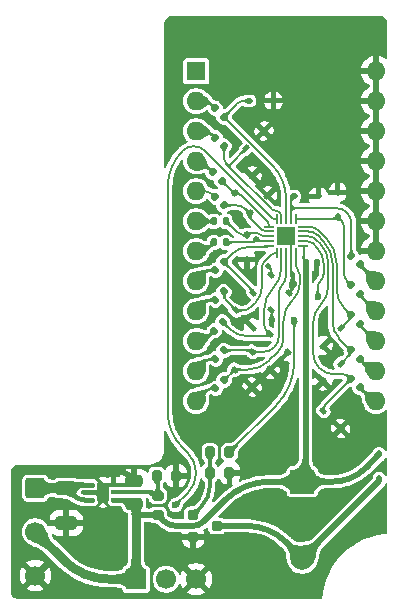
<source format=gbr>
%TF.GenerationSoftware,KiCad,Pcbnew,9.0.2*%
%TF.CreationDate,2025-08-14T17:11:00+06:00*%
%TF.ProjectId,hp3478a-ch32-ext,68703334-3738-4612-9d63-6833322d6578,rev?*%
%TF.SameCoordinates,Original*%
%TF.FileFunction,Copper,L1,Top*%
%TF.FilePolarity,Positive*%
%FSLAX46Y46*%
G04 Gerber Fmt 4.6, Leading zero omitted, Abs format (unit mm)*
G04 Created by KiCad (PCBNEW 9.0.2) date 2025-08-14 17:11:00*
%MOMM*%
%LPD*%
G01*
G04 APERTURE LIST*
G04 Aperture macros list*
%AMRoundRect*
0 Rectangle with rounded corners*
0 $1 Rounding radius*
0 $2 $3 $4 $5 $6 $7 $8 $9 X,Y pos of 4 corners*
0 Add a 4 corners polygon primitive as box body*
4,1,4,$2,$3,$4,$5,$6,$7,$8,$9,$2,$3,0*
0 Add four circle primitives for the rounded corners*
1,1,$1+$1,$2,$3*
1,1,$1+$1,$4,$5*
1,1,$1+$1,$6,$7*
1,1,$1+$1,$8,$9*
0 Add four rect primitives between the rounded corners*
20,1,$1+$1,$2,$3,$4,$5,0*
20,1,$1+$1,$4,$5,$6,$7,0*
20,1,$1+$1,$6,$7,$8,$9,0*
20,1,$1+$1,$8,$9,$2,$3,0*%
G04 Aperture macros list end*
%TA.AperFunction,HeatsinkPad*%
%ADD10C,0.500000*%
%TD*%
%TA.AperFunction,HeatsinkPad*%
%ADD11R,1.650000X1.650000*%
%TD*%
%TA.AperFunction,SMDPad,CuDef*%
%ADD12RoundRect,0.050000X0.375000X-0.050000X0.375000X0.050000X-0.375000X0.050000X-0.375000X-0.050000X0*%
%TD*%
%TA.AperFunction,SMDPad,CuDef*%
%ADD13RoundRect,0.050000X0.050000X-0.375000X0.050000X0.375000X-0.050000X0.375000X-0.050000X-0.375000X0*%
%TD*%
%TA.AperFunction,HeatsinkPad*%
%ADD14C,0.600000*%
%TD*%
%TA.AperFunction,HeatsinkPad*%
%ADD15R,1.000000X1.600000*%
%TD*%
%TA.AperFunction,SMDPad,CuDef*%
%ADD16RoundRect,0.093750X0.093750X0.106250X-0.093750X0.106250X-0.093750X-0.106250X0.093750X-0.106250X0*%
%TD*%
%TA.AperFunction,SMDPad,CuDef*%
%ADD17RoundRect,0.135000X-0.226274X-0.035355X-0.035355X-0.226274X0.226274X0.035355X0.035355X0.226274X0*%
%TD*%
%TA.AperFunction,ComponentPad*%
%ADD18RoundRect,0.250000X-0.600000X0.600000X-0.600000X-0.600000X0.600000X-0.600000X0.600000X0.600000X0*%
%TD*%
%TA.AperFunction,ComponentPad*%
%ADD19C,1.700000*%
%TD*%
%TA.AperFunction,SMDPad,CuDef*%
%ADD20RoundRect,0.250000X-0.650000X0.325000X-0.650000X-0.325000X0.650000X-0.325000X0.650000X0.325000X0*%
%TD*%
%TA.AperFunction,SMDPad,CuDef*%
%ADD21RoundRect,0.135000X-0.035355X0.226274X-0.226274X0.035355X0.035355X-0.226274X0.226274X-0.035355X0*%
%TD*%
%TA.AperFunction,SMDPad,CuDef*%
%ADD22RoundRect,0.135000X0.226274X0.035355X0.035355X0.226274X-0.226274X-0.035355X-0.035355X-0.226274X0*%
%TD*%
%TA.AperFunction,SMDPad,CuDef*%
%ADD23RoundRect,0.112500X0.053033X0.212132X-0.212132X-0.053033X-0.053033X-0.212132X0.212132X0.053033X0*%
%TD*%
%TA.AperFunction,SMDPad,CuDef*%
%ADD24RoundRect,0.112500X-0.187500X-0.112500X0.187500X-0.112500X0.187500X0.112500X-0.187500X0.112500X0*%
%TD*%
%TA.AperFunction,SMDPad,CuDef*%
%ADD25RoundRect,0.112500X-0.212132X0.053033X0.053033X-0.212132X0.212132X-0.053033X-0.053033X0.212132X0*%
%TD*%
%TA.AperFunction,SMDPad,CuDef*%
%ADD26RoundRect,0.200000X-0.250000X-0.200000X0.250000X-0.200000X0.250000X0.200000X-0.250000X0.200000X0*%
%TD*%
%TA.AperFunction,SMDPad,CuDef*%
%ADD27RoundRect,0.200000X0.275000X-0.200000X0.275000X0.200000X-0.275000X0.200000X-0.275000X-0.200000X0*%
%TD*%
%TA.AperFunction,SMDPad,CuDef*%
%ADD28RoundRect,0.112500X-0.053033X-0.212132X0.212132X0.053033X0.053033X0.212132X-0.212132X-0.053033X0*%
%TD*%
%TA.AperFunction,ComponentPad*%
%ADD29R,1.700000X1.700000*%
%TD*%
%TA.AperFunction,SMDPad,CuDef*%
%ADD30RoundRect,0.200000X0.200000X0.275000X-0.200000X0.275000X-0.200000X-0.275000X0.200000X-0.275000X0*%
%TD*%
%TA.AperFunction,SMDPad,CuDef*%
%ADD31RoundRect,0.112500X-0.112500X0.187500X-0.112500X-0.187500X0.112500X-0.187500X0.112500X0.187500X0*%
%TD*%
%TA.AperFunction,SMDPad,CuDef*%
%ADD32RoundRect,0.135000X0.135000X0.185000X-0.135000X0.185000X-0.135000X-0.185000X0.135000X-0.185000X0*%
%TD*%
%TA.AperFunction,SMDPad,CuDef*%
%ADD33RoundRect,0.140000X-0.140000X-0.170000X0.140000X-0.170000X0.140000X0.170000X-0.140000X0.170000X0*%
%TD*%
%TA.AperFunction,ComponentPad*%
%ADD34R,1.600000X1.600000*%
%TD*%
%TA.AperFunction,ComponentPad*%
%ADD35O,1.600000X1.600000*%
%TD*%
%TA.AperFunction,ComponentPad*%
%ADD36R,2.000000X2.000000*%
%TD*%
%TA.AperFunction,ComponentPad*%
%ADD37C,2.000000*%
%TD*%
%TA.AperFunction,SMDPad,CuDef*%
%ADD38RoundRect,0.200000X-0.200000X-0.275000X0.200000X-0.275000X0.200000X0.275000X-0.200000X0.275000X0*%
%TD*%
%TA.AperFunction,SMDPad,CuDef*%
%ADD39RoundRect,0.250000X0.475000X-0.250000X0.475000X0.250000X-0.475000X0.250000X-0.475000X-0.250000X0*%
%TD*%
%TA.AperFunction,SMDPad,CuDef*%
%ADD40RoundRect,0.112500X0.112500X-0.187500X0.112500X0.187500X-0.112500X0.187500X-0.112500X-0.187500X0*%
%TD*%
%TA.AperFunction,ViaPad*%
%ADD41C,0.700000*%
%TD*%
%TA.AperFunction,ViaPad*%
%ADD42C,0.500000*%
%TD*%
%TA.AperFunction,ViaPad*%
%ADD43C,0.600000*%
%TD*%
%TA.AperFunction,ViaPad*%
%ADD44C,0.450000*%
%TD*%
%TA.AperFunction,Conductor*%
%ADD45C,0.200000*%
%TD*%
%TA.AperFunction,Conductor*%
%ADD46C,0.400000*%
%TD*%
%TA.AperFunction,Conductor*%
%ADD47C,0.500000*%
%TD*%
%TA.AperFunction,Conductor*%
%ADD48C,0.300000*%
%TD*%
%TA.AperFunction,Conductor*%
%ADD49C,0.800000*%
%TD*%
G04 APERTURE END LIST*
D10*
%TO.P,U1,21,VSS*%
%TO.N,GND*%
X59020000Y-56570000D03*
X58220000Y-56570000D03*
D11*
X58620000Y-56970000D03*
D10*
X59020000Y-57370000D03*
X58220000Y-57370000D03*
D12*
%TO.P,U1,20,PD6*%
%TO.N,/EOI*%
X57170000Y-57770000D03*
%TO.P,U1,19,PD5*%
%TO.N,/DAV*%
X57170000Y-57370000D03*
%TO.P,U1,18,PD4*%
%TO.N,/NRFD*%
X57170000Y-56970000D03*
%TO.P,U1,17,PD3*%
%TO.N,/NDAC*%
X57170000Y-56570000D03*
%TO.P,U1,16,PD2*%
%TO.N,/IFC*%
X57170000Y-56170000D03*
D13*
%TO.P,U1,15,PD1*%
%TO.N,/SWIO*%
X57820000Y-55520000D03*
%TO.P,U1,14,PC7*%
%TO.N,/SRQ*%
X58220000Y-55520000D03*
%TO.P,U1,13,PC6*%
%TO.N,/ATN*%
X58620000Y-55520000D03*
%TO.P,U1,12,PC5*%
%TO.N,/REN*%
X59020000Y-55520000D03*
%TO.P,U1,11,PC4*%
%TO.N,/DIO8*%
X59420000Y-55520000D03*
D12*
%TO.P,U1,10,PC3*%
%TO.N,/DIO7*%
X60070000Y-56170000D03*
%TO.P,U1,9,PC2*%
%TO.N,/DIO6*%
X60070000Y-56570000D03*
%TO.P,U1,8,PC1*%
%TO.N,/DIO5*%
X60070000Y-56970000D03*
%TO.P,U1,7,PC0*%
%TO.N,/BUZZ*%
X60070000Y-57370000D03*
%TO.P,U1,6,VDD*%
%TO.N,+5V*%
X60070000Y-57770000D03*
D13*
%TO.P,U1,5,PD0*%
%TO.N,/DIO1*%
X59420000Y-58420000D03*
%TO.P,U1,4,VSS*%
%TO.N,GND*%
X59020000Y-58420000D03*
%TO.P,U1,3,PA2*%
%TO.N,/DIO2*%
X58620000Y-58420000D03*
%TO.P,U1,2,PA1*%
%TO.N,/DIO3*%
X58220000Y-58420000D03*
%TO.P,U1,1,PD7*%
%TO.N,/DIO4*%
X57820000Y-58420000D03*
%TD*%
D14*
%TO.P,U2,7,PAD*%
%TO.N,GND*%
X43112500Y-78150000D03*
D15*
X43112500Y-78650000D03*
D14*
X43112500Y-79150000D03*
D16*
%TO.P,U2,6,IN*%
%TO.N,VCC*%
X42225000Y-79300000D03*
%TO.P,U2,5,GND*%
%TO.N,GND*%
X42225000Y-78650000D03*
%TO.P,U2,4,EN*%
%TO.N,VCC*%
X42225000Y-78000000D03*
%TO.P,U2,3,GND*%
%TO.N,GND*%
X44000000Y-78000000D03*
%TO.P,U2,2,FB*%
%TO.N,Net-(U2-FB)*%
X44000000Y-78650000D03*
%TO.P,U2,1,OUT*%
%TO.N,+5V*%
X44000000Y-79300000D03*
%TD*%
D17*
%TO.P,R18,1*%
%TO.N,/DIO7*%
X64139376Y-63639376D03*
%TO.P,R18,2*%
%TO.N,Net-(J1-DIO7)*%
X64860624Y-64360624D03*
%TD*%
D18*
%TO.P,J2,1,Pin_1*%
%TO.N,VCC*%
X37400000Y-78300000D03*
D19*
%TO.P,J2,2,Pin_2*%
%TO.N,+5V*%
X37400000Y-82000000D03*
%TO.P,J2,3,Pin_3*%
%TO.N,GND*%
X37400000Y-85700000D03*
%TD*%
D20*
%TO.P,C1,1*%
%TO.N,VCC*%
X40000000Y-78300000D03*
%TO.P,C1,2*%
%TO.N,GND*%
X40000000Y-81250000D03*
%TD*%
D21*
%TO.P,R6,1*%
%TO.N,/DIO2*%
X53360624Y-66639376D03*
%TO.P,R6,2*%
%TO.N,Net-(J1-DIO2)*%
X52639376Y-67360624D03*
%TD*%
D22*
%TO.P,R13,1*%
%TO.N,/IFC*%
X53160624Y-52260624D03*
%TO.P,R13,2*%
%TO.N,Net-(J1-IFC)*%
X52439376Y-51539376D03*
%TD*%
D23*
%TO.P,D14,1,K*%
%TO.N,/DIO6*%
X63242462Y-67757538D03*
%TO.P,D14,2,A*%
%TO.N,GND*%
X61757538Y-69242462D03*
%TD*%
D17*
%TO.P,R20,1*%
%TO.N,/REN*%
X64139376Y-58639376D03*
%TO.P,R20,2*%
%TO.N,Net-(J1-REN)*%
X64860624Y-59360624D03*
%TD*%
D24*
%TO.P,D17,1,K*%
%TO.N,/REN*%
X59250000Y-53600000D03*
%TO.P,D17,2,A*%
%TO.N,GND*%
X61350000Y-53600000D03*
%TD*%
D22*
%TO.P,R12,1*%
%TO.N,/NDAC*%
X53360624Y-54360624D03*
%TO.P,R12,2*%
%TO.N,Net-(J1-NDAC)*%
X52639376Y-53639376D03*
%TD*%
D25*
%TO.P,D4,1,K*%
%TO.N,/DIO3*%
X57257538Y-65257538D03*
%TO.P,D4,2,A*%
%TO.N,GND*%
X58742462Y-66742462D03*
%TD*%
D26*
%TO.P,Q1,1,G*%
%TO.N,Net-(Q1-G)*%
X50750000Y-80550000D03*
%TO.P,Q1,2,S*%
%TO.N,GND*%
X50750000Y-82450000D03*
%TO.P,Q1,3,D*%
%TO.N,Net-(BZ1--)*%
X52750000Y-81500000D03*
%TD*%
D27*
%TO.P,R1,1*%
%TO.N,+5V*%
X47750000Y-80575000D03*
%TO.P,R1,2*%
%TO.N,Net-(U2-FB)*%
X47750000Y-78925000D03*
%TD*%
D25*
%TO.P,D7,1,K*%
%TO.N,/DAV*%
X57357538Y-60257538D03*
%TO.P,D7,2,A*%
%TO.N,GND*%
X58842462Y-61742462D03*
%TD*%
D28*
%TO.P,D11,1,K*%
%TO.N,/SRQ*%
X55257538Y-49542462D03*
%TO.P,D11,2,A*%
%TO.N,GND*%
X56742462Y-48057538D03*
%TD*%
D25*
%TO.P,D2,1,K*%
%TO.N,/DIO1*%
X54257538Y-68257538D03*
%TO.P,D2,2,A*%
%TO.N,GND*%
X55742462Y-69742462D03*
%TD*%
D29*
%TO.P,J3,1,Pin_1*%
%TO.N,+5V*%
X45920000Y-86000000D03*
D19*
%TO.P,J3,2,Pin_2*%
%TO.N,/SWIO*%
X48460000Y-86000000D03*
%TO.P,J3,3,Pin_3*%
%TO.N,GND*%
X51000000Y-86000000D03*
%TD*%
D30*
%TO.P,R3,1*%
%TO.N,/BUZZ*%
X53825000Y-75250000D03*
%TO.P,R3,2*%
%TO.N,Net-(Q1-G)*%
X52175000Y-75250000D03*
%TD*%
D28*
%TO.P,D10,1,K*%
%TO.N,/IFC*%
X54257538Y-53342462D03*
%TO.P,D10,2,A*%
%TO.N,GND*%
X55742462Y-51857538D03*
%TD*%
D24*
%TO.P,D12,1,K*%
%TO.N,/ATN*%
X55450000Y-45500000D03*
%TO.P,D12,2,A*%
%TO.N,GND*%
X57550000Y-45500000D03*
%TD*%
D22*
%TO.P,R14,1*%
%TO.N,/SRQ*%
X53360624Y-49360624D03*
%TO.P,R14,2*%
%TO.N,Net-(J1-SRQ)*%
X52639376Y-48639376D03*
%TD*%
D25*
%TO.P,D6,1,K*%
%TO.N,/EOI*%
X55857538Y-61757538D03*
%TO.P,D6,2,A*%
%TO.N,GND*%
X57342462Y-63242462D03*
%TD*%
D21*
%TO.P,R5,1*%
%TO.N,/DIO1*%
X53360624Y-69139376D03*
%TO.P,R5,2*%
%TO.N,Net-(J1-DIO1)*%
X52639376Y-69860624D03*
%TD*%
D28*
%TO.P,D9,1,K*%
%TO.N,/NDAC*%
X55557538Y-55042462D03*
%TO.P,D9,2,A*%
%TO.N,GND*%
X57042462Y-53557538D03*
%TD*%
D31*
%TO.P,D8,1,K*%
%TO.N,/NRFD*%
X55300000Y-56850000D03*
%TO.P,D8,2,A*%
%TO.N,GND*%
X55300000Y-58950000D03*
%TD*%
D25*
%TO.P,D3,1,K*%
%TO.N,/DIO2*%
X55757538Y-66757538D03*
%TO.P,D3,2,A*%
%TO.N,GND*%
X57242462Y-68242462D03*
%TD*%
D30*
%TO.P,R4,1*%
%TO.N,GND*%
X53825000Y-77000000D03*
%TO.P,R4,2*%
%TO.N,Net-(Q1-G)*%
X52175000Y-77000000D03*
%TD*%
D21*
%TO.P,R8,1*%
%TO.N,/DIO4*%
X53360624Y-61639376D03*
%TO.P,R8,2*%
%TO.N,Net-(J1-DIO4)*%
X52639376Y-62360624D03*
%TD*%
D22*
%TO.P,R15,1*%
%TO.N,/ATN*%
X53360624Y-46860624D03*
%TO.P,R15,2*%
%TO.N,Net-(J1-ATN)*%
X52639376Y-46139376D03*
%TD*%
D21*
%TO.P,R9,1*%
%TO.N,/EOI*%
X53360624Y-59139376D03*
%TO.P,R9,2*%
%TO.N,Net-(J1-EOI)*%
X52639376Y-59860624D03*
%TD*%
D32*
%TO.P,R11,1*%
%TO.N,/NRFD*%
X53510000Y-55700000D03*
%TO.P,R11,2*%
%TO.N,Net-(J1-NRFD)*%
X52490000Y-55700000D03*
%TD*%
D25*
%TO.P,D13,1,K*%
%TO.N,/DIO5*%
X61757538Y-71757538D03*
%TO.P,D13,2,A*%
%TO.N,GND*%
X63242462Y-73242462D03*
%TD*%
D17*
%TO.P,R19,1*%
%TO.N,/DIO8*%
X64139376Y-61139376D03*
%TO.P,R19,2*%
%TO.N,Net-(J1-DIO8)*%
X64860624Y-61860624D03*
%TD*%
D33*
%TO.P,C3,1*%
%TO.N,+5V*%
X60270000Y-59250000D03*
%TO.P,C3,2*%
%TO.N,GND*%
X61230000Y-59250000D03*
%TD*%
D17*
%TO.P,R17,1*%
%TO.N,/DIO6*%
X64139376Y-66639376D03*
%TO.P,R17,2*%
%TO.N,Net-(J1-DIO6)*%
X64860624Y-67360624D03*
%TD*%
D32*
%TO.P,R10,1*%
%TO.N,/DAV*%
X53510000Y-57500000D03*
%TO.P,R10,2*%
%TO.N,Net-(J1-DAV)*%
X52490000Y-57500000D03*
%TD*%
D21*
%TO.P,R7,1*%
%TO.N,/DIO3*%
X53260624Y-64239376D03*
%TO.P,R7,2*%
%TO.N,Net-(J1-DIO3)*%
X52539376Y-64960624D03*
%TD*%
D31*
%TO.P,D1,1,K*%
%TO.N,+5V*%
X66500000Y-75450000D03*
%TO.P,D1,2,A*%
%TO.N,Net-(BZ1--)*%
X66500000Y-77550000D03*
%TD*%
D34*
%TO.P,J1,1,SHIELD*%
%TO.N,unconnected-(J1-SHIELD-Pad1)*%
X51000000Y-43000000D03*
D35*
%TO.P,J1,2,ATN*%
%TO.N,Net-(J1-ATN)*%
X51000000Y-45540000D03*
%TO.P,J1,3,SRQ*%
%TO.N,Net-(J1-SRQ)*%
X51000000Y-48080000D03*
%TO.P,J1,4,IFC*%
%TO.N,Net-(J1-IFC)*%
X51000000Y-50620000D03*
%TO.P,J1,5,NDAC*%
%TO.N,Net-(J1-NDAC)*%
X51000000Y-53160000D03*
%TO.P,J1,6,NRFD*%
%TO.N,Net-(J1-NRFD)*%
X51000000Y-55700000D03*
%TO.P,J1,7,DAV*%
%TO.N,Net-(J1-DAV)*%
X51000000Y-58240000D03*
%TO.P,J1,8,EOI*%
%TO.N,Net-(J1-EOI)*%
X51000000Y-60780000D03*
%TO.P,J1,9,DIO4*%
%TO.N,Net-(J1-DIO4)*%
X51000000Y-63320000D03*
%TO.P,J1,10,DIO3*%
%TO.N,Net-(J1-DIO3)*%
X51000000Y-65860000D03*
%TO.P,J1,11,DIO2*%
%TO.N,Net-(J1-DIO2)*%
X51000000Y-68400000D03*
%TO.P,J1,12,DIO1*%
%TO.N,Net-(J1-DIO1)*%
X51000000Y-70940000D03*
%TO.P,J1,13,DIO5*%
%TO.N,Net-(J1-DIO5)*%
X66240000Y-70940000D03*
%TO.P,J1,14,DIO6*%
%TO.N,Net-(J1-DIO6)*%
X66240000Y-68400000D03*
%TO.P,J1,15,DIO7*%
%TO.N,Net-(J1-DIO7)*%
X66240000Y-65860000D03*
%TO.P,J1,16,DIO8*%
%TO.N,Net-(J1-DIO8)*%
X66240000Y-63320000D03*
%TO.P,J1,17,REN*%
%TO.N,Net-(J1-REN)*%
X66240000Y-60780000D03*
%TO.P,J1,18,G_DAV*%
%TO.N,GND*%
X66240000Y-58240000D03*
%TO.P,J1,19,G_NRFD*%
X66240000Y-55700000D03*
%TO.P,J1,20,G_NDAC*%
X66240000Y-53160000D03*
%TO.P,J1,21,G_IFC*%
X66240000Y-50620000D03*
%TO.P,J1,22,G_SRQ*%
X66240000Y-48080000D03*
%TO.P,J1,23,G_ATN*%
X66240000Y-45540000D03*
%TO.P,J1,24,G_SIG*%
X66240000Y-43000000D03*
%TD*%
D36*
%TO.P,BZ1,1,+*%
%TO.N,+5V*%
X60000000Y-77750000D03*
D37*
%TO.P,BZ1,2,-*%
%TO.N,Net-(BZ1--)*%
X60000000Y-84250000D03*
%TD*%
D38*
%TO.P,R2,1*%
%TO.N,Net-(U2-FB)*%
X47675000Y-77250000D03*
%TO.P,R2,2*%
%TO.N,GND*%
X49325000Y-77250000D03*
%TD*%
D39*
%TO.P,C2,1*%
%TO.N,+5V*%
X45750000Y-79600000D03*
%TO.P,C2,2*%
%TO.N,GND*%
X45750000Y-77700000D03*
%TD*%
D40*
%TO.P,D16,1,K*%
%TO.N,/DIO8*%
X63000000Y-55350000D03*
%TO.P,D16,2,A*%
%TO.N,GND*%
X63000000Y-53250000D03*
%TD*%
D17*
%TO.P,R16,1*%
%TO.N,/DIO5*%
X64139376Y-69039376D03*
%TO.P,R16,2*%
%TO.N,Net-(J1-DIO5)*%
X64860624Y-69760624D03*
%TD*%
D23*
%TO.P,D15,1,K*%
%TO.N,/DIO7*%
X63242462Y-64757538D03*
%TO.P,D15,2,A*%
%TO.N,GND*%
X61757538Y-66242462D03*
%TD*%
D25*
%TO.P,D5,1,K*%
%TO.N,/DIO4*%
X54357538Y-63257538D03*
%TO.P,D5,2,A*%
%TO.N,GND*%
X55842462Y-64742462D03*
%TD*%
D41*
%TO.N,GND*%
X54600000Y-55600000D03*
X61200000Y-70300000D03*
X54700000Y-64200000D03*
X53500000Y-60500000D03*
X55500000Y-60100000D03*
X59169000Y-61000000D03*
D42*
X44700000Y-82720000D03*
X52320000Y-39540000D03*
X59940000Y-47160000D03*
X52320000Y-54780000D03*
X62480000Y-52240000D03*
X62480000Y-42080000D03*
X65020000Y-75100000D03*
D41*
X49300000Y-75900000D03*
D43*
X62500000Y-67000000D03*
D42*
X49780000Y-39540000D03*
D43*
X61100000Y-60200000D03*
D42*
X62480000Y-47160000D03*
D41*
X47400000Y-82700000D03*
D42*
X54860000Y-39540000D03*
D41*
X44300000Y-76900000D03*
D42*
X62480000Y-44620000D03*
X62480000Y-75100000D03*
X57400000Y-47160000D03*
X65020000Y-39540000D03*
X54860000Y-72560000D03*
X59940000Y-49700000D03*
D43*
X49200000Y-78500000D03*
D42*
X52320000Y-47160000D03*
X54860000Y-44620000D03*
X57400000Y-70020000D03*
X52320000Y-72560000D03*
X37080000Y-80180000D03*
X52320000Y-44620000D03*
X59940000Y-39540000D03*
X42160000Y-82720000D03*
X57400000Y-39540000D03*
D44*
X41550000Y-78650000D03*
D42*
X57400000Y-44620000D03*
X59940000Y-44620000D03*
D43*
X61700000Y-63900000D03*
D42*
X57400000Y-85260000D03*
X62480000Y-49700000D03*
X59940000Y-80180000D03*
X57400000Y-75100000D03*
X54860000Y-85260000D03*
X57400000Y-42080000D03*
X59940000Y-52240000D03*
X54860000Y-70020000D03*
X57400000Y-52240000D03*
X54860000Y-42080000D03*
X59940000Y-42080000D03*
X62480000Y-39540000D03*
X52320000Y-82720000D03*
D43*
X57400000Y-64100000D03*
D42*
X65020000Y-72560000D03*
D43*
%TO.N,/SWIO*%
X49250000Y-79750000D03*
D42*
%TO.N,/DAV*%
X56100000Y-57200000D03*
X57100000Y-59500000D03*
D43*
%TO.N,/BUZZ*%
X61300000Y-62100000D03*
X59300000Y-64100000D03*
%TD*%
D45*
%TO.N,/DIO8*%
X63524456Y-60089641D02*
G75*
G03*
X63831935Y-60831897I1049744J41D01*
G01*
X63262228Y-55612228D02*
G75*
G02*
X63524468Y-56245302I-633028J-633072D01*
G01*
X59454142Y-55500000D02*
G75*
G03*
X59429988Y-55509988I-42J-34100D01*
G01*
X63075000Y-55425000D02*
G75*
G03*
X62925000Y-55425000I-75000J-74997D01*
G01*
X62925000Y-55425000D02*
G75*
G02*
X62743933Y-55500014I-181100J181100D01*
G01*
D46*
%TO.N,+5V*%
X45729999Y-79579999D02*
X45750312Y-79600312D01*
X45670078Y-79520078D02*
X45676172Y-79526172D01*
X45621328Y-79471328D02*
X45627422Y-79477422D01*
X45693436Y-79543436D02*
X45705623Y-79555623D01*
X45604062Y-79454062D02*
X45608124Y-79458124D01*
X45608124Y-79458124D02*
X45612186Y-79462186D01*
X45601015Y-79451015D02*
X45603046Y-79453046D01*
X45677188Y-79527188D02*
X45681250Y-79531250D01*
X45685312Y-79535312D02*
X45689374Y-79539374D01*
X45648750Y-79498750D02*
X45665000Y-79515000D01*
X45681250Y-79531250D02*
X45685312Y-79535312D01*
X45709686Y-79559686D02*
X45729999Y-79579999D01*
X45632500Y-79482500D02*
X45648750Y-79498750D01*
X45757578Y-79607578D02*
X45792422Y-79642422D01*
X45805000Y-79655000D02*
X45825000Y-79675000D01*
X45616249Y-79466249D02*
X45620312Y-79470312D01*
X45612186Y-79462186D02*
X45616249Y-79466249D01*
D45*
%TO.N,/DIO8*%
X59430000Y-55510000D02*
X59420000Y-55520000D01*
X59454142Y-55500000D02*
X62743933Y-55500000D01*
X63831916Y-60831916D02*
X64139376Y-61139376D01*
X63524456Y-60089641D02*
X63524456Y-56245302D01*
X63262228Y-55612228D02*
X63075000Y-55425000D01*
%TO.N,/IFC*%
X53181030Y-52265954D02*
G75*
G03*
X53168162Y-52260644I-12830J-12846D01*
G01*
X54352346Y-53342462D02*
G75*
G02*
X54190480Y-53275440I-46J228862D01*
G01*
%TO.N,/DIO4*%
X57348258Y-58543220D02*
G75*
G02*
X57645739Y-58420027I297442J-297480D01*
G01*
X55980273Y-62638811D02*
G75*
G03*
X56598970Y-61145075I-1493773J1493711D01*
G01*
X56599000Y-59502275D02*
G75*
G02*
X56747360Y-59144140I506500J-25D01*
G01*
X55716519Y-62902566D02*
G75*
G02*
X54859543Y-63257570I-857019J856966D01*
G01*
D46*
%TO.N,+5V*%
X45627422Y-79477422D02*
X45632500Y-79482500D01*
X45792422Y-79642422D02*
X45805000Y-79655000D01*
X45670078Y-79520078D02*
X45665000Y-79515000D01*
X45705623Y-79555623D02*
X45709686Y-79559686D01*
X45604062Y-79454062D02*
X45603046Y-79453046D01*
D45*
%TO.N,/DIO4*%
X54357538Y-63257538D02*
X54859543Y-63257538D01*
X55716519Y-62902566D02*
X55980273Y-62638811D01*
X56599000Y-59502275D02*
X56599000Y-61145075D01*
X57348258Y-58543220D02*
X56747349Y-59144129D01*
X57645739Y-58420000D02*
X57820000Y-58420000D01*
%TO.N,/IFC*%
X53168162Y-52260624D02*
X53160624Y-52260624D01*
X54190498Y-53275422D02*
X53181030Y-52265954D01*
%TO.N,/SRQ*%
X58108032Y-54955968D02*
X58083328Y-54931264D01*
%TO.N,/DIO1*%
X59238354Y-62311591D02*
X59084499Y-62465442D01*
X59769000Y-61030518D02*
X59769000Y-60215780D01*
X59238354Y-62311591D02*
G75*
G03*
X59769010Y-61030518I-1281054J1281091D01*
G01*
D46*
%TO.N,GND*%
X42225000Y-78650000D02*
X43112500Y-78650000D01*
D47*
X45179809Y-77129809D02*
X45600000Y-77550000D01*
D48*
X44000000Y-78000000D02*
X45237867Y-78000000D01*
X43162500Y-78050000D02*
X43112500Y-78100000D01*
D45*
X57371231Y-63271231D02*
X57342462Y-63242462D01*
D48*
X61190000Y-60110000D02*
X61100000Y-60200000D01*
X44000000Y-78000000D02*
X43283210Y-78000000D01*
D47*
X44300000Y-76900000D02*
X44625000Y-76900000D01*
X49312500Y-77237500D02*
X49325000Y-77250000D01*
D45*
X57400000Y-64100000D02*
X57400000Y-63340685D01*
D47*
X49300000Y-77207322D02*
X49300000Y-75900000D01*
D48*
X61230000Y-60013431D02*
X61230000Y-59250000D01*
D46*
X41550000Y-78650000D02*
X42225000Y-78650000D01*
D45*
X59020000Y-58420000D02*
X59020000Y-57370000D01*
D47*
X49312500Y-77237500D02*
G75*
G02*
X49299991Y-77207322I30200J30200D01*
G01*
D45*
X57400000Y-63340685D02*
G75*
G03*
X57371219Y-63271243I-98200J-15D01*
G01*
D47*
X45600000Y-77550000D02*
G75*
G02*
X45600000Y-77850000I-150000J-150000D01*
G01*
D48*
X45237867Y-78000000D02*
G75*
G03*
X45600009Y-77850009I33J512100D01*
G01*
X43162500Y-78050000D02*
G75*
G02*
X43283210Y-78000004I120700J-120700D01*
G01*
X61190000Y-60110000D02*
G75*
G03*
X61230013Y-60013431I-96600J96600D01*
G01*
D47*
X45179809Y-77129809D02*
G75*
G03*
X44625000Y-76899994I-554809J-554791D01*
G01*
%TO.N,+5V*%
X49329073Y-81500000D02*
X50741627Y-81500000D01*
D49*
X39806207Y-84406207D02*
X37400000Y-82000000D01*
X45920000Y-80626256D02*
X45920000Y-79890208D01*
X43653963Y-86000000D02*
X45920000Y-86000000D01*
X45920000Y-86000000D02*
X45920000Y-80873743D01*
D46*
X45237867Y-79300000D02*
X44000000Y-79300000D01*
X45676172Y-79526172D02*
X45677188Y-79527188D01*
D47*
X65350000Y-76600000D02*
X66500000Y-75450000D01*
D45*
X60100000Y-58959791D02*
X60100000Y-57821213D01*
D46*
X45621328Y-79471328D02*
X45620312Y-79470312D01*
D47*
X53406207Y-79343792D02*
X51609469Y-81140528D01*
D49*
X45920000Y-80626256D02*
X45920000Y-80873743D01*
D46*
X45835000Y-79685000D02*
X45825000Y-79675000D01*
D47*
X57253963Y-77750000D02*
X59809081Y-77750000D01*
D46*
X45693436Y-79543436D02*
X45689374Y-79539374D01*
D47*
X60270000Y-59370208D02*
X60270000Y-77289081D01*
X48212500Y-81037500D02*
X47750000Y-80575000D01*
D45*
X60085000Y-57785000D02*
X60070000Y-57770000D01*
D46*
X45601015Y-79451015D02*
X45600000Y-79450000D01*
D47*
X62573654Y-77750000D02*
X60000000Y-77750000D01*
X46218743Y-80575000D02*
X47750000Y-80575000D01*
D46*
X45750312Y-79600312D02*
X45757578Y-79607578D01*
D49*
X45920000Y-80626256D02*
G75*
G03*
X46007575Y-80662575I51300J-44D01*
G01*
D46*
X45237867Y-79300000D02*
G75*
G02*
X45600009Y-79449991I33J-512100D01*
G01*
D45*
X60100000Y-58959791D02*
G75*
G03*
X60184998Y-59165002I290200J-9D01*
G01*
D47*
X49329073Y-81500000D02*
G75*
G02*
X48212508Y-81037492I27J1579100D01*
G01*
X60135000Y-77615000D02*
G75*
G02*
X59809081Y-77749992I-325900J325900D01*
G01*
X46007500Y-80662500D02*
G75*
G03*
X45920018Y-80873743I211200J-211200D01*
G01*
X50741627Y-81500000D02*
G75*
G03*
X51609453Y-81140512I-27J1227300D01*
G01*
D49*
X39806207Y-84406207D02*
G75*
G03*
X43653963Y-86000011I3847793J3847807D01*
G01*
D45*
X60185000Y-59165000D02*
G75*
G02*
X60269997Y-59370208I-205200J-205200D01*
G01*
D47*
X46218743Y-80575000D02*
G75*
G03*
X46007487Y-80662487I-43J-298700D01*
G01*
X60135000Y-77615000D02*
G75*
G03*
X60269992Y-77289081I-325900J325900D01*
G01*
X62573654Y-77750000D02*
G75*
G03*
X65349984Y-76599984I-54J3926400D01*
G01*
D45*
X60100000Y-57821213D02*
G75*
G03*
X60085004Y-57784996I-51200J13D01*
G01*
D49*
X45835000Y-79685000D02*
G75*
G02*
X45919997Y-79890208I-205200J-205200D01*
G01*
D47*
X53406207Y-79343792D02*
G75*
G02*
X57253963Y-77749959I3847793J-3847708D01*
G01*
D45*
%TO.N,/SWIO*%
X57413933Y-55413933D02*
X51738860Y-49738860D01*
X57670000Y-55520000D02*
X57820000Y-55520000D01*
X48601000Y-71904650D02*
X48601000Y-52780977D01*
X50292895Y-78707104D02*
X49250000Y-79750000D01*
X49800500Y-74800500D02*
X50292904Y-75292904D01*
X49861090Y-49738909D02*
G75*
G03*
X48600991Y-52780977I3042010J-3042091D01*
G01*
X50292895Y-78707104D02*
G75*
G03*
X51000003Y-77000000I-1707095J1707104D01*
G01*
X48601000Y-71904650D02*
G75*
G03*
X49800502Y-74800498I4095340J0D01*
G01*
X51738860Y-49738860D02*
G75*
G03*
X50800000Y-49350036I-938760J-938840D01*
G01*
X50800000Y-49350000D02*
G75*
G03*
X49861115Y-49738934I0J-1327700D01*
G01*
X57413933Y-55413933D02*
G75*
G03*
X57670000Y-55520009I256067J256033D01*
G01*
X50292904Y-75292904D02*
G75*
G02*
X51000004Y-77000000I-1707104J-1707096D01*
G01*
D47*
%TO.N,Net-(BZ1--)*%
X60000000Y-84250000D02*
X58625000Y-82875000D01*
X66500000Y-77650000D02*
X66500000Y-77550000D01*
X55305456Y-81500000D02*
X52750000Y-81500000D01*
X60000000Y-84250000D02*
X66429289Y-77820710D01*
X58625000Y-82875000D02*
G75*
G03*
X55305456Y-81500018I-3319500J-3319500D01*
G01*
X66500000Y-77650000D02*
G75*
G02*
X66429285Y-77820706I-241400J0D01*
G01*
D49*
%TO.N,VCC*%
X40000000Y-78300000D02*
X37400000Y-78300000D01*
D46*
X41612500Y-79300000D02*
X42225000Y-79300000D01*
X40512132Y-78000000D02*
X42225000Y-78000000D01*
X41612500Y-79300000D02*
G75*
G02*
X40566898Y-78866896I0J1478700D01*
G01*
D45*
%TO.N,Net-(J1-REN)*%
X66225857Y-60725857D02*
X64860624Y-59360624D01*
X66240000Y-60760000D02*
X66240000Y-60780000D01*
X66240000Y-60760000D02*
G75*
G03*
X66225860Y-60725854I-48300J0D01*
G01*
%TO.N,/EOI*%
X53360624Y-59139376D02*
X55814670Y-61593422D01*
X57129500Y-57810500D02*
X57170000Y-57770000D01*
X57031724Y-57851000D02*
X55560019Y-57851000D01*
X55857538Y-61696914D02*
X55857538Y-61757538D01*
X53360624Y-59139376D02*
X54004812Y-58495188D01*
X54004812Y-58495188D02*
G75*
G02*
X55560019Y-57851015I1555188J-1555212D01*
G01*
X57031724Y-57851000D02*
G75*
G03*
X57129493Y-57810493I-24J138300D01*
G01*
X55857538Y-61696914D02*
G75*
G03*
X55814673Y-61593419I-146338J14D01*
G01*
%TO.N,/DIO7*%
X62902000Y-61527043D02*
X62902000Y-59309750D01*
X64061153Y-63561153D02*
X63520688Y-63020688D01*
X64061153Y-63938846D02*
X63242462Y-64757538D01*
X61413776Y-56520999D02*
X61982388Y-57089611D01*
X60566388Y-56170000D02*
X60070000Y-56170000D01*
X64061153Y-63561153D02*
G75*
G02*
X64139374Y-63750000I-188853J-188847D01*
G01*
X60566388Y-56170000D02*
G75*
G02*
X61413784Y-56520991I12J-1198400D01*
G01*
X64061153Y-63938846D02*
G75*
G03*
X64139374Y-63750000I-188853J188846D01*
G01*
X61982388Y-57089611D02*
G75*
G02*
X62902021Y-59309750I-2220188J-2220189D01*
G01*
X62902000Y-61527043D02*
G75*
G03*
X63520716Y-63020660I2112300J43D01*
G01*
%TO.N,/DIO5*%
X61757538Y-71589376D02*
X61757538Y-71757538D01*
X60900000Y-64319238D02*
X60900000Y-66847195D01*
X61152842Y-57252842D02*
X61535000Y-57635000D01*
X63499637Y-68664626D02*
X62717430Y-68664626D01*
X61876446Y-71302305D02*
X63952000Y-69226750D01*
X60470000Y-56970000D02*
X60070000Y-56970000D01*
X62200000Y-61180761D02*
X62200000Y-59240452D01*
X61757538Y-71589376D02*
G75*
G02*
X61876462Y-71302321I405962J-24D01*
G01*
X60900000Y-64319238D02*
G75*
G02*
X61549989Y-62749989I2219200J38D01*
G01*
X62717430Y-68664626D02*
G75*
G02*
X61432299Y-68132327I-30J1817426D01*
G01*
X62200000Y-61180761D02*
G75*
G02*
X61550011Y-62750011I-2219200J-39D01*
G01*
X61152842Y-57252842D02*
G75*
G03*
X60470000Y-56970004I-682842J-682858D01*
G01*
X63952001Y-68852001D02*
G75*
G02*
X63952025Y-69226775I-187401J-187399D01*
G01*
X60900000Y-66847195D02*
G75*
G03*
X61432317Y-68132309I1817400J-5D01*
G01*
X61535000Y-57635000D02*
G75*
G02*
X62200020Y-59240452I-1605500J-1605500D01*
G01*
X63499637Y-68664626D02*
G75*
G02*
X63951990Y-68852012I-37J-639774D01*
G01*
%TO.N,/DIO2*%
X58600000Y-60375735D02*
X58600000Y-58454142D01*
X56706801Y-66757538D02*
X55841091Y-66757538D01*
X58000000Y-65464339D02*
X58000000Y-61824264D01*
X58610000Y-58430000D02*
X58620000Y-58420000D01*
X55555822Y-66639376D02*
X53360624Y-66639376D01*
X57621231Y-66378769D02*
G75*
G03*
X58000028Y-65464339I-914431J914469D01*
G01*
X55698457Y-66698457D02*
G75*
G03*
X55555822Y-66639362I-142657J-142643D01*
G01*
X55698457Y-66698457D02*
G75*
G03*
X55841091Y-66757538I142643J142657D01*
G01*
X58600000Y-58454142D02*
G75*
G02*
X58609988Y-58429988I34100J42D01*
G01*
X58000000Y-61824264D02*
G75*
G02*
X58300011Y-61100011I1024300J-36D01*
G01*
X58600000Y-60375735D02*
G75*
G02*
X58299989Y-61099989I-1024300J35D01*
G01*
X56706801Y-66757538D02*
G75*
G03*
X57621238Y-66378776I-1J1293238D01*
G01*
%TO.N,/DIO6*%
X64061153Y-66938846D02*
X63242462Y-67757538D01*
X60518194Y-56570000D02*
X60070000Y-56570000D01*
X62551000Y-59275101D02*
X62551000Y-64231186D01*
X64061153Y-66561153D02*
X63130696Y-65630696D01*
X61283309Y-56886921D02*
X61758694Y-57362306D01*
X61758694Y-57362306D02*
G75*
G02*
X62550999Y-59275101I-1912794J-1912794D01*
G01*
X64139376Y-66750000D02*
G75*
G03*
X64061154Y-66561152I-267076J0D01*
G01*
X61283309Y-56886921D02*
G75*
G03*
X60518194Y-56569994I-765109J-765079D01*
G01*
X62551000Y-64231186D02*
G75*
G03*
X63130690Y-65630702I1979200J-14D01*
G01*
X64139376Y-66750000D02*
G75*
G02*
X64061155Y-66938848I-267076J0D01*
G01*
%TO.N,/DAV*%
X55950000Y-57350000D02*
X56100000Y-57200000D01*
X57357538Y-59939644D02*
X57357538Y-60257538D01*
X56390208Y-57370000D02*
X57170000Y-57370000D01*
X55587867Y-57500000D02*
X53510000Y-57500000D01*
X57100000Y-59500000D02*
X57228769Y-59628769D01*
X56100000Y-57200000D02*
X56185000Y-57285000D01*
X55950000Y-57350000D02*
G75*
G02*
X55587867Y-57499987I-362100J362100D01*
G01*
X57357538Y-59939644D02*
G75*
G03*
X57228790Y-59628748I-439638J44D01*
G01*
X56185000Y-57285000D02*
G75*
G03*
X56390208Y-57369997I205200J205200D01*
G01*
%TO.N,/ATN*%
X54463595Y-45757652D02*
X53360624Y-46860624D01*
X55085624Y-45500000D02*
X55450000Y-45500000D01*
X53360624Y-46860624D02*
X57417918Y-50917918D01*
X58620000Y-53820000D02*
X58620000Y-55520000D01*
X58620000Y-53820000D02*
G75*
G03*
X57417926Y-50917910I-4104200J0D01*
G01*
X54463595Y-45757652D02*
G75*
G02*
X55085624Y-45500022I622005J-622048D01*
G01*
%TO.N,/DIO3*%
X57011082Y-65011082D02*
X57177988Y-65177988D01*
X58220000Y-59650895D02*
X58220000Y-58420000D01*
X56985939Y-65416637D02*
X55270334Y-65416637D01*
X53849254Y-64828006D02*
X53260624Y-64239376D01*
X56764626Y-63164478D02*
X56764626Y-64416084D01*
X57011082Y-65011082D02*
G75*
G02*
X56764643Y-64416084I595018J594982D01*
G01*
X57492313Y-61407687D02*
G75*
G03*
X58219990Y-59650895I-1756813J1756787D01*
G01*
X57177988Y-65337087D02*
G75*
G03*
X57178026Y-65177951I-79588J79587D01*
G01*
X56985939Y-65416637D02*
G75*
G03*
X57177977Y-65337076I-39J271637D01*
G01*
X56764626Y-63164478D02*
G75*
G02*
X57492325Y-61407699I2484474J-22D01*
G01*
X55270334Y-65416637D02*
G75*
G02*
X53849231Y-64828029I-34J2009737D01*
G01*
%TO.N,/BUZZ*%
X59320298Y-67500738D02*
X59320298Y-64134650D01*
X60370000Y-57370000D02*
X60070000Y-57370000D01*
X61800000Y-59299030D02*
X61800000Y-60146446D01*
X59300000Y-64100000D02*
X59310149Y-64110149D01*
X61300000Y-62100000D02*
X61300000Y-61353553D01*
X61235000Y-57935000D02*
X60882132Y-57582132D01*
X57726505Y-71348494D02*
X53825000Y-75250000D01*
X60882132Y-57582132D02*
G75*
G03*
X60370000Y-57370011I-512132J-512168D01*
G01*
X59320298Y-67500738D02*
G75*
G02*
X57726503Y-71348492I-5441558J8D01*
G01*
X61235000Y-57935000D02*
G75*
G02*
X61799987Y-59299030I-1364000J-1364000D01*
G01*
X61300000Y-61353553D02*
G75*
G02*
X61549984Y-60749984I853500J53D01*
G01*
X61800000Y-60146446D02*
G75*
G02*
X61549986Y-60749986I-853600J46D01*
G01*
X59310149Y-64110149D02*
G75*
G02*
X59320319Y-64134650I-24549J-24551D01*
G01*
%TO.N,/DIO4*%
X54357538Y-63257538D02*
X53580268Y-62480268D01*
X53360624Y-61950000D02*
X53360624Y-61639376D01*
X53360624Y-61950000D02*
G75*
G03*
X53580276Y-62480260I749876J0D01*
G01*
%TO.N,/DIO1*%
X55350000Y-68257538D02*
X54257538Y-68257538D01*
X58400000Y-64117972D02*
X58400000Y-65563978D01*
X53368162Y-69139376D02*
X53360624Y-69139376D01*
X59420000Y-59373219D02*
X59420000Y-58420000D01*
X53381030Y-69134045D02*
X54257538Y-68257538D01*
X57879550Y-66820453D02*
X57214949Y-67485050D01*
X55350000Y-68257538D02*
G75*
G03*
X57214950Y-67485051I0J2637438D01*
G01*
X59084499Y-62465442D02*
G75*
G03*
X58399970Y-64117972I1652501J-1652558D01*
G01*
X59594500Y-59794500D02*
G75*
G02*
X59769008Y-60215780I-421300J-421300D01*
G01*
X57879550Y-66820453D02*
G75*
G03*
X58399991Y-65563978I-1256450J1256453D01*
G01*
X53381030Y-69134045D02*
G75*
G02*
X53368162Y-69139355I-12830J12845D01*
G01*
X59420000Y-59373219D02*
G75*
G03*
X59594506Y-59794494I595800J19D01*
G01*
D48*
%TO.N,Net-(Q1-G)*%
X52175000Y-78117372D02*
X52175000Y-77000000D01*
X52175000Y-77000000D02*
X52175000Y-75250000D01*
X51462500Y-79837500D02*
X50750000Y-80550000D01*
X52175000Y-78117372D02*
G75*
G02*
X51462508Y-79837508I-2432600J-28D01*
G01*
%TO.N,Net-(U2-FB)*%
X47280545Y-78650000D02*
X44000000Y-78650000D01*
X47750000Y-78730545D02*
X47750000Y-77378033D01*
X47712500Y-77287500D02*
X47675000Y-77250000D01*
X47280545Y-78650000D02*
G75*
G02*
X47612487Y-78787513I-45J-469500D01*
G01*
X47712500Y-77287500D02*
G75*
G02*
X47749986Y-77378033I-90500J-90500D01*
G01*
X47750000Y-78730545D02*
G75*
G02*
X47612578Y-78787422I-80500J45D01*
G01*
D45*
%TO.N,/NDAC*%
X56499867Y-56394958D02*
X55702553Y-55597644D01*
X56922454Y-56570000D02*
X57170000Y-56570000D01*
X55412522Y-54897446D02*
X55216619Y-54701543D01*
X54393567Y-54360624D02*
X53360624Y-54360624D01*
X56499867Y-56394958D02*
G75*
G03*
X56922454Y-56570040I422633J422558D01*
G01*
X54393567Y-54360624D02*
G75*
G02*
X55216636Y-54701526I33J-1163976D01*
G01*
X55412522Y-54897446D02*
G75*
G02*
X55557499Y-55247545I-350122J-350054D01*
G01*
X55702553Y-55597644D02*
G75*
G02*
X55557519Y-55247545I350147J350144D01*
G01*
%TO.N,/NRFD*%
X54433725Y-56623725D02*
X53510000Y-55700000D01*
X56770146Y-56970000D02*
X57170000Y-56970000D01*
X55193226Y-56850000D02*
X54980000Y-56850000D01*
X55557773Y-56699000D02*
X56115895Y-56699000D01*
X54433725Y-56623725D02*
G75*
G03*
X54980000Y-56850014I546275J546225D01*
G01*
X55557773Y-56699000D02*
G75*
G03*
X55375508Y-56774508I27J-257800D01*
G01*
X55193226Y-56850000D02*
G75*
G03*
X55375492Y-56774492I-26J257800D01*
G01*
X56443021Y-56834500D02*
G75*
G03*
X56115895Y-56698996I-327121J-327100D01*
G01*
X56770146Y-56970000D02*
G75*
G02*
X56443003Y-56834518I-46J462600D01*
G01*
%TO.N,/SRQ*%
X53360624Y-50377589D02*
X53360624Y-49360624D01*
X53948957Y-50851043D02*
X55257538Y-49542462D01*
X57391875Y-54686183D02*
X53948957Y-51243265D01*
X58220000Y-55226282D02*
X58220000Y-55520000D01*
X53948957Y-51243265D02*
X53556735Y-50851043D01*
X57872653Y-54844000D02*
X57772878Y-54844000D01*
X53948957Y-50851043D02*
G75*
G02*
X53556735Y-50851043I-196111J196114D01*
G01*
X53360624Y-50377589D02*
G75*
G03*
X53556727Y-50851051I669576J-11D01*
G01*
X57872653Y-54844000D02*
G75*
G02*
X58083343Y-54931249I47J-297900D01*
G01*
X58108032Y-54955968D02*
G75*
G02*
X58220007Y-55226282I-270332J-270332D01*
G01*
X57391875Y-54686183D02*
G75*
G03*
X57772878Y-54844021I381025J380983D01*
G01*
X53948957Y-50851043D02*
G75*
G03*
X53948911Y-51243311I196143J-196157D01*
G01*
%TO.N,/IFC*%
X54352346Y-53342462D02*
X54447154Y-53342462D01*
X57170000Y-56022846D02*
X57170000Y-56170000D01*
X54770848Y-53476540D02*
X57065946Y-55771638D01*
X54770848Y-53476540D02*
G75*
G03*
X54447154Y-53342484I-323648J-323660D01*
G01*
X57065946Y-55771638D02*
G75*
G02*
X57169956Y-56022846I-251246J-251162D01*
G01*
%TO.N,/REN*%
X59020000Y-54215000D02*
X59020000Y-53992634D01*
X59135000Y-53715000D02*
X59250000Y-53600000D01*
X59020000Y-54215000D02*
X59020000Y-54985000D01*
X59020000Y-54985000D02*
X59020000Y-55520000D01*
X62877182Y-54600000D02*
X59405000Y-54600000D01*
X64139376Y-55862193D02*
X64139376Y-58639376D01*
X59405000Y-54600000D02*
G75*
G03*
X59020000Y-54985000I0J-385000D01*
G01*
X63769688Y-54969688D02*
G75*
G02*
X64139386Y-55862193I-892488J-892512D01*
G01*
X59020000Y-54215000D02*
G75*
G03*
X59405000Y-54600000I385000J0D01*
G01*
X59135000Y-53715000D02*
G75*
G03*
X59020014Y-53992634I277600J-277600D01*
G01*
X62877182Y-54600000D02*
G75*
G02*
X63769698Y-54969678I18J-1262200D01*
G01*
%TO.N,Net-(J1-DIO7)*%
X64903050Y-64523050D02*
X66240000Y-65860000D01*
X64860624Y-64420624D02*
X64860624Y-64360624D01*
X64903050Y-64523050D02*
G75*
G02*
X64860614Y-64420624I102450J102450D01*
G01*
%TO.N,Net-(J1-DIO1)*%
X52359376Y-69860624D02*
X52639376Y-69860624D01*
X51881386Y-70058613D02*
X51000000Y-70940000D01*
X51881386Y-70058613D02*
G75*
G02*
X52359376Y-69860605I478014J-477987D01*
G01*
%TO.N,Net-(J1-DIO5)*%
X65969289Y-70869289D02*
X64860624Y-69760624D01*
X66140000Y-70940000D02*
X66240000Y-70940000D01*
X65969289Y-70869289D02*
G75*
G03*
X66140000Y-70940006I170711J170689D01*
G01*
%TO.N,Net-(J1-NDAC)*%
X51821029Y-53160000D02*
X51000000Y-53160000D01*
X52399688Y-53399688D02*
X52639376Y-53639376D01*
X51821029Y-53160000D02*
G75*
G02*
X52399663Y-53399713I-29J-818300D01*
G01*
%TO.N,Net-(J1-DIO4)*%
X51718959Y-62601040D02*
X51000000Y-63320000D01*
X52299376Y-62360624D02*
X52639376Y-62360624D01*
X51718959Y-62601040D02*
G75*
G02*
X52299376Y-62360619I580441J-580460D01*
G01*
%TO.N,Net-(J1-ATN)*%
X51616177Y-45540000D02*
X51000000Y-45540000D01*
X52339688Y-45839688D02*
X52639376Y-46139376D01*
X52339688Y-45839688D02*
G75*
G03*
X51616177Y-45540016I-723488J-723512D01*
G01*
%TO.N,Net-(J1-DIO6)*%
X66070000Y-68400000D02*
X66240000Y-68400000D01*
X65779791Y-68279791D02*
X64860624Y-67360624D01*
X66070000Y-68400000D02*
G75*
G02*
X65779794Y-68279788I0J410400D01*
G01*
%TO.N,Net-(J1-EOI)*%
X52279376Y-59860624D02*
X52639376Y-59860624D01*
X51664817Y-60115182D02*
X51000000Y-60780000D01*
X52279376Y-59860624D02*
G75*
G03*
X51664838Y-60115203I24J-869076D01*
G01*
%TO.N,Net-(J1-DIO8)*%
X64860624Y-61900624D02*
X64860624Y-61860624D01*
X64888908Y-61968908D02*
X66240000Y-63320000D01*
X64888908Y-61968908D02*
G75*
G02*
X64860609Y-61900624I68292J68308D01*
G01*
%TO.N,Net-(J1-NRFD)*%
X51000000Y-55700000D02*
X52490000Y-55700000D01*
%TO.N,Net-(J1-DIO2)*%
X51827243Y-67572756D02*
X51000000Y-68400000D01*
X52339376Y-67360624D02*
X52639376Y-67360624D01*
X52339376Y-67360624D02*
G75*
G03*
X51827253Y-67572766I24J-724276D01*
G01*
%TO.N,Net-(J1-DIO3)*%
X51320000Y-65860000D02*
X51000000Y-65860000D01*
X51866274Y-65633725D02*
X52539376Y-64960624D01*
X51320000Y-65860000D02*
G75*
G03*
X51866264Y-65633715I0J772500D01*
G01*
%TO.N,Net-(J1-SRQ)*%
X51684461Y-48080000D02*
X51000000Y-48080000D01*
X52359688Y-48359688D02*
X52639376Y-48639376D01*
X51684461Y-48080000D02*
G75*
G02*
X52359704Y-48359672I39J-954900D01*
G01*
%TO.N,Net-(J1-DAV)*%
X51375000Y-58240000D02*
X51000000Y-58240000D01*
X52015165Y-57974834D02*
X52490000Y-57500000D01*
X51375000Y-58240000D02*
G75*
G03*
X52015159Y-57974828I0J905300D01*
G01*
%TO.N,Net-(J1-IFC)*%
X51703847Y-50803847D02*
X52439376Y-51539376D01*
X51260000Y-50620000D02*
X51000000Y-50620000D01*
X51703847Y-50803847D02*
G75*
G03*
X51260000Y-50620001I-443847J-443853D01*
G01*
%TO.N,GND*%
X59020000Y-60263431D02*
X59020000Y-58420000D01*
X59169000Y-61000000D02*
X59169000Y-60948790D01*
X59020000Y-60263431D02*
G75*
G03*
X59060009Y-60359991I136600J31D01*
G01*
X59169000Y-61000000D02*
X59169000Y-61207962D01*
X59100000Y-60782209D02*
X59100000Y-60456568D01*
X59100000Y-60456568D02*
G75*
G03*
X59059991Y-60360009I-136600J-32D01*
G01*
X59169000Y-61207962D02*
G75*
G02*
X59021975Y-61563002I-502100J-38D01*
G01*
X59134500Y-60865500D02*
G75*
G02*
X59099996Y-60782209I83300J83300D01*
G01*
X59134500Y-60865500D02*
G75*
G02*
X59169004Y-60948790I-83300J-83300D01*
G01*
X59021948Y-61562975D02*
X58842462Y-61742462D01*
%TD*%
%TA.AperFunction,Conductor*%
%TO.N,GND*%
G36*
X42184191Y-78519407D02*
G01*
X42220155Y-78568907D01*
X42225000Y-78599500D01*
X42225000Y-78700500D01*
X42206093Y-78758691D01*
X42156593Y-78794655D01*
X42126000Y-78799500D01*
X41616392Y-78799500D01*
X41613342Y-78798509D01*
X41608624Y-78799194D01*
X41596390Y-78798232D01*
X41467244Y-78788068D01*
X41451900Y-78785637D01*
X41318602Y-78753634D01*
X41266433Y-78721665D01*
X41243019Y-78665137D01*
X41257303Y-78605642D01*
X41286836Y-78574973D01*
X41311288Y-78558690D01*
X41330473Y-78548750D01*
X41334193Y-78547313D01*
X41398927Y-78522301D01*
X41420337Y-78516682D01*
X41509013Y-78503769D01*
X41509021Y-78503766D01*
X41512429Y-78502988D01*
X41534486Y-78500500D01*
X42126000Y-78500500D01*
X42184191Y-78519407D01*
G37*
%TD.AperFunction*%
%TA.AperFunction,Conductor*%
G36*
X48479593Y-73475384D02*
G01*
X48492528Y-73499712D01*
X48514712Y-73560660D01*
X48538785Y-73626800D01*
X48538788Y-73626807D01*
X48704696Y-73982597D01*
X48704706Y-73982618D01*
X48900982Y-74322575D01*
X48900996Y-74322597D01*
X49126158Y-74644160D01*
X49126170Y-74644176D01*
X49378506Y-74944898D01*
X49475720Y-75042111D01*
X49475728Y-75042120D01*
X49480018Y-75046410D01*
X49480020Y-75046413D01*
X49745379Y-75311772D01*
X50007741Y-75574134D01*
X50011553Y-75578167D01*
X50137252Y-75718825D01*
X50156474Y-75740334D01*
X50163396Y-75749014D01*
X50287637Y-75924116D01*
X50293543Y-75933516D01*
X50325850Y-75991970D01*
X50396517Y-76119834D01*
X50397396Y-76121423D01*
X50402211Y-76131422D01*
X50411058Y-76152781D01*
X50484371Y-76329777D01*
X50488038Y-76340255D01*
X50547478Y-76546571D01*
X50549948Y-76557396D01*
X50585909Y-76769056D01*
X50587152Y-76780087D01*
X50599189Y-76994422D01*
X50599189Y-77005524D01*
X50587149Y-77219912D01*
X50585906Y-77230944D01*
X50549944Y-77442606D01*
X50547474Y-77453430D01*
X50488035Y-77659744D01*
X50484368Y-77670223D01*
X50402206Y-77868579D01*
X50397389Y-77878581D01*
X50293536Y-78066489D01*
X50287629Y-78075890D01*
X50163385Y-78250994D01*
X50156463Y-78259674D01*
X50011518Y-78421866D01*
X50007704Y-78425901D01*
X49414628Y-79018977D01*
X49406707Y-79026088D01*
X49401542Y-79030245D01*
X49387752Y-79038590D01*
X49356356Y-79066623D01*
X49354385Y-79068211D01*
X49350309Y-79069762D01*
X49327489Y-79083632D01*
X49301109Y-79093663D01*
X49286540Y-79097956D01*
X49270473Y-79101377D01*
X49270456Y-79101380D01*
X49270441Y-79101384D01*
X49266407Y-79102288D01*
X49263855Y-79102861D01*
X49263444Y-79102958D01*
X49257714Y-79104369D01*
X49148242Y-79132436D01*
X49125621Y-79139178D01*
X49125616Y-79139179D01*
X49125615Y-79139180D01*
X49123909Y-79139761D01*
X49123903Y-79139763D01*
X49123895Y-79139766D01*
X49101887Y-79148222D01*
X49038335Y-79175504D01*
X49020880Y-79183659D01*
X49019584Y-79184314D01*
X49002616Y-79193589D01*
X48939053Y-79230988D01*
X48934417Y-79233805D01*
X48931601Y-79235517D01*
X48931319Y-79235693D01*
X48931068Y-79235851D01*
X48918729Y-79244014D01*
X48914732Y-79247308D01*
X48914550Y-79247087D01*
X48898331Y-79259637D01*
X48881283Y-79269480D01*
X48881279Y-79269483D01*
X48769482Y-79381281D01*
X48769480Y-79381283D01*
X48769480Y-79381284D01*
X48690423Y-79518216D01*
X48649500Y-79670943D01*
X48649500Y-79829057D01*
X48690423Y-79981784D01*
X48769480Y-80118716D01*
X48881284Y-80230520D01*
X49018216Y-80309577D01*
X49170943Y-80350500D01*
X49170945Y-80350500D01*
X49329055Y-80350500D01*
X49329057Y-80350500D01*
X49481784Y-80309577D01*
X49618716Y-80230520D01*
X49730520Y-80118716D01*
X49748616Y-80087369D01*
X49759865Y-80071657D01*
X49768632Y-80061646D01*
X49804513Y-80001008D01*
X49813354Y-79984990D01*
X49813999Y-79983734D01*
X49821986Y-79966944D01*
X49848885Y-79905650D01*
X49857749Y-79883053D01*
X49858355Y-79881307D01*
X49865334Y-79858317D01*
X49895291Y-79743587D01*
X49896532Y-79738666D01*
X49896634Y-79738247D01*
X49898032Y-79732240D01*
X49906084Y-79695989D01*
X49909449Y-79684301D01*
X49909975Y-79682824D01*
X49918004Y-79665672D01*
X49919108Y-79663803D01*
X49929518Y-79649342D01*
X49964623Y-79608840D01*
X49968594Y-79602146D01*
X49983727Y-79582663D01*
X50555361Y-79011030D01*
X50576091Y-78990301D01*
X50576090Y-78990300D01*
X50613375Y-78953016D01*
X50613376Y-78953013D01*
X50619810Y-78946579D01*
X50619823Y-78946562D01*
X50673866Y-78892522D01*
X50849312Y-78678742D01*
X51002958Y-78448795D01*
X51133326Y-78204895D01*
X51239160Y-77949391D01*
X51319440Y-77684743D01*
X51347163Y-77545367D01*
X51377059Y-77491983D01*
X51432624Y-77466367D01*
X51492634Y-77478304D01*
X51526201Y-77512230D01*
X51526960Y-77511662D01*
X51531066Y-77517147D01*
X51531148Y-77517230D01*
X51531201Y-77517327D01*
X51616740Y-77631593D01*
X51617454Y-77632546D01*
X51617457Y-77632548D01*
X51617458Y-77632549D01*
X51660954Y-77665110D01*
X51663918Y-77669314D01*
X51668597Y-77671454D01*
X51681304Y-77693977D01*
X51696207Y-77715118D01*
X51698661Y-77724743D01*
X51713157Y-77796439D01*
X51714935Y-77809993D01*
X51718072Y-77861097D01*
X51719400Y-77882732D01*
X51721289Y-77890375D01*
X51721607Y-77891658D01*
X51724500Y-77915417D01*
X51724500Y-78114605D01*
X51724344Y-78120155D01*
X51712350Y-78333754D01*
X51711107Y-78344786D01*
X51675739Y-78552958D01*
X51673269Y-78563782D01*
X51614813Y-78766694D01*
X51611146Y-78777173D01*
X51530342Y-78972254D01*
X51525525Y-78982257D01*
X51423386Y-79167066D01*
X51417480Y-79176466D01*
X51295287Y-79348682D01*
X51288364Y-79357363D01*
X51145929Y-79516746D01*
X51142123Y-79520773D01*
X51133300Y-79529597D01*
X51133297Y-79529600D01*
X51101415Y-79561480D01*
X51083600Y-79575603D01*
X51073989Y-79581564D01*
X51073987Y-79581566D01*
X51009031Y-79640870D01*
X51004001Y-79645462D01*
X50997443Y-79650948D01*
X50909543Y-79718263D01*
X50902208Y-79723373D01*
X50829026Y-79769583D01*
X50820130Y-79774578D01*
X50746243Y-79811196D01*
X50735510Y-79815749D01*
X50693518Y-79830711D01*
X50680922Y-79834280D01*
X50651708Y-79840505D01*
X50634435Y-79842622D01*
X50590782Y-79844104D01*
X50553225Y-79848751D01*
X50541070Y-79849500D01*
X50452132Y-79849500D01*
X50452128Y-79849501D01*
X50392519Y-79855908D01*
X50392514Y-79855909D01*
X50257670Y-79906202D01*
X50142458Y-79992450D01*
X50142450Y-79992458D01*
X50056202Y-80107670D01*
X50005910Y-80242511D01*
X50005908Y-80242522D01*
X49999500Y-80302129D01*
X49999500Y-80797866D01*
X49999500Y-80797869D01*
X49999501Y-80797872D01*
X50000365Y-80805908D01*
X50004021Y-80839919D01*
X49991441Y-80899798D01*
X49946068Y-80940846D01*
X49905588Y-80949500D01*
X49332976Y-80949500D01*
X49325207Y-80949195D01*
X49312249Y-80948175D01*
X49175940Y-80937445D01*
X49160600Y-80935014D01*
X49065113Y-80912088D01*
X49018812Y-80900972D01*
X49004039Y-80896172D01*
X48869317Y-80840367D01*
X48855475Y-80833314D01*
X48731145Y-80757124D01*
X48718577Y-80747993D01*
X48658240Y-80696460D01*
X48656046Y-80694529D01*
X48626469Y-80667718D01*
X48625529Y-80666855D01*
X48570555Y-80615715D01*
X48560872Y-80605314D01*
X48548693Y-80590187D01*
X48526927Y-80533004D01*
X48526888Y-80524084D01*
X48528404Y-80486753D01*
X48528405Y-80486736D01*
X48528272Y-80483129D01*
X48526281Y-80467395D01*
X48525499Y-80454971D01*
X48525499Y-80327133D01*
X48525499Y-80327128D01*
X48519091Y-80267517D01*
X48519090Y-80267514D01*
X48468797Y-80132670D01*
X48382549Y-80017458D01*
X48382548Y-80017457D01*
X48382546Y-80017454D01*
X48382541Y-80017450D01*
X48267329Y-79931202D01*
X48132488Y-79880910D01*
X48132483Y-79880909D01*
X48132481Y-79880908D01*
X48132477Y-79880908D01*
X48101249Y-79877550D01*
X48072873Y-79874500D01*
X48072870Y-79874500D01*
X47427133Y-79874500D01*
X47427129Y-79874500D01*
X47427128Y-79874501D01*
X47419949Y-79875272D01*
X47367519Y-79880908D01*
X47367514Y-79880909D01*
X47232670Y-79931202D01*
X47165397Y-79981564D01*
X47134419Y-80004753D01*
X47133719Y-80004992D01*
X47133283Y-80005593D01*
X47104818Y-80014841D01*
X47076507Y-80024490D01*
X47075092Y-80024500D01*
X46998252Y-80024500D01*
X46993123Y-80024367D01*
X46992284Y-80024323D01*
X46971760Y-80023258D01*
X46968419Y-80023102D01*
X46899845Y-80020265D01*
X46892975Y-80020058D01*
X46892969Y-80020057D01*
X46892940Y-80020057D01*
X46892463Y-80020048D01*
X46892455Y-80020048D01*
X46874538Y-80020087D01*
X46874533Y-80018179D01*
X46822343Y-80007101D01*
X46781389Y-79961643D01*
X46773525Y-79909545D01*
X46775500Y-79893102D01*
X46775500Y-79306898D01*
X46764877Y-79218436D01*
X46764875Y-79218432D01*
X46764829Y-79218044D01*
X46770604Y-79188745D01*
X46775932Y-79159348D01*
X46776508Y-79158796D01*
X46776663Y-79158014D01*
X46798549Y-79137712D01*
X46820146Y-79117054D01*
X46820936Y-79116946D01*
X46821522Y-79116404D01*
X46880773Y-79108825D01*
X46896475Y-79111670D01*
X46950362Y-79140651D01*
X46976924Y-79195770D01*
X46977256Y-79198502D01*
X46980909Y-79232484D01*
X46998780Y-79280398D01*
X46998787Y-79280418D01*
X46999299Y-79281794D01*
X46999486Y-79282342D01*
X46999573Y-79282529D01*
X47000158Y-79284097D01*
X47000177Y-79284146D01*
X47031204Y-79367331D01*
X47031205Y-79367333D01*
X47031206Y-79367334D01*
X47093463Y-79450499D01*
X47117454Y-79482546D01*
X47117457Y-79482548D01*
X47117458Y-79482549D01*
X47232670Y-79568797D01*
X47367511Y-79619089D01*
X47367512Y-79619089D01*
X47367517Y-79619091D01*
X47427127Y-79625500D01*
X48072872Y-79625499D01*
X48132483Y-79619091D01*
X48206592Y-79591450D01*
X48267329Y-79568797D01*
X48267329Y-79568796D01*
X48267331Y-79568796D01*
X48382546Y-79482546D01*
X48468796Y-79367331D01*
X48478200Y-79342119D01*
X48519089Y-79232488D01*
X48519088Y-79232488D01*
X48519091Y-79232483D01*
X48525500Y-79172873D01*
X48525499Y-78677128D01*
X48519091Y-78617517D01*
X48519090Y-78617514D01*
X48468797Y-78482670D01*
X48382549Y-78367458D01*
X48382548Y-78367457D01*
X48382546Y-78367454D01*
X48374514Y-78361441D01*
X48261663Y-78276960D01*
X48262777Y-78275471D01*
X48262687Y-78275377D01*
X48253975Y-78271997D01*
X48242120Y-78253600D01*
X48227094Y-78237689D01*
X48220834Y-78220564D01*
X48214257Y-78195664D01*
X48211347Y-78178969D01*
X48206298Y-78120921D01*
X48205956Y-78109966D01*
X48208140Y-78020237D01*
X48208780Y-78011165D01*
X48219124Y-77922807D01*
X48238197Y-77874996D01*
X48307541Y-77782365D01*
X48357547Y-77747114D01*
X48418726Y-77747988D01*
X48467708Y-77784655D01*
X48481307Y-77812236D01*
X48481978Y-77814390D01*
X48481982Y-77814400D01*
X48569924Y-77959872D01*
X48690127Y-78080075D01*
X48835599Y-78168017D01*
X48835607Y-78168020D01*
X48997889Y-78218589D01*
X48997895Y-78218591D01*
X49068425Y-78224998D01*
X49075000Y-78224998D01*
X49075000Y-77500001D01*
X49575000Y-77500001D01*
X49575000Y-78224998D01*
X49575001Y-78224999D01*
X49581566Y-78224999D01*
X49581582Y-78224998D01*
X49652103Y-78218591D01*
X49652109Y-78218589D01*
X49814392Y-78168020D01*
X49814400Y-78168017D01*
X49959872Y-78080075D01*
X50080075Y-77959872D01*
X50168017Y-77814400D01*
X50168020Y-77814392D01*
X50218589Y-77652110D01*
X50218591Y-77652104D01*
X50224999Y-77581581D01*
X50225000Y-77581568D01*
X50225000Y-77500001D01*
X50224999Y-77500000D01*
X49575001Y-77500000D01*
X49575000Y-77500001D01*
X49075000Y-77500001D01*
X49075000Y-76275001D01*
X49575000Y-76275001D01*
X49575000Y-76999999D01*
X49575001Y-77000000D01*
X50224998Y-77000000D01*
X50224999Y-76999999D01*
X50224999Y-76918433D01*
X50224998Y-76918417D01*
X50218591Y-76847896D01*
X50218589Y-76847890D01*
X50168020Y-76685607D01*
X50168017Y-76685599D01*
X50080075Y-76540127D01*
X49959872Y-76419924D01*
X49814400Y-76331982D01*
X49814392Y-76331979D01*
X49652110Y-76281410D01*
X49652104Y-76281408D01*
X49581581Y-76275000D01*
X49575001Y-76275000D01*
X49575000Y-76275001D01*
X49075000Y-76275001D01*
X49074998Y-76274999D01*
X49068425Y-76275000D01*
X48997896Y-76281408D01*
X48997890Y-76281410D01*
X48835607Y-76331979D01*
X48835599Y-76331982D01*
X48690127Y-76419924D01*
X48569924Y-76540127D01*
X48481982Y-76685599D01*
X48481978Y-76685609D01*
X48481306Y-76687767D01*
X48480487Y-76688922D01*
X48479523Y-76691065D01*
X48479103Y-76690876D01*
X48445937Y-76737693D01*
X48387977Y-76757296D01*
X48329564Y-76739086D01*
X48307539Y-76717632D01*
X48305825Y-76715343D01*
X48232546Y-76617454D01*
X48224431Y-76611379D01*
X48117329Y-76531202D01*
X47982488Y-76480910D01*
X47982483Y-76480909D01*
X47982481Y-76480908D01*
X47982477Y-76480908D01*
X47951249Y-76477550D01*
X47922873Y-76474500D01*
X47922870Y-76474500D01*
X47427133Y-76474500D01*
X47427129Y-76474500D01*
X47427128Y-76474501D01*
X47419949Y-76475272D01*
X47367519Y-76480908D01*
X47367514Y-76480909D01*
X47232670Y-76531202D01*
X47117458Y-76617450D01*
X47117450Y-76617458D01*
X47031202Y-76732670D01*
X46980910Y-76867511D01*
X46980908Y-76867521D01*
X46976067Y-76912550D01*
X46951047Y-76968386D01*
X46897986Y-76998852D01*
X46837151Y-76992310D01*
X46807630Y-76971970D01*
X46693340Y-76857680D01*
X46544124Y-76765643D01*
X46377693Y-76710493D01*
X46274987Y-76700000D01*
X46000001Y-76700000D01*
X46000000Y-76700001D01*
X46000000Y-77601000D01*
X45981093Y-77659191D01*
X45931593Y-77695155D01*
X45901000Y-77700000D01*
X45599000Y-77700000D01*
X45540809Y-77681093D01*
X45504845Y-77631593D01*
X45500000Y-77601000D01*
X45500000Y-76700001D01*
X45499999Y-76700000D01*
X45225013Y-76700000D01*
X45122312Y-76710492D01*
X45122300Y-76710495D01*
X44955875Y-76765643D01*
X44806659Y-76857680D01*
X44682680Y-76981659D01*
X44590643Y-77130875D01*
X44535493Y-77297306D01*
X44534362Y-77302591D01*
X44532927Y-77302283D01*
X44510874Y-77352195D01*
X44457973Y-77382936D01*
X44399448Y-77376951D01*
X44399182Y-77377594D01*
X44248747Y-77315282D01*
X44248750Y-77315282D01*
X44187500Y-77307219D01*
X44187500Y-77901000D01*
X44182655Y-77915911D01*
X44182655Y-77931593D01*
X44173438Y-77944278D01*
X44168593Y-77959191D01*
X44155907Y-77968407D01*
X44146691Y-77981093D01*
X44131778Y-77985938D01*
X44119093Y-77995155D01*
X44088500Y-78000000D01*
X43911500Y-78000000D01*
X43853309Y-77981093D01*
X43817345Y-77931593D01*
X43812500Y-77901000D01*
X43812500Y-77307219D01*
X43751250Y-77315282D01*
X43606814Y-77375110D01*
X43555905Y-77414173D01*
X43498229Y-77434596D01*
X43457754Y-77427094D01*
X43345851Y-77380743D01*
X43191295Y-77350000D01*
X43033704Y-77350000D01*
X42879149Y-77380743D01*
X42879147Y-77380743D01*
X42750206Y-77434152D01*
X43546588Y-78230534D01*
X43574365Y-78285051D01*
X43564794Y-78345482D01*
X43526623Y-78420397D01*
X43526622Y-78420402D01*
X43512000Y-78512721D01*
X43512000Y-78787278D01*
X43526622Y-78879597D01*
X43526622Y-78879599D01*
X43552331Y-78930055D01*
X43554576Y-78944232D01*
X43561441Y-78956839D01*
X43559119Y-78972919D01*
X43561902Y-78990487D01*
X43553529Y-79017511D01*
X43552936Y-79018757D01*
X43526622Y-79070402D01*
X43525743Y-79075949D01*
X43520060Y-79087903D01*
X43512814Y-79095556D01*
X43500657Y-79115394D01*
X43466053Y-79149999D01*
X43470872Y-79154818D01*
X43498649Y-79209335D01*
X43498890Y-79227620D01*
X43499500Y-79227620D01*
X43499500Y-79234108D01*
X43499500Y-79365892D01*
X43503624Y-79381284D01*
X43508627Y-79399955D01*
X43512000Y-79425577D01*
X43512000Y-79437278D01*
X43512412Y-79439877D01*
X43524586Y-79516746D01*
X43526622Y-79529597D01*
X43526623Y-79529600D01*
X43566997Y-79608839D01*
X43583320Y-79640873D01*
X43671627Y-79729180D01*
X43671629Y-79729181D01*
X43671628Y-79729181D01*
X43762752Y-79775611D01*
X43782902Y-79785878D01*
X43845485Y-79795789D01*
X43875221Y-79800500D01*
X43875224Y-79800500D01*
X43934108Y-79800500D01*
X44474915Y-79800500D01*
X44490096Y-79801671D01*
X44497095Y-79802757D01*
X44499555Y-79803610D01*
X44592714Y-79817594D01*
X44592845Y-79817615D01*
X44593022Y-79817704D01*
X44610256Y-79821963D01*
X44627239Y-79827884D01*
X44639612Y-79833166D01*
X44666863Y-79847059D01*
X44679141Y-79854485D01*
X44687833Y-79860645D01*
X44724378Y-79909718D01*
X44728884Y-79929613D01*
X44735123Y-79981566D01*
X44790637Y-80122339D01*
X44790638Y-80122341D01*
X44790639Y-80122342D01*
X44882078Y-80242922D01*
X45002658Y-80334361D01*
X45002659Y-80334361D01*
X45002660Y-80334362D01*
X45143430Y-80389875D01*
X45143432Y-80389875D01*
X45143436Y-80389877D01*
X45143439Y-80389877D01*
X45144759Y-80390211D01*
X45145559Y-80390714D01*
X45148915Y-80392038D01*
X45151093Y-80392038D01*
X45173311Y-80408180D01*
X45196542Y-80422801D01*
X45197816Y-80425984D01*
X45200593Y-80428002D01*
X45209077Y-80454115D01*
X45219281Y-80479604D01*
X45219500Y-80486193D01*
X45219500Y-80520397D01*
X45219197Y-80528135D01*
X45216426Y-80563475D01*
X45215723Y-80575406D01*
X45215689Y-80576261D01*
X45215535Y-80595361D01*
X45215535Y-80595365D01*
X45217368Y-80604052D01*
X45219500Y-80624486D01*
X45219500Y-80677489D01*
X45219430Y-80711023D01*
X45219500Y-80712329D01*
X45219500Y-84263279D01*
X45216851Y-84286028D01*
X45214314Y-84296772D01*
X45214312Y-84296785D01*
X45204337Y-84508571D01*
X45203374Y-84518448D01*
X45188159Y-84620953D01*
X45185873Y-84631987D01*
X45160172Y-84728122D01*
X45155944Y-84740562D01*
X45141937Y-84774249D01*
X45135693Y-84786709D01*
X45130121Y-84796112D01*
X45084190Y-84836535D01*
X45062028Y-84842496D01*
X45062122Y-84842957D01*
X45058075Y-84843781D01*
X45052110Y-84845525D01*
X45027970Y-84848986D01*
X45027991Y-84849336D01*
X45025132Y-84849501D01*
X45000009Y-84852414D01*
X44897235Y-84897794D01*
X44817794Y-84977235D01*
X44772414Y-85080011D01*
X44769500Y-85105130D01*
X44769500Y-85116386D01*
X44766139Y-85141964D01*
X44765150Y-85145662D01*
X44731850Y-85196992D01*
X44715666Y-85207667D01*
X44679208Y-85226880D01*
X44660449Y-85234431D01*
X44557209Y-85264161D01*
X44542489Y-85267212D01*
X44373447Y-85289035D01*
X44363897Y-85289801D01*
X44295325Y-85291967D01*
X44221684Y-85294294D01*
X44221598Y-85294297D01*
X44221504Y-85294300D01*
X44221503Y-85294299D01*
X44219442Y-85294372D01*
X44219436Y-85294373D01*
X44207752Y-85297032D01*
X44185787Y-85299500D01*
X43655921Y-85299500D01*
X43652034Y-85299424D01*
X43285876Y-85285035D01*
X43278126Y-85284425D01*
X42916166Y-85241582D01*
X42908489Y-85240366D01*
X42898012Y-85238282D01*
X42837414Y-85226228D01*
X42551005Y-85169256D01*
X42543446Y-85167441D01*
X42192649Y-85068505D01*
X42185256Y-85066103D01*
X41843292Y-84939945D01*
X41836111Y-84936970D01*
X41722790Y-84884728D01*
X41505107Y-84784374D01*
X41498198Y-84780855D01*
X41180172Y-84602750D01*
X41173545Y-84598689D01*
X40870479Y-84396187D01*
X40864190Y-84391617D01*
X40577963Y-84165974D01*
X40572052Y-84160926D01*
X40302782Y-83912016D01*
X40299979Y-83909322D01*
X39108455Y-82717798D01*
X39104864Y-82714011D01*
X39099531Y-82708084D01*
X39087665Y-82689654D01*
X38988103Y-82584240D01*
X38987284Y-82583330D01*
X38987215Y-82583175D01*
X38984536Y-82580142D01*
X38911391Y-82491546D01*
X38906762Y-82485477D01*
X38855229Y-82412220D01*
X38850790Y-82405320D01*
X38816840Y-82347395D01*
X38811509Y-82336918D01*
X38810914Y-82335554D01*
X38804977Y-82274658D01*
X38835969Y-82221902D01*
X38892051Y-82197438D01*
X38951802Y-82210610D01*
X38953629Y-82211710D01*
X39030877Y-82259357D01*
X39197306Y-82314506D01*
X39300012Y-82324999D01*
X39749998Y-82324999D01*
X39750000Y-82324998D01*
X39750000Y-81500001D01*
X40250000Y-81500001D01*
X40250000Y-82324998D01*
X40250001Y-82324999D01*
X40699986Y-82324999D01*
X40802687Y-82314507D01*
X40802699Y-82314504D01*
X40969124Y-82259356D01*
X41118340Y-82167319D01*
X41242319Y-82043340D01*
X41334356Y-81894124D01*
X41389506Y-81727693D01*
X41400000Y-81624987D01*
X41400000Y-81500001D01*
X41399999Y-81500000D01*
X40250001Y-81500000D01*
X40250000Y-81500001D01*
X39750000Y-81500001D01*
X39749999Y-81500000D01*
X38600001Y-81500000D01*
X38594573Y-81505428D01*
X38572097Y-81516879D01*
X38551078Y-81530808D01*
X38545251Y-81530556D01*
X38540056Y-81533204D01*
X38515146Y-81529258D01*
X38489949Y-81528172D01*
X38485584Y-81524576D01*
X38479624Y-81523632D01*
X38442045Y-81490109D01*
X38441083Y-81488657D01*
X38373581Y-81378505D01*
X38370613Y-81373759D01*
X38370373Y-81373383D01*
X38363094Y-81362501D01*
X38348643Y-81348346D01*
X38342514Y-81339911D01*
X38342506Y-81339898D01*
X38277557Y-81250504D01*
X38277555Y-81250502D01*
X38277553Y-81250499D01*
X38149501Y-81122447D01*
X38002994Y-81016004D01*
X38002993Y-81016003D01*
X38002991Y-81016002D01*
X37894476Y-80960711D01*
X37841637Y-80933788D01*
X37669406Y-80877828D01*
X37651626Y-80875012D01*
X38600000Y-80875012D01*
X38600000Y-80999999D01*
X38600001Y-81000000D01*
X39749999Y-81000000D01*
X39750000Y-80999999D01*
X39750000Y-80175001D01*
X40250000Y-80175001D01*
X40250000Y-80999999D01*
X40250001Y-81000000D01*
X41399998Y-81000000D01*
X41399999Y-80999999D01*
X41399999Y-80875013D01*
X41389507Y-80772312D01*
X41389504Y-80772300D01*
X41334356Y-80605875D01*
X41242319Y-80456659D01*
X41118340Y-80332680D01*
X40969124Y-80240643D01*
X40802693Y-80185493D01*
X40699987Y-80175000D01*
X40250001Y-80175000D01*
X40250000Y-80175001D01*
X39750000Y-80175001D01*
X39749999Y-80175000D01*
X39300013Y-80175000D01*
X39197312Y-80185492D01*
X39197300Y-80185495D01*
X39030875Y-80240643D01*
X38881659Y-80332680D01*
X38757680Y-80456659D01*
X38665643Y-80605875D01*
X38610493Y-80772306D01*
X38600000Y-80875012D01*
X37651626Y-80875012D01*
X37490549Y-80849500D01*
X37490546Y-80849500D01*
X37309454Y-80849500D01*
X37309451Y-80849500D01*
X37130593Y-80877828D01*
X36958362Y-80933788D01*
X36797008Y-81016002D01*
X36755301Y-81046304D01*
X36650499Y-81122447D01*
X36522447Y-81250499D01*
X36504284Y-81275499D01*
X36416002Y-81397008D01*
X36333788Y-81558362D01*
X36277828Y-81730593D01*
X36249500Y-81909450D01*
X36249500Y-82090549D01*
X36277828Y-82269406D01*
X36333788Y-82441637D01*
X36405984Y-82583330D01*
X36416004Y-82602994D01*
X36522447Y-82749501D01*
X36650499Y-82877553D01*
X36650502Y-82877555D01*
X36650504Y-82877557D01*
X36752757Y-82951847D01*
X36761769Y-82959243D01*
X36775311Y-82971762D01*
X36775322Y-82971770D01*
X36856679Y-83022927D01*
X36907630Y-83054965D01*
X36915720Y-83059878D01*
X36916322Y-83060231D01*
X36923940Y-83064553D01*
X36923993Y-83064583D01*
X37050971Y-83134227D01*
X37050981Y-83134232D01*
X37063214Y-83140587D01*
X37064175Y-83141059D01*
X37077044Y-83147013D01*
X37315836Y-83250836D01*
X37315855Y-83250843D01*
X37315860Y-83250846D01*
X37326759Y-83255336D01*
X37326772Y-83255341D01*
X37327609Y-83255667D01*
X37338533Y-83259684D01*
X37338546Y-83259688D01*
X37338580Y-83259701D01*
X37476457Y-83307438D01*
X37477125Y-83307672D01*
X37620640Y-83358513D01*
X37629867Y-83362314D01*
X37750088Y-83419102D01*
X37763125Y-83426518D01*
X37897986Y-83517429D01*
X37908774Y-83525842D01*
X38095381Y-83693325D01*
X38095385Y-83693328D01*
X38104071Y-83698637D01*
X38122449Y-83713106D01*
X39359664Y-84950321D01*
X39359666Y-84950322D01*
X39363219Y-84953875D01*
X39363372Y-84954013D01*
X39420030Y-85010670D01*
X39466001Y-85056641D01*
X39466012Y-85056650D01*
X39466019Y-85056657D01*
X39797549Y-85343930D01*
X39797559Y-85343938D01*
X39797564Y-85343942D01*
X39797569Y-85343946D01*
X39899072Y-85419930D01*
X40148782Y-85606862D01*
X40148790Y-85606867D01*
X40517854Y-85844051D01*
X40517856Y-85844052D01*
X40517867Y-85844058D01*
X40902928Y-86054318D01*
X41129359Y-86157726D01*
X41301995Y-86236568D01*
X41302000Y-86236570D01*
X41302007Y-86236573D01*
X41713072Y-86389893D01*
X41889300Y-86441639D01*
X42134029Y-86513499D01*
X42134038Y-86513500D01*
X42562726Y-86606758D01*
X42996987Y-86669197D01*
X43434595Y-86700499D01*
X43573439Y-86700499D01*
X43573447Y-86700500D01*
X43584970Y-86700500D01*
X43653958Y-86700500D01*
X43732886Y-86700500D01*
X44183281Y-86700500D01*
X44206028Y-86703149D01*
X44208668Y-86703772D01*
X44216778Y-86705687D01*
X44428568Y-86715661D01*
X44438447Y-86716624D01*
X44540947Y-86731839D01*
X44551978Y-86734124D01*
X44580242Y-86741679D01*
X44648136Y-86759829D01*
X44660565Y-86764054D01*
X44694240Y-86778055D01*
X44706693Y-86784295D01*
X44716112Y-86789877D01*
X44756535Y-86835807D01*
X44762496Y-86857970D01*
X44762957Y-86857877D01*
X44763781Y-86861923D01*
X44765524Y-86867885D01*
X44768986Y-86892029D01*
X44769336Y-86892009D01*
X44769501Y-86894867D01*
X44772414Y-86919990D01*
X44786727Y-86952405D01*
X44817794Y-87022765D01*
X44897235Y-87102206D01*
X45000009Y-87147585D01*
X45025135Y-87150500D01*
X46814864Y-87150499D01*
X46839991Y-87147585D01*
X46942765Y-87102206D01*
X47022206Y-87022765D01*
X47067585Y-86919991D01*
X47070500Y-86894865D01*
X47070499Y-85909450D01*
X47309500Y-85909450D01*
X47309500Y-86090549D01*
X47337828Y-86269406D01*
X47393788Y-86441637D01*
X47432806Y-86518215D01*
X47476004Y-86602994D01*
X47582447Y-86749501D01*
X47710499Y-86877553D01*
X47857006Y-86983996D01*
X48018361Y-87066211D01*
X48190591Y-87122171D01*
X48262136Y-87133502D01*
X48369451Y-87150500D01*
X48369454Y-87150500D01*
X48550549Y-87150500D01*
X48639977Y-87136335D01*
X48729409Y-87122171D01*
X48901639Y-87066211D01*
X48901642Y-87066209D01*
X48901646Y-87066208D01*
X49022082Y-87004842D01*
X49052527Y-86989329D01*
X49052530Y-86989328D01*
X49056166Y-86987474D01*
X49062994Y-86983996D01*
X49209501Y-86877553D01*
X49337553Y-86749501D01*
X49443996Y-86602994D01*
X49526211Y-86441639D01*
X49530962Y-86427018D01*
X49566924Y-86377517D01*
X49625115Y-86358608D01*
X49683306Y-86377514D01*
X49719271Y-86427013D01*
X49719272Y-86427015D01*
X49748904Y-86518215D01*
X49845376Y-86707553D01*
X49845380Y-86707559D01*
X49884728Y-86761716D01*
X49884729Y-86761716D01*
X50517037Y-86129407D01*
X50534075Y-86192993D01*
X50599901Y-86307007D01*
X50692993Y-86400099D01*
X50807007Y-86465925D01*
X50870589Y-86482962D01*
X50238282Y-87115269D01*
X50238282Y-87115270D01*
X50292440Y-87154619D01*
X50292446Y-87154623D01*
X50481784Y-87251095D01*
X50683878Y-87316759D01*
X50893750Y-87350000D01*
X51106250Y-87350000D01*
X51316121Y-87316759D01*
X51518215Y-87251095D01*
X51707556Y-87154620D01*
X51761716Y-87115270D01*
X51129408Y-86482962D01*
X51192993Y-86465925D01*
X51307007Y-86400099D01*
X51400099Y-86307007D01*
X51465925Y-86192993D01*
X51482962Y-86129408D01*
X52115270Y-86761716D01*
X52154620Y-86707556D01*
X52251095Y-86518215D01*
X52316759Y-86316121D01*
X52350000Y-86106250D01*
X52350000Y-85893749D01*
X52316759Y-85683878D01*
X52251095Y-85481784D01*
X52154623Y-85292446D01*
X52154619Y-85292440D01*
X52115270Y-85238282D01*
X52115269Y-85238282D01*
X51482962Y-85870589D01*
X51465925Y-85807007D01*
X51400099Y-85692993D01*
X51307007Y-85599901D01*
X51192993Y-85534075D01*
X51129407Y-85517037D01*
X51761716Y-84884729D01*
X51761716Y-84884728D01*
X51707559Y-84845380D01*
X51707553Y-84845376D01*
X51518215Y-84748904D01*
X51316121Y-84683240D01*
X51106250Y-84650000D01*
X50893750Y-84650000D01*
X50683878Y-84683240D01*
X50481784Y-84748904D01*
X50292446Y-84845376D01*
X50292442Y-84845378D01*
X50238282Y-84884728D01*
X50870591Y-85517037D01*
X50807007Y-85534075D01*
X50692993Y-85599901D01*
X50599901Y-85692993D01*
X50534075Y-85807007D01*
X50517037Y-85870591D01*
X49884728Y-85238282D01*
X49845378Y-85292442D01*
X49845376Y-85292446D01*
X49748904Y-85481784D01*
X49719272Y-85572984D01*
X49683308Y-85622484D01*
X49625117Y-85641391D01*
X49566926Y-85622484D01*
X49530962Y-85572984D01*
X49530962Y-85572983D01*
X49526211Y-85558362D01*
X49526211Y-85558361D01*
X49443996Y-85397006D01*
X49337553Y-85250499D01*
X49209501Y-85122447D01*
X49062994Y-85016004D01*
X49062990Y-85016001D01*
X49062988Y-85016000D01*
X49052527Y-85010670D01*
X49052526Y-85010670D01*
X48901637Y-84933788D01*
X48729406Y-84877828D01*
X48550549Y-84849500D01*
X48550546Y-84849500D01*
X48369454Y-84849500D01*
X48369451Y-84849500D01*
X48190593Y-84877828D01*
X48018362Y-84933788D01*
X47857008Y-85016002D01*
X47788050Y-85066103D01*
X47710499Y-85122447D01*
X47582447Y-85250499D01*
X47553893Y-85289801D01*
X47476002Y-85397008D01*
X47393788Y-85558362D01*
X47337828Y-85730593D01*
X47309500Y-85909450D01*
X47070499Y-85909450D01*
X47070499Y-85105136D01*
X47067585Y-85080009D01*
X47022206Y-84977235D01*
X46942765Y-84897794D01*
X46839991Y-84852415D01*
X46839990Y-84852414D01*
X46839988Y-84852414D01*
X46814869Y-84849500D01*
X46814865Y-84849500D01*
X46803614Y-84849500D01*
X46778025Y-84846136D01*
X46774325Y-84845146D01*
X46722999Y-84811840D01*
X46712331Y-84795665D01*
X46693115Y-84759200D01*
X46685570Y-84740455D01*
X46655834Y-84637198D01*
X46652786Y-84622492D01*
X46630960Y-84453429D01*
X46630197Y-84443908D01*
X46625706Y-84301687D01*
X46625627Y-84299458D01*
X46622966Y-84287759D01*
X46620500Y-84265801D01*
X46620500Y-82700001D01*
X49800001Y-82700001D01*
X49800001Y-82706582D01*
X49806408Y-82777103D01*
X49806410Y-82777109D01*
X49856979Y-82939392D01*
X49856982Y-82939400D01*
X49944924Y-83084872D01*
X50065127Y-83205075D01*
X50210599Y-83293017D01*
X50210607Y-83293020D01*
X50372889Y-83343589D01*
X50372895Y-83343591D01*
X50443424Y-83349999D01*
X50499999Y-83349998D01*
X50500000Y-83349998D01*
X50500000Y-82700001D01*
X51000000Y-82700001D01*
X51000000Y-83349998D01*
X51000001Y-83349999D01*
X51056566Y-83349999D01*
X51056582Y-83349998D01*
X51127103Y-83343591D01*
X51127109Y-83343589D01*
X51289392Y-83293020D01*
X51289400Y-83293017D01*
X51434872Y-83205075D01*
X51555075Y-83084872D01*
X51643017Y-82939400D01*
X51643020Y-82939392D01*
X51693589Y-82777110D01*
X51693591Y-82777104D01*
X51699999Y-82706581D01*
X51700000Y-82706568D01*
X51700000Y-82700001D01*
X51699999Y-82700000D01*
X51000001Y-82700000D01*
X51000000Y-82700001D01*
X50500000Y-82700001D01*
X50499999Y-82700000D01*
X49800002Y-82700000D01*
X49800001Y-82700001D01*
X46620500Y-82700001D01*
X46620500Y-81224500D01*
X46625345Y-81209588D01*
X46625345Y-81193907D01*
X46634561Y-81181221D01*
X46639407Y-81166309D01*
X46652092Y-81157092D01*
X46661309Y-81144407D01*
X46676221Y-81139561D01*
X46688907Y-81130345D01*
X46719500Y-81125500D01*
X46863387Y-81125500D01*
X46877539Y-81126516D01*
X46899813Y-81129734D01*
X46967935Y-81126915D01*
X46997477Y-81125816D01*
X47004172Y-81125568D01*
X47007848Y-81125500D01*
X47075091Y-81125500D01*
X47133282Y-81144407D01*
X47134420Y-81145247D01*
X47232670Y-81218797D01*
X47367511Y-81269089D01*
X47367512Y-81269089D01*
X47367517Y-81269091D01*
X47427127Y-81275500D01*
X47539762Y-81275499D01*
X47552846Y-81276367D01*
X47560238Y-81277352D01*
X47571299Y-81280568D01*
X47621103Y-81285467D01*
X47622776Y-81285691D01*
X47624656Y-81286591D01*
X47646681Y-81291993D01*
X47670641Y-81301644D01*
X47690656Y-81312533D01*
X47745736Y-81351324D01*
X47758735Y-81362261D01*
X47877513Y-81481038D01*
X47877692Y-81481202D01*
X47907810Y-81511320D01*
X47929006Y-81528223D01*
X47931503Y-81530512D01*
X47931791Y-81531022D01*
X47935381Y-81534266D01*
X47941572Y-81540594D01*
X47941588Y-81540610D01*
X47960362Y-81558247D01*
X47960382Y-81558265D01*
X47960385Y-81558267D01*
X47961872Y-81559550D01*
X47961879Y-81559555D01*
X47961882Y-81559558D01*
X47961886Y-81559561D01*
X47987609Y-81579466D01*
X47987610Y-81579466D01*
X47987615Y-81579470D01*
X47989002Y-81580090D01*
X48010304Y-81593058D01*
X48094813Y-81660451D01*
X48297337Y-81787707D01*
X48297341Y-81787709D01*
X48297343Y-81787710D01*
X48320313Y-81798772D01*
X48512836Y-81891487D01*
X48738600Y-81970488D01*
X48780126Y-81979966D01*
X48971772Y-82023712D01*
X48971784Y-82023714D01*
X48971788Y-82023715D01*
X49209470Y-82050499D01*
X49248612Y-82050499D01*
X49256595Y-82050499D01*
X49256598Y-82050500D01*
X49329064Y-82050500D01*
X49395906Y-82050501D01*
X49395910Y-82050500D01*
X49704583Y-82050500D01*
X49762774Y-82069407D01*
X49798738Y-82118907D01*
X49803177Y-82158458D01*
X49800000Y-82193416D01*
X49800000Y-82199999D01*
X49800001Y-82200000D01*
X51699998Y-82200000D01*
X51699999Y-82199999D01*
X51699999Y-82193429D01*
X51699998Y-82193417D01*
X51693591Y-82122896D01*
X51693589Y-82122890D01*
X51643020Y-81960607D01*
X51643017Y-81960600D01*
X51625601Y-81931791D01*
X51611677Y-81872212D01*
X51635432Y-81815826D01*
X51660816Y-81794842D01*
X51731459Y-81754055D01*
X51840233Y-81670585D01*
X51897905Y-81650161D01*
X51956572Y-81667537D01*
X51993820Y-81716077D01*
X51998844Y-81745248D01*
X51999359Y-81745221D01*
X51999501Y-81747870D01*
X52005908Y-81807480D01*
X52005909Y-81807485D01*
X52056202Y-81942329D01*
X52140502Y-82054939D01*
X52142454Y-82057546D01*
X52142457Y-82057548D01*
X52142458Y-82057549D01*
X52257670Y-82143797D01*
X52392511Y-82194089D01*
X52392512Y-82194089D01*
X52392517Y-82194091D01*
X52452127Y-82200500D01*
X53047872Y-82200499D01*
X53107483Y-82194091D01*
X53152432Y-82177326D01*
X53242327Y-82143798D01*
X53242328Y-82143796D01*
X53242331Y-82143796D01*
X53340581Y-82070245D01*
X53341283Y-82070006D01*
X53341719Y-82069407D01*
X53370163Y-82060165D01*
X53398496Y-82050510D01*
X53399910Y-82050500D01*
X53476771Y-82050500D01*
X53481903Y-82050633D01*
X53503351Y-82051746D01*
X53504409Y-82051795D01*
X53506512Y-82051893D01*
X53541997Y-82053360D01*
X53575114Y-82054731D01*
X53575123Y-82054731D01*
X53575189Y-82054734D01*
X53581505Y-82054930D01*
X53581989Y-82054940D01*
X53595363Y-82054923D01*
X53606223Y-82052631D01*
X53626659Y-82050500D01*
X55238618Y-82050500D01*
X55303297Y-82050500D01*
X55307614Y-82050594D01*
X55313456Y-82050849D01*
X55662338Y-82066078D01*
X55670913Y-82066828D01*
X56020784Y-82112887D01*
X56029290Y-82114387D01*
X56373799Y-82190761D01*
X56382141Y-82192996D01*
X56718696Y-82299108D01*
X56726798Y-82302057D01*
X57052833Y-82437104D01*
X57060631Y-82440740D01*
X57334547Y-82583330D01*
X57373655Y-82603688D01*
X57381132Y-82608004D01*
X57668640Y-82791167D01*
X57678748Y-82797606D01*
X57685820Y-82802558D01*
X57752507Y-82853728D01*
X57965776Y-83017375D01*
X57972392Y-83022927D01*
X58217045Y-83247110D01*
X58232672Y-83265390D01*
X58238680Y-83274451D01*
X58361818Y-83401375D01*
X58366338Y-83406362D01*
X58454135Y-83510121D01*
X58459353Y-83516856D01*
X58506200Y-83583037D01*
X58511340Y-83591098D01*
X58531296Y-83626017D01*
X58538696Y-83638964D01*
X58545168Y-83652612D01*
X58589230Y-83767407D01*
X58593807Y-83783095D01*
X58630825Y-83964560D01*
X58631728Y-83969667D01*
X58647448Y-84074505D01*
X58648278Y-84079740D01*
X58715912Y-84483622D01*
X58716658Y-84487891D01*
X58716699Y-84488114D01*
X58716714Y-84488194D01*
X58719058Y-84499802D01*
X58719059Y-84499805D01*
X58720282Y-84502669D01*
X58727011Y-84526049D01*
X58731521Y-84554528D01*
X58794780Y-84749219D01*
X58887712Y-84931609D01*
X58887714Y-84931613D01*
X59008029Y-85097213D01*
X59008031Y-85097215D01*
X59008034Y-85097219D01*
X59152781Y-85241966D01*
X59152784Y-85241968D01*
X59152786Y-85241970D01*
X59318386Y-85362285D01*
X59318390Y-85362287D01*
X59500781Y-85455220D01*
X59695466Y-85518477D01*
X59695467Y-85518477D01*
X59695470Y-85518478D01*
X59897645Y-85550500D01*
X59897648Y-85550500D01*
X60102355Y-85550500D01*
X60304529Y-85518478D01*
X60304530Y-85518477D01*
X60304534Y-85518477D01*
X60499219Y-85455220D01*
X60681610Y-85362287D01*
X60706855Y-85343946D01*
X60736813Y-85322180D01*
X60847219Y-85241966D01*
X60991966Y-85097219D01*
X61078375Y-84978283D01*
X61085477Y-84969594D01*
X61097154Y-84956856D01*
X61142085Y-84884729D01*
X61169820Y-84840207D01*
X61172020Y-84836535D01*
X61175299Y-84831063D01*
X61175698Y-84830370D01*
X61180684Y-84821362D01*
X61243491Y-84703242D01*
X61250938Y-84688262D01*
X61251476Y-84687101D01*
X61251489Y-84687069D01*
X61251500Y-84687047D01*
X61258075Y-84671776D01*
X61274742Y-84629963D01*
X61347205Y-84448173D01*
X61354747Y-84427024D01*
X61355266Y-84425380D01*
X61361263Y-84403609D01*
X61413869Y-84180797D01*
X61416782Y-84167053D01*
X61416980Y-84166000D01*
X61419243Y-84152245D01*
X61444010Y-83976780D01*
X61444088Y-83976242D01*
X61472640Y-83785700D01*
X61474264Y-83777348D01*
X61490847Y-83708150D01*
X61493457Y-83699167D01*
X61516770Y-83631138D01*
X61520829Y-83621120D01*
X61554062Y-83550491D01*
X61559318Y-83540773D01*
X61578178Y-83510121D01*
X61608299Y-83461167D01*
X61614130Y-83452710D01*
X61685526Y-83359858D01*
X61691304Y-83353008D01*
X61700008Y-83343591D01*
X61794120Y-83241765D01*
X61794822Y-83241004D01*
X61800947Y-83231186D01*
X61814931Y-83213592D01*
X66869799Y-78158725D01*
X66869800Y-78158721D01*
X66873678Y-78154844D01*
X66873678Y-78154843D01*
X66873682Y-78154840D01*
X66960359Y-78025132D01*
X67009037Y-77907621D01*
X67048775Y-77861097D01*
X67108270Y-77846815D01*
X67164798Y-77870232D01*
X67196765Y-77922402D01*
X67199500Y-77945510D01*
X67199500Y-81992209D01*
X67198281Y-82007697D01*
X67192188Y-82046163D01*
X67182617Y-82075619D01*
X67168519Y-82103289D01*
X67150311Y-82128350D01*
X67128348Y-82150312D01*
X67103292Y-82168516D01*
X67075622Y-82182615D01*
X67046164Y-82192187D01*
X67021617Y-82196075D01*
X67015097Y-82196887D01*
X66997435Y-82198493D01*
X66990841Y-82199093D01*
X66981877Y-82199500D01*
X66952408Y-82199500D01*
X66949808Y-82200344D01*
X66928169Y-82204782D01*
X66748848Y-82221049D01*
X66550097Y-82254727D01*
X66305430Y-82296186D01*
X66100652Y-82347395D01*
X65869129Y-82405292D01*
X65869121Y-82405294D01*
X65442549Y-82547717D01*
X65028205Y-82722621D01*
X64628597Y-82928950D01*
X64246088Y-83165483D01*
X64071544Y-83293017D01*
X63882956Y-83430812D01*
X63852624Y-83456789D01*
X63541371Y-83723348D01*
X63223352Y-84041367D01*
X63194938Y-84074545D01*
X62930815Y-84382951D01*
X62930810Y-84382958D01*
X62665486Y-84746084D01*
X62428953Y-85128592D01*
X62222623Y-85528200D01*
X62047720Y-85942541D01*
X61905294Y-86369124D01*
X61905289Y-86369142D01*
X61796190Y-86805411D01*
X61796188Y-86805417D01*
X61796187Y-86805425D01*
X61765928Y-86983996D01*
X61721050Y-87248841D01*
X61704783Y-87428159D01*
X61704782Y-87428166D01*
X61703777Y-87439233D01*
X61699499Y-87452403D01*
X61699499Y-87486350D01*
X61699093Y-87490822D01*
X61699092Y-87490835D01*
X61696885Y-87515108D01*
X61696073Y-87521628D01*
X61692188Y-87546160D01*
X61682617Y-87575619D01*
X61668520Y-87603287D01*
X61650314Y-87628347D01*
X61628349Y-87650312D01*
X61603290Y-87668518D01*
X61575619Y-87682617D01*
X61546163Y-87692188D01*
X61521282Y-87696129D01*
X61507694Y-87698281D01*
X61492210Y-87699500D01*
X36004861Y-87699500D01*
X35995157Y-87699023D01*
X35873237Y-87687014D01*
X35854203Y-87683228D01*
X35741645Y-87649084D01*
X35723714Y-87641657D01*
X35619977Y-87586208D01*
X35603841Y-87575426D01*
X35512916Y-87500806D01*
X35499193Y-87487083D01*
X35424573Y-87396158D01*
X35413791Y-87380022D01*
X35358342Y-87276285D01*
X35350915Y-87258354D01*
X35319448Y-87154620D01*
X35316770Y-87145794D01*
X35312985Y-87126762D01*
X35310566Y-87102206D01*
X35300977Y-87004842D01*
X35300500Y-86995138D01*
X35300500Y-86815269D01*
X36638282Y-86815269D01*
X36638282Y-86815270D01*
X36692440Y-86854619D01*
X36692446Y-86854623D01*
X36881784Y-86951095D01*
X37083878Y-87016759D01*
X37293750Y-87050000D01*
X37506250Y-87050000D01*
X37716121Y-87016759D01*
X37918215Y-86951095D01*
X38107556Y-86854620D01*
X38161716Y-86815270D01*
X37399999Y-86053553D01*
X36638282Y-86815269D01*
X35300500Y-86815269D01*
X35300500Y-85593749D01*
X36050000Y-85593749D01*
X36050000Y-85806250D01*
X36083240Y-86016121D01*
X36148904Y-86218215D01*
X36245376Y-86407553D01*
X36245380Y-86407559D01*
X36284728Y-86461716D01*
X36284729Y-86461716D01*
X37046445Y-85700000D01*
X37000367Y-85653922D01*
X37050000Y-85653922D01*
X37050000Y-85746078D01*
X37073852Y-85835095D01*
X37119930Y-85914905D01*
X37185095Y-85980070D01*
X37264905Y-86026148D01*
X37353922Y-86050000D01*
X37446078Y-86050000D01*
X37535095Y-86026148D01*
X37614905Y-85980070D01*
X37680070Y-85914905D01*
X37726148Y-85835095D01*
X37750000Y-85746078D01*
X37750000Y-85699999D01*
X37753553Y-85699999D01*
X38515270Y-86461716D01*
X38554620Y-86407556D01*
X38651095Y-86218215D01*
X38716759Y-86016121D01*
X38750000Y-85806250D01*
X38750000Y-85593749D01*
X38716759Y-85383878D01*
X38651095Y-85181784D01*
X38554623Y-84992446D01*
X38554619Y-84992440D01*
X38515270Y-84938282D01*
X38515269Y-84938282D01*
X37753553Y-85699999D01*
X37750000Y-85699999D01*
X37750000Y-85653922D01*
X37726148Y-85564905D01*
X37680070Y-85485095D01*
X37614905Y-85419930D01*
X37535095Y-85373852D01*
X37446078Y-85350000D01*
X37353922Y-85350000D01*
X37264905Y-85373852D01*
X37185095Y-85419930D01*
X37119930Y-85485095D01*
X37073852Y-85564905D01*
X37050000Y-85653922D01*
X37000367Y-85653922D01*
X36284728Y-84938282D01*
X36245378Y-84992442D01*
X36245376Y-84992446D01*
X36148904Y-85181784D01*
X36083240Y-85383878D01*
X36050000Y-85593749D01*
X35300500Y-85593749D01*
X35300500Y-84584728D01*
X36638282Y-84584728D01*
X37400000Y-85346445D01*
X38161716Y-84584729D01*
X38161716Y-84584728D01*
X38107559Y-84545380D01*
X38107553Y-84545376D01*
X37918215Y-84448904D01*
X37716121Y-84383240D01*
X37506250Y-84350000D01*
X37293750Y-84350000D01*
X37083878Y-84383240D01*
X36881784Y-84448904D01*
X36692446Y-84545376D01*
X36692442Y-84545378D01*
X36638282Y-84584728D01*
X35300500Y-84584728D01*
X35300500Y-79865845D01*
X42750206Y-79865845D01*
X42879145Y-79919255D01*
X42879151Y-79919257D01*
X43033704Y-79949999D01*
X43033708Y-79950000D01*
X43191292Y-79950000D01*
X43191295Y-79949999D01*
X43345848Y-79919257D01*
X43345854Y-79919255D01*
X43474792Y-79865846D01*
X43112499Y-79503553D01*
X42750206Y-79865845D01*
X35300500Y-79865845D01*
X35300500Y-77656893D01*
X36249500Y-77656893D01*
X36249500Y-78943106D01*
X36260123Y-79031565D01*
X36315637Y-79172339D01*
X36315638Y-79172341D01*
X36315639Y-79172342D01*
X36407078Y-79292922D01*
X36527658Y-79384361D01*
X36527659Y-79384361D01*
X36527660Y-79384362D01*
X36566385Y-79399633D01*
X36668436Y-79439877D01*
X36756898Y-79450500D01*
X36756900Y-79450500D01*
X38043100Y-79450500D01*
X38043102Y-79450500D01*
X38131564Y-79439877D01*
X38272342Y-79384361D01*
X38392922Y-79292922D01*
X38484361Y-79172342D01*
X38497209Y-79139761D01*
X38502510Y-79126320D01*
X38507836Y-79119863D01*
X38509715Y-79111704D01*
X38526925Y-79096724D01*
X38541446Y-79079123D01*
X38555867Y-79071534D01*
X38558529Y-79070402D01*
X38560222Y-79069682D01*
X38576685Y-79064326D01*
X38719465Y-79031364D01*
X38732195Y-79029289D01*
X38906443Y-79012449D01*
X38966180Y-79025671D01*
X38975781Y-79032105D01*
X39018269Y-79064325D01*
X39077655Y-79109359D01*
X39077660Y-79109362D01*
X39120663Y-79126320D01*
X39218436Y-79164877D01*
X39306898Y-79175500D01*
X39740685Y-79175500D01*
X39752532Y-79176211D01*
X39760915Y-79177221D01*
X39771492Y-79180380D01*
X39899325Y-79193904D01*
X39900046Y-79193991D01*
X39900461Y-79194183D01*
X39914990Y-79196974D01*
X39989945Y-79218044D01*
X40052103Y-79235517D01*
X40076522Y-79242381D01*
X40088395Y-79246549D01*
X40313669Y-79342119D01*
X40322280Y-79346274D01*
X40402826Y-79390051D01*
X40417268Y-79399627D01*
X40465385Y-79437999D01*
X40653612Y-79556270D01*
X40838683Y-79645396D01*
X40849907Y-79651535D01*
X40852533Y-79652766D01*
X40894516Y-79668796D01*
X40902163Y-79669612D01*
X41020016Y-79710850D01*
X41063718Y-79726143D01*
X41063721Y-79726143D01*
X41063722Y-79726144D01*
X41280448Y-79775611D01*
X41501350Y-79800500D01*
X41501351Y-79800500D01*
X42349779Y-79800500D01*
X42376631Y-79796246D01*
X42442098Y-79785878D01*
X42553373Y-79729180D01*
X42641680Y-79640873D01*
X42698378Y-79529598D01*
X42712588Y-79439876D01*
X42713000Y-79437278D01*
X42713000Y-79425577D01*
X42716373Y-79399955D01*
X42716927Y-79397887D01*
X42725500Y-79365892D01*
X42725500Y-79234108D01*
X42725020Y-79232318D01*
X42706402Y-79120163D01*
X42962500Y-79120163D01*
X42962500Y-79179837D01*
X42985336Y-79234968D01*
X43027532Y-79277164D01*
X43082663Y-79300000D01*
X43142337Y-79300000D01*
X43197468Y-79277164D01*
X43239664Y-79234968D01*
X43262500Y-79179837D01*
X43262500Y-79120163D01*
X43239664Y-79065032D01*
X43197468Y-79022836D01*
X43142337Y-79000000D01*
X43082663Y-79000000D01*
X43027532Y-79022836D01*
X42985336Y-79065032D01*
X42962500Y-79120163D01*
X42706402Y-79120163D01*
X42703281Y-79101361D01*
X42698378Y-79070402D01*
X42641680Y-78959127D01*
X42553373Y-78870820D01*
X42442098Y-78814122D01*
X42442096Y-78814121D01*
X42442091Y-78814119D01*
X42436509Y-78812305D01*
X42397104Y-78788157D01*
X42361632Y-78752685D01*
X42333855Y-78698168D01*
X42332636Y-78682681D01*
X42332636Y-78650000D01*
X42966053Y-78650000D01*
X43112499Y-78796445D01*
X43258946Y-78649999D01*
X43112500Y-78503553D01*
X42966053Y-78650000D01*
X42332636Y-78650000D01*
X42332636Y-78617317D01*
X42351543Y-78559126D01*
X42361632Y-78547313D01*
X42397101Y-78511844D01*
X42436522Y-78487689D01*
X42442089Y-78485879D01*
X42442098Y-78485878D01*
X42553373Y-78429180D01*
X42641680Y-78340873D01*
X42698378Y-78229598D01*
X42703295Y-78198555D01*
X42716308Y-78120163D01*
X42962500Y-78120163D01*
X42962500Y-78179837D01*
X42985336Y-78234968D01*
X43027532Y-78277164D01*
X43082663Y-78300000D01*
X43142337Y-78300000D01*
X43197468Y-78277164D01*
X43239664Y-78234968D01*
X43262500Y-78179837D01*
X43262500Y-78120163D01*
X43239664Y-78065032D01*
X43197468Y-78022836D01*
X43142337Y-78000000D01*
X43082663Y-78000000D01*
X43027532Y-78022836D01*
X42985336Y-78065032D01*
X42962500Y-78120163D01*
X42716308Y-78120163D01*
X42725019Y-78067684D01*
X42725500Y-78065892D01*
X42725500Y-77934108D01*
X42716373Y-77900044D01*
X42713000Y-77874422D01*
X42713000Y-77862721D01*
X42705345Y-77814390D01*
X42698378Y-77770402D01*
X42641680Y-77659127D01*
X42553373Y-77570820D01*
X42553370Y-77570818D01*
X42553371Y-77570818D01*
X42442101Y-77514123D01*
X42442098Y-77514122D01*
X42419017Y-77510466D01*
X42349779Y-77499500D01*
X42349776Y-77499500D01*
X42290892Y-77499500D01*
X41481011Y-77499500D01*
X41451887Y-77495134D01*
X41330628Y-77499500D01*
X40963626Y-77499500D01*
X40927307Y-77492597D01*
X40781565Y-77435123D01*
X40693106Y-77424500D01*
X40693102Y-77424500D01*
X40670250Y-77424500D01*
X40663202Y-77423108D01*
X40653735Y-77424500D01*
X39306898Y-77424500D01*
X39306893Y-77424500D01*
X39218434Y-77435123D01*
X39077660Y-77490637D01*
X39077656Y-77490640D01*
X38975254Y-77568293D01*
X38970431Y-77569969D01*
X38967112Y-77573852D01*
X38941919Y-77579883D01*
X38917462Y-77588388D01*
X38907608Y-77588099D01*
X38787115Y-77578543D01*
X38776910Y-77577197D01*
X38613170Y-77546866D01*
X38601892Y-77544084D01*
X38565658Y-77532851D01*
X38515676Y-77497562D01*
X38502877Y-77474613D01*
X38484361Y-77427658D01*
X38392922Y-77307078D01*
X38272342Y-77215639D01*
X38272341Y-77215638D01*
X38272339Y-77215637D01*
X38131565Y-77160123D01*
X38043106Y-77149500D01*
X38043102Y-77149500D01*
X36756898Y-77149500D01*
X36756893Y-77149500D01*
X36668434Y-77160123D01*
X36527660Y-77215637D01*
X36527656Y-77215640D01*
X36407081Y-77307075D01*
X36407075Y-77307081D01*
X36315640Y-77427656D01*
X36315637Y-77427660D01*
X36260123Y-77568434D01*
X36249500Y-77656893D01*
X35300500Y-77656893D01*
X35300500Y-77004861D01*
X35300977Y-76995157D01*
X35305797Y-76946222D01*
X35312985Y-76873233D01*
X35316771Y-76854203D01*
X35318350Y-76849000D01*
X35350915Y-76741643D01*
X35358342Y-76723714D01*
X35362817Y-76715343D01*
X35413792Y-76619975D01*
X35424573Y-76603841D01*
X35429457Y-76597890D01*
X35499196Y-76512912D01*
X35512912Y-76499196D01*
X35603842Y-76424571D01*
X35619977Y-76413791D01*
X35723716Y-76358340D01*
X35741643Y-76350915D01*
X35854207Y-76316770D01*
X35873233Y-76312985D01*
X35995157Y-76300976D01*
X36004861Y-76300500D01*
X47102355Y-76300500D01*
X47304529Y-76268478D01*
X47304530Y-76268477D01*
X47304534Y-76268477D01*
X47499219Y-76205220D01*
X47681610Y-76112287D01*
X47715262Y-76087838D01*
X47743903Y-76067029D01*
X47847219Y-75991966D01*
X47991966Y-75847219D01*
X48087235Y-75716091D01*
X48112285Y-75681613D01*
X48112287Y-75681610D01*
X48205220Y-75499219D01*
X48268477Y-75304534D01*
X48268478Y-75304529D01*
X48300500Y-75102355D01*
X48300500Y-73533575D01*
X48319407Y-73475384D01*
X48368907Y-73439420D01*
X48430093Y-73439420D01*
X48479593Y-73475384D01*
G37*
%TD.AperFunction*%
%TA.AperFunction,Conductor*%
G36*
X67170504Y-75737518D02*
G01*
X67198281Y-75792035D01*
X67199500Y-75807522D01*
X67199500Y-77192478D01*
X67180593Y-77250669D01*
X67131093Y-77286633D01*
X67069907Y-77286633D01*
X67020407Y-77250669D01*
X67012290Y-77237423D01*
X67008989Y-77230944D01*
X66950789Y-77116719D01*
X66858281Y-77024211D01*
X66741715Y-76964818D01*
X66645004Y-76949500D01*
X66354994Y-76949500D01*
X66266833Y-76963464D01*
X66258285Y-76964818D01*
X66164319Y-77012696D01*
X66141719Y-77024211D01*
X66049211Y-77116719D01*
X65989818Y-77233284D01*
X65974500Y-77329995D01*
X65974500Y-77371189D01*
X65972028Y-77393172D01*
X65971606Y-77395021D01*
X65949500Y-77477525D01*
X65949500Y-77492093D01*
X65947028Y-77502948D01*
X65936776Y-77520126D01*
X65930593Y-77539156D01*
X65920504Y-77550969D01*
X61034621Y-82436851D01*
X61017921Y-82450272D01*
X61006621Y-82457491D01*
X61006614Y-82457497D01*
X60915550Y-82542887D01*
X60910154Y-82547592D01*
X60830508Y-82612119D01*
X60824061Y-82616921D01*
X60755430Y-82663843D01*
X60748050Y-82668428D01*
X60695099Y-82698179D01*
X60682864Y-82703990D01*
X60557886Y-82753181D01*
X60542021Y-82757936D01*
X60450930Y-82777109D01*
X60387762Y-82790404D01*
X60380464Y-82791656D01*
X60278379Y-82805276D01*
X60277957Y-82805314D01*
X60276388Y-82805538D01*
X60275556Y-82805653D01*
X60274248Y-82805827D01*
X60273839Y-82805901D01*
X60088502Y-82832336D01*
X60075385Y-82834498D01*
X60074450Y-82834673D01*
X60061003Y-82837506D01*
X59983682Y-82855617D01*
X59860047Y-82884576D01*
X59851432Y-82886919D01*
X59843476Y-82889083D01*
X59800417Y-82891067D01*
X59598025Y-82855617D01*
X59589481Y-82853728D01*
X59512818Y-82833185D01*
X59502804Y-82829922D01*
X59436489Y-82804334D01*
X59425539Y-82799323D01*
X59357357Y-82762945D01*
X59347860Y-82757170D01*
X59297636Y-82722621D01*
X59264669Y-82699943D01*
X59257710Y-82694690D01*
X59151972Y-82607295D01*
X59147367Y-82603242D01*
X59017233Y-82481355D01*
X59014551Y-82478873D01*
X59005397Y-82473183D01*
X58987659Y-82459108D01*
X58868550Y-82340000D01*
X58868543Y-82339993D01*
X58555163Y-82072343D01*
X58555154Y-82072336D01*
X58555147Y-82072330D01*
X58221704Y-81830070D01*
X57870281Y-81614719D01*
X57503045Y-81427605D01*
X57225234Y-81312533D01*
X57122262Y-81269881D01*
X56730278Y-81142520D01*
X56329499Y-81046304D01*
X55922432Y-80981834D01*
X55922427Y-80981833D01*
X55922418Y-80981832D01*
X55511530Y-80949498D01*
X55511522Y-80949498D01*
X55305451Y-80949500D01*
X53611618Y-80949500D01*
X53610387Y-80949492D01*
X53603890Y-80949411D01*
X53575186Y-80945265D01*
X53507043Y-80948084D01*
X53504589Y-80948175D01*
X53504572Y-80948175D01*
X53472308Y-80949375D01*
X53470786Y-80949432D01*
X53467110Y-80949500D01*
X53399909Y-80949500D01*
X53341718Y-80930593D01*
X53340580Y-80929753D01*
X53242329Y-80856202D01*
X53107488Y-80805910D01*
X53107483Y-80805909D01*
X53107481Y-80805908D01*
X53107477Y-80805908D01*
X53076249Y-80802550D01*
X53047873Y-80799500D01*
X53047870Y-80799500D01*
X52968028Y-80799500D01*
X52909837Y-80780593D01*
X52873873Y-80731093D01*
X52873873Y-80669907D01*
X52898025Y-80630496D01*
X52904035Y-80624486D01*
X53794111Y-79734412D01*
X53796865Y-79731764D01*
X54074635Y-79474991D01*
X54080523Y-79469961D01*
X54376038Y-79236991D01*
X54382301Y-79232441D01*
X54695177Y-79023379D01*
X54701771Y-79019338D01*
X55030095Y-78835464D01*
X55036991Y-78831950D01*
X55378716Y-78674409D01*
X55385879Y-78671442D01*
X55738903Y-78541200D01*
X55746287Y-78538801D01*
X56108430Y-78436663D01*
X56115972Y-78434852D01*
X56485038Y-78361438D01*
X56492684Y-78360227D01*
X56866363Y-78315996D01*
X56874096Y-78315387D01*
X57251015Y-78300576D01*
X57254902Y-78300500D01*
X57947628Y-78300500D01*
X57959664Y-78301234D01*
X57968261Y-78302287D01*
X57976375Y-78304765D01*
X58118741Y-78320718D01*
X58119192Y-78320774D01*
X58119410Y-78320875D01*
X58130885Y-78322926D01*
X58202694Y-78340654D01*
X58210691Y-78342989D01*
X58240248Y-78352989D01*
X58297517Y-78372366D01*
X58305305Y-78375375D01*
X58385945Y-78410507D01*
X58394029Y-78414475D01*
X58470245Y-78456301D01*
X58478509Y-78461379D01*
X58533849Y-78499237D01*
X58542286Y-78505700D01*
X58589088Y-78545714D01*
X58597466Y-78553775D01*
X58611448Y-78568907D01*
X58625362Y-78583966D01*
X58633280Y-78593709D01*
X58654152Y-78623009D01*
X58661194Y-78634469D01*
X58671330Y-78653797D01*
X58676928Y-78666594D01*
X58679377Y-78673478D01*
X58684231Y-78693539D01*
X58694060Y-78767045D01*
X58694060Y-78767048D01*
X58695334Y-78771224D01*
X58699055Y-78792040D01*
X58699172Y-78792027D01*
X58699391Y-78793923D01*
X58699473Y-78794377D01*
X58699501Y-78794866D01*
X58702414Y-78819990D01*
X58724858Y-78870819D01*
X58747794Y-78922765D01*
X58827235Y-79002206D01*
X58930009Y-79047585D01*
X58955135Y-79050500D01*
X61044864Y-79050499D01*
X61069991Y-79047585D01*
X61172765Y-79002206D01*
X61252206Y-78922765D01*
X61297585Y-78819991D01*
X61300500Y-78794865D01*
X61300499Y-78794849D01*
X61300517Y-78794572D01*
X61301593Y-78784653D01*
X61302851Y-78776780D01*
X61305908Y-78767533D01*
X61314560Y-78703524D01*
X61314747Y-78702360D01*
X61315402Y-78701077D01*
X61321448Y-78679135D01*
X61336326Y-78644271D01*
X61348567Y-78623221D01*
X61386598Y-78573198D01*
X61401043Y-78557895D01*
X61476749Y-78493134D01*
X61491317Y-78482795D01*
X61611182Y-78413103D01*
X61625398Y-78406293D01*
X61786728Y-78344276D01*
X61797902Y-78340726D01*
X61802463Y-78339568D01*
X61802464Y-78339569D01*
X61870392Y-78322336D01*
X61878869Y-78320576D01*
X61945055Y-78309849D01*
X61954927Y-78308756D01*
X62007313Y-78305611D01*
X62016422Y-78303369D01*
X62040082Y-78300500D01*
X62506815Y-78300500D01*
X62506819Y-78300501D01*
X62532634Y-78300500D01*
X62532703Y-78300522D01*
X62573662Y-78300521D01*
X62573662Y-78300522D01*
X62769125Y-78300519D01*
X63158563Y-78266443D01*
X63543550Y-78198555D01*
X63543555Y-78198553D01*
X63543563Y-78198552D01*
X63692193Y-78158725D01*
X63921155Y-78097373D01*
X64288504Y-77963665D01*
X64642803Y-77798450D01*
X64981354Y-77602986D01*
X65301582Y-77378758D01*
X65601049Y-77127475D01*
X65688012Y-77040511D01*
X65688015Y-77040510D01*
X66661495Y-76067027D01*
X66716008Y-76039252D01*
X66741715Y-76035182D01*
X66858281Y-75975789D01*
X66950789Y-75883281D01*
X67010182Y-75766715D01*
X67010182Y-75766713D01*
X67012290Y-75762577D01*
X67055555Y-75719312D01*
X67115987Y-75709741D01*
X67170504Y-75737518D01*
G37*
%TD.AperFunction*%
%TA.AperFunction,Conductor*%
G36*
X59672227Y-68949623D02*
G01*
X59711964Y-68996149D01*
X59719500Y-69034035D01*
X59719500Y-75695350D01*
X59715898Y-75718702D01*
X59716464Y-75718825D01*
X59715494Y-75723294D01*
X59700549Y-75845839D01*
X59697752Y-75860037D01*
X59682817Y-75914496D01*
X59680060Y-75923018D01*
X59653483Y-75994020D01*
X59650088Y-76002004D01*
X59615162Y-76075084D01*
X59610962Y-76082942D01*
X59568313Y-76154764D01*
X59563259Y-76162440D01*
X59519667Y-76222389D01*
X59513562Y-76229971D01*
X59465353Y-76284157D01*
X59458122Y-76291480D01*
X59415144Y-76330700D01*
X59406713Y-76337583D01*
X59361656Y-76370415D01*
X59352036Y-76376608D01*
X59314138Y-76398010D01*
X59303490Y-76403208D01*
X59263951Y-76419661D01*
X59252475Y-76423630D01*
X59217835Y-76433276D01*
X59205953Y-76435811D01*
X59164724Y-76441991D01*
X59154318Y-76442993D01*
X59137152Y-76443733D01*
X59137149Y-76443734D01*
X59120622Y-76447288D01*
X59099813Y-76449500D01*
X58955138Y-76449500D01*
X58955135Y-76449501D01*
X58930009Y-76452414D01*
X58827235Y-76497794D01*
X58747794Y-76577235D01*
X58702414Y-76680011D01*
X58699497Y-76705149D01*
X58699480Y-76705458D01*
X58698406Y-76715343D01*
X58697146Y-76723218D01*
X58694091Y-76732467D01*
X58685445Y-76796417D01*
X58685251Y-76797635D01*
X58684594Y-76798918D01*
X58678548Y-76820865D01*
X58663672Y-76855725D01*
X58651426Y-76876783D01*
X58613400Y-76926799D01*
X58598950Y-76942107D01*
X58523262Y-77006854D01*
X58508667Y-77017211D01*
X58388821Y-77086890D01*
X58374584Y-77093711D01*
X58213279Y-77155719D01*
X58202103Y-77159271D01*
X58161739Y-77169511D01*
X58129625Y-77177658D01*
X58121121Y-77179422D01*
X58054957Y-77190146D01*
X58045052Y-77191243D01*
X57992689Y-77194387D01*
X57992686Y-77194387D01*
X57983579Y-77196630D01*
X57959914Y-77199500D01*
X57295005Y-77199500D01*
X57294881Y-77199460D01*
X57253959Y-77199460D01*
X57224357Y-77199460D01*
X57039953Y-77199461D01*
X56613022Y-77229999D01*
X56189372Y-77290914D01*
X55771155Y-77381895D01*
X55771140Y-77381899D01*
X55771137Y-77381900D01*
X55663514Y-77413502D01*
X55360469Y-77502486D01*
X54959428Y-77652070D01*
X54775483Y-77736076D01*
X54714697Y-77743051D01*
X54661420Y-77712964D01*
X54636002Y-77657308D01*
X54648153Y-77597342D01*
X54649636Y-77594805D01*
X54668016Y-77564401D01*
X54668020Y-77564392D01*
X54718589Y-77402110D01*
X54718591Y-77402104D01*
X54724999Y-77331581D01*
X54725000Y-77331568D01*
X54725000Y-77250001D01*
X54724999Y-77250000D01*
X54075001Y-77250000D01*
X54075000Y-77250001D01*
X54075000Y-77978472D01*
X54099168Y-78025906D01*
X54089597Y-78086338D01*
X54054912Y-78124676D01*
X53834380Y-78266408D01*
X53834377Y-78266410D01*
X53491743Y-78522907D01*
X53168263Y-78803209D01*
X53118228Y-78853245D01*
X53068193Y-78903282D01*
X53016940Y-78954534D01*
X53004910Y-78966565D01*
X53004909Y-78966565D01*
X53004908Y-78966566D01*
X52514214Y-79457259D01*
X52459698Y-79485036D01*
X52399266Y-79475465D01*
X52356001Y-79432200D01*
X52346430Y-79371768D01*
X52352747Y-79349370D01*
X52353032Y-79348682D01*
X52460246Y-79089841D01*
X52484152Y-79011030D01*
X52542474Y-78818764D01*
X52547415Y-78793923D01*
X52597738Y-78540922D01*
X52625502Y-78259007D01*
X52625500Y-78117367D01*
X52625500Y-78088015D01*
X52625500Y-77914174D01*
X52625920Y-77905065D01*
X52626602Y-77897681D01*
X52630634Y-77881323D01*
X52634673Y-77810334D01*
X52634833Y-77808604D01*
X52635011Y-77808188D01*
X52635794Y-77801235D01*
X52638979Y-77782367D01*
X52647803Y-77730092D01*
X52676131Y-77675863D01*
X52686089Y-77667322D01*
X52732546Y-77632546D01*
X52807540Y-77532366D01*
X52857547Y-77497114D01*
X52918726Y-77497988D01*
X52967707Y-77534655D01*
X52981307Y-77562236D01*
X52981978Y-77564390D01*
X52981982Y-77564400D01*
X53069924Y-77709872D01*
X53190127Y-77830075D01*
X53335599Y-77918017D01*
X53335607Y-77918020D01*
X53497889Y-77968589D01*
X53497895Y-77968591D01*
X53568425Y-77974998D01*
X53575000Y-77974998D01*
X53575000Y-77099000D01*
X53593907Y-77040809D01*
X53643407Y-77004845D01*
X53674000Y-77000000D01*
X53824999Y-77000000D01*
X53825000Y-76999999D01*
X53825000Y-76849000D01*
X53843907Y-76790809D01*
X53893407Y-76754845D01*
X53924000Y-76750000D01*
X54724998Y-76750000D01*
X54724999Y-76749999D01*
X54724999Y-76668433D01*
X54724998Y-76668417D01*
X54718591Y-76597896D01*
X54718589Y-76597890D01*
X54668020Y-76435607D01*
X54668017Y-76435599D01*
X54580075Y-76290127D01*
X54459872Y-76169924D01*
X54330381Y-76091644D01*
X54290364Y-76045359D01*
X54285196Y-75984393D01*
X54316849Y-75932032D01*
X54322262Y-75927674D01*
X54382546Y-75882546D01*
X54468796Y-75767331D01*
X54486934Y-75718702D01*
X54519089Y-75632488D01*
X54519090Y-75632485D01*
X54519091Y-75632483D01*
X54525500Y-75572873D01*
X54525499Y-75454788D01*
X54525991Y-75444928D01*
X54526767Y-75437174D01*
X54530871Y-75421555D01*
X54537445Y-75330507D01*
X54537580Y-75329161D01*
X54537997Y-75328210D01*
X54540912Y-75311772D01*
X54570490Y-75208468D01*
X54576409Y-75192894D01*
X54641635Y-75057030D01*
X54649553Y-75043431D01*
X54741405Y-74911140D01*
X54749637Y-74900828D01*
X54767997Y-74880738D01*
X54768051Y-74880677D01*
X54768109Y-74880615D01*
X54774034Y-74871057D01*
X54788166Y-74853224D01*
X58046985Y-71594407D01*
X58046987Y-71594402D01*
X58052076Y-71589314D01*
X58052101Y-71589284D01*
X58172004Y-71469382D01*
X58470146Y-71120304D01*
X58739980Y-70748909D01*
X58739987Y-70748897D01*
X58739991Y-70748892D01*
X58905967Y-70478041D01*
X58979843Y-70357488D01*
X59188257Y-69948455D01*
X59363935Y-69524330D01*
X59505796Y-69087729D01*
X59524235Y-69010923D01*
X59556204Y-68958755D01*
X59612732Y-68935340D01*
X59672227Y-68949623D01*
G37*
%TD.AperFunction*%
%TA.AperFunction,Conductor*%
G36*
X60996900Y-68247005D02*
G01*
X61000889Y-68252007D01*
X61049027Y-68312370D01*
X61061044Y-68327438D01*
X61108401Y-68374794D01*
X61108402Y-68374795D01*
X61119400Y-68385793D01*
X61119430Y-68385851D01*
X61149105Y-68415525D01*
X61149105Y-68415526D01*
X61237181Y-68503601D01*
X61431948Y-68658919D01*
X61584594Y-68754830D01*
X61601922Y-68768648D01*
X61916637Y-69083363D01*
X62429288Y-69596013D01*
X62446504Y-69578798D01*
X62469129Y-69552308D01*
X62469134Y-69552300D01*
X62543683Y-69416698D01*
X62582168Y-69266808D01*
X62582169Y-69266803D01*
X62582169Y-69164126D01*
X62601076Y-69105935D01*
X62650576Y-69069971D01*
X62681165Y-69065126D01*
X62717437Y-69065126D01*
X63308222Y-69065126D01*
X63366413Y-69084033D01*
X63402377Y-69133533D01*
X63402377Y-69194719D01*
X63378226Y-69234130D01*
X61551700Y-71060658D01*
X61551510Y-71060874D01*
X61548400Y-71063984D01*
X61473782Y-71166672D01*
X61473775Y-71166682D01*
X61454514Y-71204477D01*
X61436313Y-71229527D01*
X61230387Y-71435454D01*
X61172834Y-71514668D01*
X61172832Y-71514672D01*
X61132406Y-71639088D01*
X61132406Y-71769921D01*
X61172831Y-71894333D01*
X61172833Y-71894337D01*
X61172834Y-71894340D01*
X61172835Y-71894341D01*
X61230384Y-71973552D01*
X61230389Y-71973558D01*
X61541520Y-72284688D01*
X61620734Y-72342241D01*
X61620738Y-72342243D01*
X61745154Y-72382669D01*
X61745156Y-72382669D01*
X61745158Y-72382670D01*
X61745159Y-72382670D01*
X61875983Y-72382670D01*
X61875984Y-72382670D01*
X62000406Y-72342242D01*
X62079623Y-72284688D01*
X62284687Y-72079623D01*
X62342242Y-72000406D01*
X62382670Y-71875984D01*
X62382670Y-71745158D01*
X62378038Y-71730904D01*
X62342244Y-71620742D01*
X62342243Y-71620739D01*
X62342242Y-71620738D01*
X62342242Y-71620736D01*
X62300273Y-71562971D01*
X62281368Y-71504781D01*
X62300276Y-71446590D01*
X62310358Y-71434784D01*
X63975407Y-69769734D01*
X63984450Y-69761735D01*
X63989623Y-69757692D01*
X64001524Y-69750710D01*
X64027902Y-69727784D01*
X64029935Y-69726196D01*
X64056369Y-69716573D01*
X64082268Y-69705583D01*
X64086221Y-69705706D01*
X64087430Y-69705267D01*
X64089299Y-69705803D01*
X64105660Y-69706315D01*
X64109921Y-69706958D01*
X64132190Y-69718101D01*
X64146246Y-69722131D01*
X64150098Y-69727061D01*
X64164639Y-69734337D01*
X64182134Y-69768063D01*
X64183917Y-69770344D01*
X64183960Y-69771581D01*
X64192814Y-69788649D01*
X64193043Y-69790094D01*
X64205521Y-69872874D01*
X64213498Y-69925795D01*
X64270459Y-70044076D01*
X64270460Y-70044077D01*
X64289308Y-70066827D01*
X64289326Y-70066847D01*
X64554418Y-70331936D01*
X64554429Y-70331946D01*
X64577170Y-70350788D01*
X64577171Y-70350788D01*
X64577172Y-70350789D01*
X64695453Y-70407750D01*
X64825269Y-70427317D01*
X64834808Y-70425879D01*
X64841157Y-70426933D01*
X64847230Y-70424801D01*
X64870844Y-70431862D01*
X64895166Y-70435901D01*
X64899683Y-70440486D01*
X64905851Y-70442331D01*
X64920807Y-70461927D01*
X64938106Y-70479487D01*
X64942971Y-70490969D01*
X64969704Y-70567092D01*
X64980910Y-70598999D01*
X64984602Y-70612496D01*
X65014291Y-70761810D01*
X65014513Y-70762960D01*
X65040902Y-70904404D01*
X65042923Y-70914120D01*
X65043467Y-70916735D01*
X65043678Y-70917654D01*
X65044711Y-70921778D01*
X65046602Y-70929329D01*
X65088878Y-71085083D01*
X65094510Y-71103511D01*
X65094988Y-71104915D01*
X65101895Y-71123252D01*
X65174267Y-71298184D01*
X65182735Y-71316854D01*
X65183426Y-71318251D01*
X65193336Y-71336670D01*
X65304633Y-71527574D01*
X65304652Y-71527605D01*
X65309612Y-71535813D01*
X65309630Y-71535842D01*
X65309635Y-71535850D01*
X65309971Y-71536388D01*
X65315894Y-71545329D01*
X65318694Y-71549555D01*
X65324281Y-71555029D01*
X65326228Y-71556936D01*
X65337036Y-71569461D01*
X65400581Y-71656922D01*
X65400583Y-71656924D01*
X65400586Y-71656928D01*
X65523072Y-71779414D01*
X65663212Y-71881232D01*
X65817555Y-71959873D01*
X65817557Y-71959873D01*
X65817558Y-71959874D01*
X65817561Y-71959876D01*
X65982293Y-72013401D01*
X65982297Y-72013402D01*
X66153386Y-72040500D01*
X66153389Y-72040500D01*
X66326614Y-72040500D01*
X66497702Y-72013402D01*
X66497706Y-72013401D01*
X66662438Y-71959876D01*
X66662440Y-71959874D01*
X66662445Y-71959873D01*
X66816788Y-71881232D01*
X66956928Y-71779414D01*
X67030498Y-71705843D01*
X67085013Y-71678068D01*
X67145445Y-71687639D01*
X67188710Y-71730904D01*
X67199500Y-71775849D01*
X67199500Y-75092478D01*
X67180593Y-75150669D01*
X67131093Y-75186633D01*
X67069907Y-75186633D01*
X67020407Y-75150669D01*
X67012290Y-75137423D01*
X66997038Y-75107489D01*
X66950789Y-75016719D01*
X66858281Y-74924211D01*
X66741715Y-74864818D01*
X66668490Y-74853220D01*
X66645004Y-74849500D01*
X66354994Y-74849500D01*
X66266833Y-74863464D01*
X66258285Y-74864818D01*
X66187611Y-74900828D01*
X66141719Y-74924211D01*
X66049211Y-75016719D01*
X65989818Y-75133284D01*
X65985746Y-75158991D01*
X65957969Y-75213505D01*
X64962441Y-76209032D01*
X64958921Y-76212382D01*
X64718868Y-76429954D01*
X64711358Y-76436117D01*
X64453084Y-76627667D01*
X64445007Y-76633065D01*
X64169183Y-76798389D01*
X64160615Y-76802969D01*
X63869931Y-76940455D01*
X63860955Y-76944173D01*
X63558182Y-77052510D01*
X63548885Y-77055330D01*
X63236956Y-77133467D01*
X63227427Y-77135362D01*
X62909356Y-77182547D01*
X62899688Y-77183500D01*
X62576516Y-77199381D01*
X62571657Y-77199500D01*
X62052372Y-77199500D01*
X62040335Y-77198765D01*
X62031734Y-77197711D01*
X62023629Y-77195236D01*
X61881372Y-77179292D01*
X61880797Y-77179222D01*
X61880582Y-77179122D01*
X61869105Y-77177071D01*
X61797307Y-77159345D01*
X61789315Y-77157011D01*
X61702499Y-77127638D01*
X61694691Y-77124622D01*
X61658926Y-77109040D01*
X61614042Y-77089486D01*
X61605957Y-77085516D01*
X61529744Y-77043690D01*
X61521477Y-77038611D01*
X61466149Y-77000762D01*
X61457712Y-76994299D01*
X61410909Y-76954284D01*
X61402530Y-76946222D01*
X61374630Y-76916026D01*
X61366710Y-76906280D01*
X61345848Y-76876994D01*
X61338809Y-76865540D01*
X61328663Y-76846193D01*
X61323071Y-76833411D01*
X61320619Y-76826520D01*
X61315765Y-76806454D01*
X61313673Y-76790809D01*
X61305939Y-76732955D01*
X61304667Y-76728784D01*
X61300947Y-76707961D01*
X61300828Y-76707975D01*
X61300602Y-76706031D01*
X61300525Y-76705597D01*
X61300499Y-76705147D01*
X61300499Y-76705136D01*
X61297585Y-76680009D01*
X61252206Y-76577235D01*
X61172765Y-76497794D01*
X61069991Y-76452415D01*
X61069990Y-76452414D01*
X61069988Y-76452414D01*
X61058547Y-76451087D01*
X61033639Y-76444845D01*
X61032896Y-76444552D01*
X60993810Y-76416604D01*
X60990772Y-76413033D01*
X60985896Y-76405778D01*
X60985698Y-76405615D01*
X60985642Y-76405401D01*
X60978296Y-76394470D01*
X60936495Y-76313888D01*
X60930140Y-76298644D01*
X60906856Y-76226331D01*
X60880527Y-76144562D01*
X60877385Y-76132069D01*
X60838496Y-75919866D01*
X60837227Y-75910353D01*
X60837165Y-75909627D01*
X60825531Y-75739991D01*
X60821532Y-75724182D01*
X60820850Y-75716091D01*
X60821297Y-75714179D01*
X60820500Y-75707774D01*
X60820500Y-73914211D01*
X62888909Y-73914211D01*
X62906142Y-73931444D01*
X62932609Y-73954049D01*
X62932623Y-73954058D01*
X63068225Y-74028607D01*
X63218115Y-74067092D01*
X63218120Y-74067093D01*
X63372870Y-74067093D01*
X63372874Y-74067092D01*
X63522764Y-74028607D01*
X63643843Y-73962042D01*
X63242461Y-73560660D01*
X62888909Y-73914211D01*
X60820500Y-73914211D01*
X60820500Y-73112049D01*
X62417831Y-73112049D01*
X62417831Y-73266808D01*
X62456316Y-73416698D01*
X62530866Y-73552303D01*
X62530866Y-73552304D01*
X62553489Y-73578793D01*
X62570710Y-73596014D01*
X62924263Y-73242462D01*
X62924262Y-73242461D01*
X63560660Y-73242461D01*
X63962042Y-73643843D01*
X64028607Y-73522764D01*
X64067092Y-73372874D01*
X64067093Y-73372869D01*
X64067093Y-73218120D01*
X64067092Y-73218115D01*
X64028607Y-73068225D01*
X63954057Y-72932620D01*
X63954057Y-72932619D01*
X63931434Y-72906130D01*
X63914212Y-72888908D01*
X63560660Y-73242461D01*
X62924262Y-73242461D01*
X62522880Y-72841079D01*
X62456316Y-72962160D01*
X62456315Y-72962162D01*
X62417831Y-73112049D01*
X60820500Y-73112049D01*
X60820500Y-72522880D01*
X62841079Y-72522880D01*
X63242462Y-72924263D01*
X63596013Y-72570711D01*
X63578781Y-72553479D01*
X63552314Y-72530874D01*
X63552300Y-72530865D01*
X63416698Y-72456316D01*
X63266808Y-72417831D01*
X63112049Y-72417831D01*
X62962162Y-72456315D01*
X62962160Y-72456316D01*
X62841079Y-72522880D01*
X60820500Y-72522880D01*
X60820500Y-69962042D01*
X61356155Y-69962042D01*
X61477235Y-70028607D01*
X61627125Y-70067092D01*
X61627130Y-70067093D01*
X61781880Y-70067093D01*
X61781884Y-70067092D01*
X61931774Y-70028607D01*
X62067379Y-69954057D01*
X62067386Y-69954053D01*
X62093868Y-69931436D01*
X62093870Y-69931434D01*
X62111090Y-69914213D01*
X61757537Y-69560660D01*
X61356155Y-69962042D01*
X60820500Y-69962042D01*
X60820500Y-69633870D01*
X60839407Y-69575679D01*
X60888907Y-69539715D01*
X60950093Y-69539715D01*
X60999593Y-69575679D01*
X61006254Y-69586176D01*
X61037957Y-69643843D01*
X61439340Y-69242461D01*
X61085787Y-68888909D01*
X61068571Y-68906125D01*
X61045946Y-68932614D01*
X61045940Y-68932623D01*
X61006254Y-69004812D01*
X60961651Y-69046696D01*
X60900948Y-69054364D01*
X60847332Y-69024888D01*
X60821281Y-68969525D01*
X60820500Y-68957118D01*
X60820500Y-68308732D01*
X60839407Y-68250541D01*
X60888907Y-68214577D01*
X60950093Y-68214577D01*
X60996900Y-68247005D01*
G37*
%TD.AperFunction*%
%TA.AperFunction,Conductor*%
G36*
X49833550Y-50490709D02*
G01*
X49882091Y-50527958D01*
X49899500Y-50584029D01*
X49899500Y-50706614D01*
X49926597Y-50877702D01*
X49926598Y-50877706D01*
X49980123Y-51042438D01*
X49980125Y-51042441D01*
X50055754Y-51190874D01*
X50058768Y-51196788D01*
X50160586Y-51336928D01*
X50283072Y-51459414D01*
X50423212Y-51561232D01*
X50577555Y-51639873D01*
X50742299Y-51693402D01*
X50742302Y-51693402D01*
X50742304Y-51693403D01*
X50792682Y-51701382D01*
X50792683Y-51701382D01*
X50799382Y-51702443D01*
X50823370Y-51709701D01*
X50894038Y-51717435D01*
X50896386Y-51717807D01*
X50913389Y-51720500D01*
X50916639Y-51720500D01*
X50927410Y-51721088D01*
X51015826Y-51730765D01*
X51043599Y-51732530D01*
X51045723Y-51732568D01*
X51045723Y-51732567D01*
X51045724Y-51732568D01*
X51045725Y-51732568D01*
X51047484Y-51732519D01*
X51073399Y-51731809D01*
X51264654Y-51717867D01*
X51288933Y-51715117D01*
X51290253Y-51714913D01*
X51290772Y-51714834D01*
X51290775Y-51714833D01*
X51290784Y-51714832D01*
X51314851Y-51710131D01*
X51314857Y-51710129D01*
X51314865Y-51710128D01*
X51435791Y-51681422D01*
X51513290Y-51663027D01*
X51523512Y-51660413D01*
X51524267Y-51660206D01*
X51533768Y-51657435D01*
X51609148Y-51634116D01*
X51611414Y-51633446D01*
X51666600Y-51617904D01*
X51727733Y-51620328D01*
X51775770Y-51658225D01*
X51791328Y-51698435D01*
X51792249Y-51704544D01*
X51792249Y-51704545D01*
X51792250Y-51704547D01*
X51849211Y-51822828D01*
X51849212Y-51822829D01*
X51868060Y-51845579D01*
X51868078Y-51845599D01*
X52133170Y-52110688D01*
X52133181Y-52110698D01*
X52155922Y-52129540D01*
X52155923Y-52129540D01*
X52155924Y-52129541D01*
X52274205Y-52186502D01*
X52391126Y-52204125D01*
X52409905Y-52206956D01*
X52464627Y-52234325D01*
X52492812Y-52288633D01*
X52493043Y-52290094D01*
X52510725Y-52407403D01*
X52513498Y-52425795D01*
X52570459Y-52544076D01*
X52570460Y-52544077D01*
X52589308Y-52566827D01*
X52589326Y-52566847D01*
X52839295Y-52816814D01*
X52867073Y-52871331D01*
X52857502Y-52931763D01*
X52814237Y-52975027D01*
X52754536Y-52984711D01*
X52696187Y-52975917D01*
X52674732Y-52972683D01*
X52674729Y-52972683D01*
X52579316Y-52987064D01*
X52527749Y-52981071D01*
X52526321Y-52980499D01*
X52504937Y-52968687D01*
X52501132Y-52965922D01*
X52459850Y-52935925D01*
X52459848Y-52935924D01*
X52459847Y-52935923D01*
X52288910Y-52848815D01*
X52106460Y-52789524D01*
X52106445Y-52789520D01*
X52090890Y-52787056D01*
X52036376Y-52759275D01*
X52018174Y-52734221D01*
X52017504Y-52732907D01*
X51961148Y-52622300D01*
X51941233Y-52583213D01*
X51912798Y-52544076D01*
X51839414Y-52443072D01*
X51716928Y-52320586D01*
X51576788Y-52218768D01*
X51576787Y-52218767D01*
X51576785Y-52218766D01*
X51422441Y-52140125D01*
X51422438Y-52140123D01*
X51257706Y-52086598D01*
X51257702Y-52086597D01*
X51086614Y-52059500D01*
X51086611Y-52059500D01*
X50913389Y-52059500D01*
X50913386Y-52059500D01*
X50742297Y-52086597D01*
X50742293Y-52086598D01*
X50577561Y-52140123D01*
X50577558Y-52140125D01*
X50423214Y-52218766D01*
X50283073Y-52320585D01*
X50160585Y-52443073D01*
X50058766Y-52583214D01*
X49980125Y-52737558D01*
X49980123Y-52737561D01*
X49926598Y-52902293D01*
X49926597Y-52902297D01*
X49899500Y-53073385D01*
X49899500Y-53246614D01*
X49926597Y-53417702D01*
X49926598Y-53417706D01*
X49980123Y-53582438D01*
X49980125Y-53582441D01*
X50042664Y-53705183D01*
X50058768Y-53736788D01*
X50160586Y-53876928D01*
X50283072Y-53999414D01*
X50423212Y-54101232D01*
X50577555Y-54179873D01*
X50577557Y-54179873D01*
X50577558Y-54179874D01*
X50577561Y-54179876D01*
X50742293Y-54233401D01*
X50742297Y-54233402D01*
X50913386Y-54260500D01*
X50913389Y-54260500D01*
X51086614Y-54260500D01*
X51257702Y-54233402D01*
X51257706Y-54233401D01*
X51422438Y-54179876D01*
X51422440Y-54179874D01*
X51422445Y-54179873D01*
X51576788Y-54101232D01*
X51716928Y-53999414D01*
X51839414Y-53876928D01*
X51854894Y-53855620D01*
X51904393Y-53819657D01*
X51965578Y-53819656D01*
X52015079Y-53855619D01*
X52024181Y-53870853D01*
X52049211Y-53922828D01*
X52049212Y-53922829D01*
X52068060Y-53945579D01*
X52068078Y-53945599D01*
X52333170Y-54210688D01*
X52333181Y-54210698D01*
X52355922Y-54229540D01*
X52355923Y-54229540D01*
X52355924Y-54229541D01*
X52474205Y-54286502D01*
X52591126Y-54304125D01*
X52609905Y-54306956D01*
X52664627Y-54334325D01*
X52692812Y-54388633D01*
X52693043Y-54390094D01*
X52701393Y-54445487D01*
X52713498Y-54525795D01*
X52770459Y-54644076D01*
X52770460Y-54644077D01*
X52789308Y-54666827D01*
X52789326Y-54666847D01*
X53054418Y-54931936D01*
X53054429Y-54931946D01*
X53077168Y-54950787D01*
X53077171Y-54950788D01*
X53077172Y-54950789D01*
X53128186Y-54975356D01*
X53134495Y-54981388D01*
X53142821Y-54984025D01*
X53156167Y-55002108D01*
X53172409Y-55017637D01*
X53173968Y-55026227D01*
X53179154Y-55033254D01*
X53179322Y-55055728D01*
X53183335Y-55077839D01*
X53179546Y-55085705D01*
X53179612Y-55094438D01*
X53166539Y-55112717D01*
X53156789Y-55132965D01*
X53144020Y-55144206D01*
X53058789Y-55207110D01*
X53000741Y-55226452D01*
X52942410Y-55207981D01*
X52941212Y-55207110D01*
X52830795Y-55125619D01*
X52706883Y-55082260D01*
X52706874Y-55082258D01*
X52677465Y-55079500D01*
X52302542Y-55079500D01*
X52273124Y-55082258D01*
X52273119Y-55082259D01*
X52149209Y-55125617D01*
X52144360Y-55128180D01*
X52143379Y-55129296D01*
X52118150Y-55134960D01*
X52093632Y-55143128D01*
X52088714Y-55141570D01*
X52083680Y-55142701D01*
X52059944Y-55132456D01*
X52035303Y-55124651D01*
X52027503Y-55118455D01*
X52004089Y-55097853D01*
X52003057Y-55096932D01*
X51855674Y-54963549D01*
X51845214Y-54954505D01*
X51845197Y-54954490D01*
X51844399Y-54953831D01*
X51844389Y-54953823D01*
X51844378Y-54953814D01*
X51833556Y-54945280D01*
X51637994Y-54798126D01*
X51630704Y-54792809D01*
X51630676Y-54792789D01*
X51630154Y-54792420D01*
X51617914Y-54784203D01*
X51617913Y-54784202D01*
X51617911Y-54784201D01*
X51615566Y-54783258D01*
X51594316Y-54771502D01*
X51576787Y-54758767D01*
X51422441Y-54680125D01*
X51422438Y-54680123D01*
X51257706Y-54626598D01*
X51257702Y-54626597D01*
X51086614Y-54599500D01*
X51086611Y-54599500D01*
X50913389Y-54599500D01*
X50913386Y-54599500D01*
X50742297Y-54626597D01*
X50742293Y-54626598D01*
X50577561Y-54680123D01*
X50577558Y-54680125D01*
X50423214Y-54758766D01*
X50283073Y-54860585D01*
X50160585Y-54983073D01*
X50058766Y-55123214D01*
X49980125Y-55277558D01*
X49980123Y-55277561D01*
X49926598Y-55442293D01*
X49926597Y-55442297D01*
X49899500Y-55613385D01*
X49899500Y-55786614D01*
X49926597Y-55957702D01*
X49926598Y-55957706D01*
X49980123Y-56122438D01*
X49980125Y-56122441D01*
X50057541Y-56274381D01*
X50058768Y-56276788D01*
X50160586Y-56416928D01*
X50283072Y-56539414D01*
X50423212Y-56641232D01*
X50577555Y-56719873D01*
X50577557Y-56719873D01*
X50577558Y-56719874D01*
X50577561Y-56719876D01*
X50742293Y-56773401D01*
X50742297Y-56773402D01*
X50913386Y-56800500D01*
X50913389Y-56800500D01*
X51086614Y-56800500D01*
X51257702Y-56773402D01*
X51257706Y-56773401D01*
X51422438Y-56719876D01*
X51422440Y-56719874D01*
X51422445Y-56719873D01*
X51576788Y-56641232D01*
X51609892Y-56617180D01*
X51623850Y-56608704D01*
X51638721Y-56601279D01*
X51844164Y-56445769D01*
X51854958Y-56437209D01*
X51855766Y-56436538D01*
X51866071Y-56427584D01*
X52004726Y-56301554D01*
X52004981Y-56301325D01*
X52026582Y-56281964D01*
X52082532Y-56257207D01*
X52142351Y-56270064D01*
X52147779Y-56273627D01*
X52149203Y-56274379D01*
X52149206Y-56274381D01*
X52273121Y-56317741D01*
X52302543Y-56320500D01*
X52677456Y-56320499D01*
X52677457Y-56320499D01*
X52683340Y-56319947D01*
X52706879Y-56317741D01*
X52830794Y-56274381D01*
X52912473Y-56214099D01*
X52941212Y-56192889D01*
X52999259Y-56173547D01*
X53057590Y-56192018D01*
X53058788Y-56192889D01*
X53169204Y-56274380D01*
X53169205Y-56274380D01*
X53169206Y-56274381D01*
X53293121Y-56317741D01*
X53322543Y-56320500D01*
X53433246Y-56320499D01*
X53441549Y-56320848D01*
X53445442Y-56321175D01*
X53469379Y-56325105D01*
X53487386Y-56324706D01*
X53492626Y-56325147D01*
X53496673Y-56326849D01*
X53513495Y-56329194D01*
X53517325Y-56330375D01*
X53538398Y-56339677D01*
X53596894Y-56374136D01*
X53610526Y-56383804D01*
X53675335Y-56438551D01*
X53680441Y-56441516D01*
X53700729Y-56457123D01*
X54174103Y-56930496D01*
X54184625Y-56951148D01*
X54198255Y-56969907D01*
X54198255Y-56977896D01*
X54201881Y-56985013D01*
X54198255Y-57007907D01*
X54198255Y-57031093D01*
X54193559Y-57037555D01*
X54192310Y-57045445D01*
X54175918Y-57061836D01*
X54162291Y-57080593D01*
X54154693Y-57083061D01*
X54149045Y-57088710D01*
X54104100Y-57099500D01*
X54095115Y-57099500D01*
X54069099Y-57096020D01*
X54063995Y-57094630D01*
X54059487Y-57093840D01*
X54059771Y-57092218D01*
X54009461Y-57071221D01*
X53994302Y-57054901D01*
X53976731Y-57031093D01*
X53956423Y-57003577D01*
X53956422Y-57003576D01*
X53956420Y-57003574D01*
X53850795Y-56925619D01*
X53726883Y-56882260D01*
X53726874Y-56882258D01*
X53697465Y-56879500D01*
X53322542Y-56879500D01*
X53293124Y-56882258D01*
X53293119Y-56882259D01*
X53169204Y-56925619D01*
X53058788Y-57007110D01*
X53000740Y-57026452D01*
X52942410Y-57007981D01*
X52941212Y-57007110D01*
X52830795Y-56925619D01*
X52706883Y-56882260D01*
X52706874Y-56882258D01*
X52677465Y-56879500D01*
X52302542Y-56879500D01*
X52273124Y-56882258D01*
X52273119Y-56882259D01*
X52149204Y-56925619D01*
X52043581Y-57003572D01*
X52043572Y-57003581D01*
X51965619Y-57109204D01*
X51922260Y-57233116D01*
X51922258Y-57233125D01*
X51919500Y-57262532D01*
X51919500Y-57265648D01*
X51918120Y-57269894D01*
X51919126Y-57274244D01*
X51908782Y-57298634D01*
X51900593Y-57323839D01*
X51896980Y-57326464D01*
X51895237Y-57330574D01*
X51872533Y-57344225D01*
X51851093Y-57359803D01*
X51846627Y-57359803D01*
X51842802Y-57362103D01*
X51816410Y-57359803D01*
X51789907Y-57359803D01*
X51781862Y-57356796D01*
X51736576Y-57337592D01*
X51735947Y-57337322D01*
X51531448Y-57248923D01*
X51530201Y-57248414D01*
X51519813Y-57244175D01*
X51518944Y-57243841D01*
X51507464Y-57239690D01*
X51479144Y-57230085D01*
X51388511Y-57199346D01*
X51376182Y-57195455D01*
X51375250Y-57195182D01*
X51362902Y-57191850D01*
X51241403Y-57161774D01*
X51241394Y-57161771D01*
X51241342Y-57161759D01*
X51234780Y-57160211D01*
X51234756Y-57160205D01*
X51234728Y-57160199D01*
X51234293Y-57160101D01*
X51220308Y-57157306D01*
X51220305Y-57157305D01*
X51208727Y-57157431D01*
X51192169Y-57156218D01*
X51086614Y-57139500D01*
X51086611Y-57139500D01*
X50913389Y-57139500D01*
X50913386Y-57139500D01*
X50742297Y-57166597D01*
X50742293Y-57166598D01*
X50577561Y-57220123D01*
X50577558Y-57220125D01*
X50423214Y-57298766D01*
X50283073Y-57400585D01*
X50160585Y-57523073D01*
X50058766Y-57663214D01*
X49980125Y-57817558D01*
X49980123Y-57817561D01*
X49926598Y-57982293D01*
X49926597Y-57982297D01*
X49899500Y-58153385D01*
X49899500Y-58326614D01*
X49926597Y-58497702D01*
X49926598Y-58497706D01*
X49980123Y-58662438D01*
X49980125Y-58662441D01*
X50040372Y-58780685D01*
X50058768Y-58816788D01*
X50160586Y-58956928D01*
X50283072Y-59079414D01*
X50423212Y-59181232D01*
X50577555Y-59259873D01*
X50577557Y-59259873D01*
X50577558Y-59259874D01*
X50577561Y-59259876D01*
X50742293Y-59313401D01*
X50742297Y-59313402D01*
X50913386Y-59340500D01*
X50913389Y-59340500D01*
X51086614Y-59340500D01*
X51257702Y-59313402D01*
X51257706Y-59313401D01*
X51422438Y-59259876D01*
X51422440Y-59259874D01*
X51422445Y-59259873D01*
X51576788Y-59181232D01*
X51716928Y-59079414D01*
X51839414Y-58956928D01*
X51904967Y-58866700D01*
X51913813Y-58856157D01*
X51926687Y-58842823D01*
X52080773Y-58609160D01*
X52205196Y-58421742D01*
X52208125Y-58417570D01*
X52310832Y-58278943D01*
X52315846Y-58272719D01*
X52392704Y-58184851D01*
X52410820Y-58168668D01*
X52431329Y-58154453D01*
X52442395Y-58147809D01*
X52467753Y-58134757D01*
X52482427Y-58128643D01*
X52485163Y-58127753D01*
X52518079Y-58122934D01*
X52550711Y-58123699D01*
X52554000Y-58123544D01*
X52566163Y-58121962D01*
X52571072Y-58121325D01*
X52583832Y-58120499D01*
X52677457Y-58120499D01*
X52683340Y-58119947D01*
X52706879Y-58117741D01*
X52830794Y-58074381D01*
X52895693Y-58026483D01*
X52941212Y-57992889D01*
X52999259Y-57973547D01*
X53057590Y-57992018D01*
X53058788Y-57992889D01*
X53169204Y-58074380D01*
X53169205Y-58074380D01*
X53169206Y-58074381D01*
X53293121Y-58117741D01*
X53322543Y-58120500D01*
X53574101Y-58120499D01*
X53632290Y-58139406D01*
X53668254Y-58188906D01*
X53668255Y-58250091D01*
X53644103Y-58289503D01*
X53491165Y-58442440D01*
X53475499Y-58455192D01*
X53472951Y-58456864D01*
X53465716Y-58461003D01*
X53462543Y-58463698D01*
X53457436Y-58467052D01*
X53433519Y-58473589D01*
X53410589Y-58483012D01*
X53400423Y-58482636D01*
X53398416Y-58483185D01*
X53396590Y-58482494D01*
X53388343Y-58482190D01*
X53325270Y-58472683D01*
X53325268Y-58472683D01*
X53195453Y-58492250D01*
X53077170Y-58549212D01*
X53054420Y-58568060D01*
X53054400Y-58568078D01*
X52789311Y-58833170D01*
X52789301Y-58833181D01*
X52770459Y-58855922D01*
X52713498Y-58974203D01*
X52693043Y-59109905D01*
X52665673Y-59164628D01*
X52611366Y-59192812D01*
X52609905Y-59193043D01*
X52474205Y-59213498D01*
X52355922Y-59270460D01*
X52333167Y-59289312D01*
X52243426Y-59379052D01*
X52238017Y-59384072D01*
X52234923Y-59386735D01*
X52214651Y-59401472D01*
X52200823Y-59416094D01*
X52196967Y-59419415D01*
X52193418Y-59420901D01*
X52180819Y-59430727D01*
X52160724Y-59442003D01*
X52142518Y-59449935D01*
X52138265Y-59451299D01*
X52124732Y-59455641D01*
X52098394Y-59460295D01*
X51931144Y-59466889D01*
X51922632Y-59467344D01*
X51922072Y-59467381D01*
X51914263Y-59468009D01*
X51724112Y-59485758D01*
X51712018Y-59487171D01*
X51710062Y-59487400D01*
X51710056Y-59487400D01*
X51710046Y-59487402D01*
X51709006Y-59487547D01*
X51694173Y-59490001D01*
X51424824Y-59541388D01*
X51414723Y-59543493D01*
X51413984Y-59543660D01*
X51404205Y-59546041D01*
X51272466Y-59580407D01*
X51272188Y-59580479D01*
X51066173Y-59633583D01*
X51062741Y-59634403D01*
X50789440Y-59694552D01*
X50785732Y-59695392D01*
X50785726Y-59695394D01*
X50782021Y-59697022D01*
X50757711Y-59704156D01*
X50742303Y-59706597D01*
X50742300Y-59706597D01*
X50742299Y-59706598D01*
X50663256Y-59732280D01*
X50577554Y-59760127D01*
X50423214Y-59838766D01*
X50283073Y-59940585D01*
X50160585Y-60063073D01*
X50058766Y-60203214D01*
X49980125Y-60357558D01*
X49980123Y-60357561D01*
X49926598Y-60522293D01*
X49926597Y-60522297D01*
X49899500Y-60693385D01*
X49899500Y-60866614D01*
X49926597Y-61037702D01*
X49926598Y-61037706D01*
X49980123Y-61202438D01*
X49980125Y-61202441D01*
X50058327Y-61355924D01*
X50058768Y-61356788D01*
X50160586Y-61496928D01*
X50283072Y-61619414D01*
X50423212Y-61721232D01*
X50577555Y-61799873D01*
X50577557Y-61799873D01*
X50577558Y-61799874D01*
X50577561Y-61799876D01*
X50742293Y-61853401D01*
X50742297Y-61853402D01*
X50913386Y-61880500D01*
X50913389Y-61880500D01*
X51086614Y-61880500D01*
X51257702Y-61853402D01*
X51257706Y-61853401D01*
X51422438Y-61799876D01*
X51422440Y-61799874D01*
X51422445Y-61799873D01*
X51576788Y-61721232D01*
X51716928Y-61619414D01*
X51839414Y-61496928D01*
X51941232Y-61356788D01*
X51955348Y-61329082D01*
X51955809Y-61328191D01*
X52017045Y-61211856D01*
X52030109Y-61183639D01*
X52030997Y-61181433D01*
X52041118Y-61152059D01*
X52090378Y-60981365D01*
X52096640Y-60955478D01*
X52097033Y-60953475D01*
X52101024Y-60927072D01*
X52122205Y-60728582D01*
X52123512Y-60712134D01*
X52123578Y-60710873D01*
X52123996Y-60694388D01*
X52123650Y-60490283D01*
X52123759Y-60489947D01*
X52123653Y-60489414D01*
X52124249Y-60405834D01*
X52143570Y-60347783D01*
X52193326Y-60312173D01*
X52254507Y-60312608D01*
X52258382Y-60313905D01*
X52272205Y-60319729D01*
X52279743Y-60323602D01*
X52293684Y-60332298D01*
X52312682Y-60346470D01*
X52315765Y-60348868D01*
X52338338Y-60367157D01*
X52346018Y-60374074D01*
X52403880Y-60431935D01*
X52403883Y-60431938D01*
X52409330Y-60436451D01*
X52426634Y-60450789D01*
X52426635Y-60450789D01*
X52426637Y-60450791D01*
X52472098Y-60472683D01*
X52544914Y-60507749D01*
X52544916Y-60507750D01*
X52641440Y-60522299D01*
X52674730Y-60527317D01*
X52674731Y-60527317D01*
X52674732Y-60527317D01*
X52689766Y-60525050D01*
X52804547Y-60507750D01*
X52922828Y-60450789D01*
X52945584Y-60431936D01*
X53210686Y-60166832D01*
X53229541Y-60144076D01*
X53286502Y-60025795D01*
X53306069Y-59895979D01*
X53306068Y-59895978D01*
X53306956Y-59890094D01*
X53307296Y-59889412D01*
X53307183Y-59888660D01*
X53320949Y-59862114D01*
X53334325Y-59835372D01*
X53335000Y-59835021D01*
X53335352Y-59834344D01*
X53362094Y-59820959D01*
X53388632Y-59807187D01*
X53390067Y-59806960D01*
X53392484Y-59806595D01*
X53452846Y-59816601D01*
X53470074Y-59827958D01*
X53505095Y-59856701D01*
X53508297Y-59858515D01*
X53529504Y-59874649D01*
X55205151Y-61550296D01*
X55232928Y-61604813D01*
X55232930Y-61635775D01*
X55232406Y-61639086D01*
X55232406Y-61769921D01*
X55272831Y-61894333D01*
X55272833Y-61894337D01*
X55272834Y-61894340D01*
X55272835Y-61894341D01*
X55325771Y-61967203D01*
X55330388Y-61973557D01*
X55485625Y-62128794D01*
X55634757Y-62277925D01*
X55662535Y-62332442D01*
X55652964Y-62392874D01*
X55634758Y-62417932D01*
X55477502Y-62575189D01*
X55477501Y-62575190D01*
X55474032Y-62578658D01*
X55474030Y-62578660D01*
X55464882Y-62587807D01*
X55454587Y-62598103D01*
X55436063Y-62616627D01*
X55430357Y-62621902D01*
X55342416Y-62697016D01*
X55329848Y-62706148D01*
X55234566Y-62764541D01*
X55220725Y-62771594D01*
X55117482Y-62814363D01*
X55102707Y-62819164D01*
X54994046Y-62845255D01*
X54978702Y-62847686D01*
X54896294Y-62854174D01*
X54871052Y-62852012D01*
X54870939Y-62852727D01*
X54866420Y-62852010D01*
X54761600Y-62845202D01*
X54748542Y-62843476D01*
X54733204Y-62840398D01*
X54721952Y-62838140D01*
X54708322Y-62834374D01*
X54693081Y-62828964D01*
X54662514Y-62811461D01*
X54659481Y-62808912D01*
X54654476Y-62805315D01*
X54639697Y-62794692D01*
X54627485Y-62784317D01*
X54573557Y-62730389D01*
X54573553Y-62730386D01*
X54573551Y-62730384D01*
X54494341Y-62672834D01*
X54494337Y-62672832D01*
X54369921Y-62632406D01*
X54369918Y-62632406D01*
X54347763Y-62632406D01*
X54346582Y-62632022D01*
X54345391Y-62632378D01*
X54335916Y-62628556D01*
X54289572Y-62613499D01*
X54287670Y-62612081D01*
X54284105Y-62609358D01*
X54271883Y-62598137D01*
X54271465Y-62597754D01*
X54257767Y-62589241D01*
X54253977Y-62586346D01*
X54252743Y-62584559D01*
X54244066Y-62577674D01*
X53909822Y-62243429D01*
X53909806Y-62243410D01*
X53868044Y-62201651D01*
X53859508Y-62191919D01*
X53838115Y-62164040D01*
X53817691Y-62106367D01*
X53835067Y-62047701D01*
X53847045Y-62033380D01*
X53870055Y-62010630D01*
X53872789Y-62007383D01*
X53873156Y-62006842D01*
X53873662Y-62006230D01*
X53874319Y-62005364D01*
X53874356Y-62005392D01*
X53885028Y-61992489D01*
X53931934Y-61945584D01*
X53932456Y-61944955D01*
X53950788Y-61922829D01*
X53950787Y-61922829D01*
X53950789Y-61922828D01*
X54007750Y-61804547D01*
X54027317Y-61674731D01*
X54007750Y-61544916D01*
X53950789Y-61426634D01*
X53931936Y-61403879D01*
X53848991Y-61320934D01*
X53596125Y-61068069D01*
X53596121Y-61068065D01*
X53573367Y-61049212D01*
X53573362Y-61049208D01*
X53455084Y-60992250D01*
X53455086Y-60992250D01*
X53325270Y-60972683D01*
X53325268Y-60972683D01*
X53195453Y-60992250D01*
X53077170Y-61049212D01*
X53054420Y-61068060D01*
X53054400Y-61068078D01*
X52789311Y-61333170D01*
X52789301Y-61333181D01*
X52770459Y-61355922D01*
X52713498Y-61474203D01*
X52693043Y-61609905D01*
X52665673Y-61664628D01*
X52611366Y-61692812D01*
X52609905Y-61693043D01*
X52474205Y-61713498D01*
X52410859Y-61744004D01*
X52355922Y-61770460D01*
X52333167Y-61789312D01*
X52238632Y-61883846D01*
X52233557Y-61888578D01*
X52230463Y-61891265D01*
X52209917Y-61906327D01*
X52195771Y-61921404D01*
X52191952Y-61924723D01*
X52188524Y-61926176D01*
X52176220Y-61935898D01*
X52154676Y-61948235D01*
X52109779Y-61961231D01*
X52007128Y-61965692D01*
X51985023Y-61966653D01*
X51985016Y-61966653D01*
X51985002Y-61966654D01*
X51976290Y-61967157D01*
X51975671Y-61967202D01*
X51967232Y-61967929D01*
X51794570Y-61985200D01*
X51779716Y-61987055D01*
X51778544Y-61987231D01*
X51763260Y-61989920D01*
X51510319Y-62041092D01*
X51510296Y-62041097D01*
X51510292Y-62041098D01*
X51496706Y-62044171D01*
X51496694Y-62044173D01*
X51496694Y-62044174D01*
X51495718Y-62044418D01*
X51482475Y-62048049D01*
X51315658Y-62097836D01*
X51315450Y-62097898D01*
X51095212Y-62163102D01*
X51089533Y-62164602D01*
X50785759Y-62235246D01*
X50783801Y-62235708D01*
X50783787Y-62235713D01*
X50780748Y-62237070D01*
X50755900Y-62244443D01*
X50742303Y-62246597D01*
X50742300Y-62246597D01*
X50742299Y-62246598D01*
X50663256Y-62272280D01*
X50577554Y-62300127D01*
X50423214Y-62378766D01*
X50283073Y-62480585D01*
X50160585Y-62603073D01*
X50058766Y-62743214D01*
X49980125Y-62897558D01*
X49980123Y-62897561D01*
X49926598Y-63062293D01*
X49926597Y-63062297D01*
X49899500Y-63233385D01*
X49899500Y-63406614D01*
X49926597Y-63577702D01*
X49926598Y-63577706D01*
X49980123Y-63742438D01*
X49980125Y-63742441D01*
X50058763Y-63896780D01*
X50058768Y-63896788D01*
X50160586Y-64036928D01*
X50283072Y-64159414D01*
X50423212Y-64261232D01*
X50577555Y-64339873D01*
X50577557Y-64339873D01*
X50577558Y-64339874D01*
X50577561Y-64339876D01*
X50742293Y-64393401D01*
X50742297Y-64393402D01*
X50913386Y-64420500D01*
X50913389Y-64420500D01*
X51086614Y-64420500D01*
X51257702Y-64393402D01*
X51257706Y-64393401D01*
X51422438Y-64339876D01*
X51422440Y-64339874D01*
X51422445Y-64339873D01*
X51576788Y-64261232D01*
X51716928Y-64159414D01*
X51839414Y-64036928D01*
X51941232Y-63896788D01*
X51952512Y-63874647D01*
X51953153Y-63873413D01*
X52018906Y-63749155D01*
X52031764Y-63721626D01*
X52032644Y-63719468D01*
X52042752Y-63690633D01*
X52094135Y-63516631D01*
X52100486Y-63491132D01*
X52100888Y-63489160D01*
X52105028Y-63463188D01*
X52128316Y-63261549D01*
X52129779Y-63244887D01*
X52129856Y-63243610D01*
X52130405Y-63226911D01*
X52131599Y-63010759D01*
X52131724Y-63010381D01*
X52131606Y-63009980D01*
X52132924Y-62911880D01*
X52152610Y-62853951D01*
X52202588Y-62818655D01*
X52235634Y-62818347D01*
X52237114Y-62817821D01*
X52238798Y-62818317D01*
X52259471Y-62818125D01*
X52260030Y-62818287D01*
X52274096Y-62823549D01*
X52281457Y-62826960D01*
X52295796Y-62835120D01*
X52298168Y-62836746D01*
X52300446Y-62838307D01*
X52309981Y-62846062D01*
X52310107Y-62845917D01*
X52312015Y-62847569D01*
X52312020Y-62847574D01*
X52317704Y-62852010D01*
X52341374Y-62870483D01*
X52350468Y-62878524D01*
X52403879Y-62931934D01*
X52426634Y-62950789D01*
X52426635Y-62950789D01*
X52426637Y-62950791D01*
X52472098Y-62972683D01*
X52544914Y-63007749D01*
X52544916Y-63007750D01*
X52644399Y-63022745D01*
X52674730Y-63027317D01*
X52674731Y-63027317D01*
X52674732Y-63027317D01*
X52689766Y-63025050D01*
X52804547Y-63007750D01*
X52922828Y-62950789D01*
X52945584Y-62931936D01*
X53135559Y-62741958D01*
X53190074Y-62714181D01*
X53250506Y-62723752D01*
X53275565Y-62741958D01*
X53679365Y-63145757D01*
X53688285Y-63155993D01*
X53690748Y-63159246D01*
X53699904Y-63173662D01*
X53709267Y-63183700D01*
X53712329Y-63187743D01*
X53720774Y-63212081D01*
X53731666Y-63235427D01*
X53732264Y-63245193D01*
X53732387Y-63245548D01*
X53732302Y-63245825D01*
X53732406Y-63247511D01*
X53732406Y-63269921D01*
X53772831Y-63394333D01*
X53772833Y-63394337D01*
X53772834Y-63394340D01*
X53772835Y-63394341D01*
X53830384Y-63473552D01*
X53830389Y-63473558D01*
X54141520Y-63784688D01*
X54220734Y-63842241D01*
X54220738Y-63842243D01*
X54345154Y-63882669D01*
X54345156Y-63882669D01*
X54345158Y-63882670D01*
X54345159Y-63882670D01*
X54475983Y-63882670D01*
X54475984Y-63882670D01*
X54600406Y-63842242D01*
X54679623Y-63784688D01*
X54770111Y-63694197D01*
X54821507Y-63666965D01*
X54825354Y-63666228D01*
X54828031Y-63665716D01*
X54842635Y-63664033D01*
X54862603Y-63663228D01*
X54866885Y-63663025D01*
X54875649Y-63660887D01*
X54899102Y-63658067D01*
X54965243Y-63658066D01*
X55174807Y-63630470D01*
X55378975Y-63575755D01*
X55574255Y-63494860D01*
X55757306Y-63389168D01*
X55924995Y-63260487D01*
X55999724Y-63185753D01*
X55999724Y-63185754D01*
X56020064Y-63165413D01*
X56195125Y-62990349D01*
X56249640Y-62962574D01*
X56310072Y-62972145D01*
X56353337Y-63015410D01*
X56364127Y-63060357D01*
X56364126Y-63111749D01*
X56364126Y-63999815D01*
X56345219Y-64058006D01*
X56295719Y-64093970D01*
X56234533Y-64093970D01*
X56195124Y-64069821D01*
X56178781Y-64053479D01*
X56152314Y-64030874D01*
X56152300Y-64030865D01*
X56016698Y-63956316D01*
X55866808Y-63917831D01*
X55712049Y-63917831D01*
X55562162Y-63956315D01*
X55562160Y-63956316D01*
X55441079Y-64022880D01*
X55931557Y-64513358D01*
X55959334Y-64567875D01*
X55949763Y-64628307D01*
X55931557Y-64653366D01*
X55753366Y-64831557D01*
X55698849Y-64859334D01*
X55638417Y-64849763D01*
X55613358Y-64831557D01*
X55122880Y-64341079D01*
X55056316Y-64462160D01*
X55056315Y-64462162D01*
X55017831Y-64612049D01*
X55017831Y-64766808D01*
X55040151Y-64853738D01*
X55039723Y-64860534D01*
X55042575Y-64866720D01*
X55037834Y-64890551D01*
X55036309Y-64914803D01*
X55031967Y-64920051D01*
X55030639Y-64926729D01*
X55012801Y-64943218D01*
X54997308Y-64961947D01*
X54990709Y-64963641D01*
X54985710Y-64968263D01*
X54961584Y-64971119D01*
X54938044Y-64977163D01*
X54924949Y-64975456D01*
X54860194Y-64962577D01*
X54847685Y-64959226D01*
X54660640Y-64895737D01*
X54648676Y-64890781D01*
X54471532Y-64803427D01*
X54460317Y-64796953D01*
X54296076Y-64687216D01*
X54285802Y-64679332D01*
X54277288Y-64671866D01*
X54172960Y-64580375D01*
X54135217Y-64547276D01*
X54130488Y-64542847D01*
X54067294Y-64479653D01*
X53990994Y-64403354D01*
X53975613Y-64383455D01*
X53971955Y-64377221D01*
X53950733Y-64352803D01*
X53926832Y-64296479D01*
X53927317Y-64280967D01*
X53927317Y-64274730D01*
X53911958Y-64172834D01*
X53907750Y-64144916D01*
X53850789Y-64026634D01*
X53831936Y-64003879D01*
X53761225Y-63933168D01*
X53496125Y-63668069D01*
X53496121Y-63668065D01*
X53473367Y-63649212D01*
X53473362Y-63649208D01*
X53355084Y-63592250D01*
X53355086Y-63592250D01*
X53225270Y-63572683D01*
X53225268Y-63572683D01*
X53095453Y-63592250D01*
X52977170Y-63649212D01*
X52954420Y-63668060D01*
X52954400Y-63668078D01*
X52689311Y-63933170D01*
X52689301Y-63933181D01*
X52670459Y-63955922D01*
X52613498Y-64074203D01*
X52593043Y-64209905D01*
X52565673Y-64264628D01*
X52511366Y-64292812D01*
X52509905Y-64293043D01*
X52374205Y-64313498D01*
X52255922Y-64370460D01*
X52233172Y-64389308D01*
X52233152Y-64389326D01*
X51968063Y-64654418D01*
X51968053Y-64654429D01*
X51949211Y-64677170D01*
X51892250Y-64795451D01*
X51884326Y-64848022D01*
X51873030Y-64870604D01*
X51864364Y-64894319D01*
X51859550Y-64897556D01*
X51856956Y-64902744D01*
X51834546Y-64914373D01*
X51813594Y-64928466D01*
X51807796Y-64928255D01*
X51802648Y-64930928D01*
X51752448Y-64926250D01*
X51666298Y-64894763D01*
X51664360Y-64894030D01*
X51546482Y-64848022D01*
X51521320Y-64838201D01*
X51517561Y-64836835D01*
X51507707Y-64833256D01*
X51507533Y-64833197D01*
X51506643Y-64832898D01*
X51506627Y-64832893D01*
X51506621Y-64832891D01*
X51502326Y-64831557D01*
X51492949Y-64828644D01*
X51438428Y-64813102D01*
X51330257Y-64782267D01*
X51305502Y-64776313D01*
X51303622Y-64775943D01*
X51278431Y-64772068D01*
X51093671Y-64751483D01*
X51093665Y-64751482D01*
X51093660Y-64751482D01*
X51088509Y-64751103D01*
X51070731Y-64749797D01*
X51068984Y-64749735D01*
X51046036Y-64749779D01*
X50943903Y-64753812D01*
X50927829Y-64754873D01*
X50927429Y-64754910D01*
X50926610Y-64754986D01*
X50926598Y-64754987D01*
X50926581Y-64754989D01*
X50910650Y-64756887D01*
X50811937Y-64771302D01*
X50804220Y-64772530D01*
X50803695Y-64772621D01*
X50803673Y-64772625D01*
X50803669Y-64772626D01*
X50801802Y-64772993D01*
X50789293Y-64775457D01*
X50789291Y-64775458D01*
X50786779Y-64776530D01*
X50763415Y-64783253D01*
X50742307Y-64786596D01*
X50742302Y-64786597D01*
X50742299Y-64786598D01*
X50635470Y-64821309D01*
X50577554Y-64840127D01*
X50423214Y-64918766D01*
X50283073Y-65020585D01*
X50160585Y-65143073D01*
X50058766Y-65283214D01*
X49980125Y-65437558D01*
X49980123Y-65437561D01*
X49926598Y-65602293D01*
X49926597Y-65602297D01*
X49899500Y-65773385D01*
X49899500Y-65946614D01*
X49926597Y-66117702D01*
X49926598Y-66117706D01*
X49980123Y-66282438D01*
X49980125Y-66282441D01*
X50048709Y-66417047D01*
X50058768Y-66436788D01*
X50160586Y-66576928D01*
X50283072Y-66699414D01*
X50423212Y-66801232D01*
X50577555Y-66879873D01*
X50577557Y-66879873D01*
X50577558Y-66879874D01*
X50577561Y-66879876D01*
X50742293Y-66933401D01*
X50742297Y-66933402D01*
X50913386Y-66960500D01*
X50913389Y-66960500D01*
X51086614Y-66960500D01*
X51257702Y-66933402D01*
X51257706Y-66933401D01*
X51422438Y-66879876D01*
X51422440Y-66879874D01*
X51422445Y-66879873D01*
X51576788Y-66801232D01*
X51716928Y-66699414D01*
X51839414Y-66576928D01*
X51912202Y-66476742D01*
X51919041Y-66468341D01*
X51931457Y-66454693D01*
X51942517Y-66436788D01*
X52037493Y-66283020D01*
X52137077Y-66121794D01*
X52140327Y-66116408D01*
X52140587Y-66115967D01*
X52144109Y-66109833D01*
X52199625Y-66010480D01*
X52275139Y-65877656D01*
X52278488Y-65872191D01*
X52353477Y-65758380D01*
X52359052Y-65750744D01*
X52435504Y-65655924D01*
X52486745Y-65622493D01*
X52527325Y-65620171D01*
X52574731Y-65627317D01*
X52574732Y-65627317D01*
X52589766Y-65625050D01*
X52704547Y-65607750D01*
X52822828Y-65550789D01*
X52845584Y-65531936D01*
X53110686Y-65266832D01*
X53114069Y-65262750D01*
X53129540Y-65244077D01*
X53129539Y-65244077D01*
X53129541Y-65244076D01*
X53186502Y-65125795D01*
X53206069Y-64995979D01*
X53206068Y-64995978D01*
X53206956Y-64990094D01*
X53207296Y-64989412D01*
X53207183Y-64988660D01*
X53220949Y-64962114D01*
X53234325Y-64935372D01*
X53235000Y-64935021D01*
X53235352Y-64934344D01*
X53262094Y-64920959D01*
X53288632Y-64907187D01*
X53290067Y-64906960D01*
X53292484Y-64906595D01*
X53352846Y-64916601D01*
X53370074Y-64927958D01*
X53405095Y-64956701D01*
X53408300Y-64958516D01*
X53429507Y-64974651D01*
X53525344Y-65070489D01*
X53525346Y-65070491D01*
X53537043Y-65082188D01*
X53537091Y-65082282D01*
X53566041Y-65111231D01*
X53661753Y-65206940D01*
X53873407Y-65375721D01*
X54102627Y-65519743D01*
X54346531Y-65637195D01*
X54346534Y-65637196D01*
X54346536Y-65637197D01*
X54395771Y-65654423D01*
X54602052Y-65726600D01*
X54865977Y-65786834D01*
X55134985Y-65817140D01*
X55270341Y-65817137D01*
X56894594Y-65817137D01*
X56897279Y-65817137D01*
X56909721Y-65817817D01*
X56914871Y-65817142D01*
X56921316Y-65817144D01*
X56928407Y-65817143D01*
X56928413Y-65817145D01*
X56944972Y-65817142D01*
X56945019Y-65817157D01*
X56985997Y-65817151D01*
X56985997Y-65817152D01*
X57052186Y-65817143D01*
X57052189Y-65817142D01*
X57054007Y-65817142D01*
X57112201Y-65836041D01*
X57120736Y-65842242D01*
X57120737Y-65842242D01*
X57120738Y-65842243D01*
X57245154Y-65882669D01*
X57245156Y-65882669D01*
X57245158Y-65882670D01*
X57245159Y-65882670D01*
X57305089Y-65882670D01*
X57323588Y-65888680D01*
X57342976Y-65890207D01*
X57351995Y-65897910D01*
X57363280Y-65901577D01*
X57374713Y-65917314D01*
X57389501Y-65929944D01*
X57392270Y-65941478D01*
X57399244Y-65951077D01*
X57399244Y-65970527D01*
X57403784Y-65989439D01*
X57399244Y-66000398D01*
X57399244Y-66012263D01*
X57380368Y-66045967D01*
X57342968Y-66089755D01*
X57331989Y-66100733D01*
X57294905Y-66132406D01*
X57237444Y-66181480D01*
X57224877Y-66190610D01*
X57118726Y-66255658D01*
X57104884Y-66262710D01*
X56989860Y-66310353D01*
X56975086Y-66315154D01*
X56854025Y-66344218D01*
X56838681Y-66346648D01*
X56710537Y-66356733D01*
X56702770Y-66357038D01*
X56331658Y-66357038D01*
X56323588Y-66356709D01*
X56315566Y-66356052D01*
X56298950Y-66351919D01*
X56176638Y-66344689D01*
X56175503Y-66344597D01*
X56175128Y-66344440D01*
X56165846Y-66343326D01*
X56126973Y-66336251D01*
X56114003Y-66332972D01*
X56098382Y-66327877D01*
X56090506Y-66325308D01*
X56058521Y-66307816D01*
X56056317Y-66306013D01*
X56056313Y-66306010D01*
X56056308Y-66306006D01*
X56039213Y-66293975D01*
X56026189Y-66283020D01*
X55973555Y-66230387D01*
X55894341Y-66172834D01*
X55894337Y-66172832D01*
X55769921Y-66132406D01*
X55769918Y-66132406D01*
X55639092Y-66132406D01*
X55639088Y-66132406D01*
X55514676Y-66172831D01*
X55514669Y-66172834D01*
X55453074Y-66217585D01*
X55452701Y-66217705D01*
X55452470Y-66218020D01*
X55423663Y-66227140D01*
X55394883Y-66236491D01*
X55394139Y-66236488D01*
X55299157Y-66235772D01*
X55296896Y-66235729D01*
X55252538Y-66234380D01*
X55246922Y-66234263D01*
X55246766Y-66234261D01*
X55246473Y-66234258D01*
X55246446Y-66234258D01*
X55246432Y-66234258D01*
X55235861Y-66234318D01*
X55230419Y-66235466D01*
X55224361Y-66236744D01*
X55203928Y-66238876D01*
X54023591Y-66238876D01*
X54014662Y-66238473D01*
X54007281Y-66237804D01*
X53990615Y-66233729D01*
X53918255Y-66229742D01*
X53916531Y-66229586D01*
X53916142Y-66229419D01*
X53909617Y-66228713D01*
X53832058Y-66216139D01*
X53820939Y-66213673D01*
X53774346Y-66200485D01*
X53761570Y-66195901D01*
X53726483Y-66180524D01*
X53699468Y-66162960D01*
X53690738Y-66154989D01*
X53690735Y-66154986D01*
X53662969Y-66133705D01*
X53653189Y-66125133D01*
X53596119Y-66068064D01*
X53596116Y-66068061D01*
X53573367Y-66049212D01*
X53573362Y-66049208D01*
X53455084Y-65992250D01*
X53455086Y-65992250D01*
X53325270Y-65972683D01*
X53325268Y-65972683D01*
X53214102Y-65989439D01*
X53195453Y-65992250D01*
X53153896Y-66012263D01*
X53077170Y-66049212D01*
X53054420Y-66068060D01*
X53054400Y-66068078D01*
X52789311Y-66333170D01*
X52789301Y-66333181D01*
X52770459Y-66355922D01*
X52713498Y-66474203D01*
X52693043Y-66609905D01*
X52665673Y-66664628D01*
X52611366Y-66692812D01*
X52609905Y-66693043D01*
X52474205Y-66713498D01*
X52355922Y-66770460D01*
X52333167Y-66789312D01*
X52229367Y-66893111D01*
X52225233Y-66897014D01*
X52222084Y-66899820D01*
X52200925Y-66915673D01*
X52185691Y-66932255D01*
X52181992Y-66935552D01*
X52178796Y-66936955D01*
X52166958Y-66946597D01*
X52136367Y-66964902D01*
X52120486Y-66972574D01*
X52092548Y-66983116D01*
X52079669Y-66986532D01*
X52079759Y-66986906D01*
X52075983Y-66987812D01*
X52066745Y-66990814D01*
X52039019Y-66995617D01*
X52032635Y-66995801D01*
X51790811Y-67048271D01*
X51783982Y-67049835D01*
X51783550Y-67049939D01*
X51778198Y-67051282D01*
X51589437Y-67100443D01*
X51583750Y-67101982D01*
X51583440Y-67102069D01*
X51583401Y-67102080D01*
X51583381Y-67102086D01*
X51581196Y-67102723D01*
X51577469Y-67103812D01*
X51389183Y-67160844D01*
X51388574Y-67161026D01*
X51147245Y-67232435D01*
X51141221Y-67234013D01*
X50787049Y-67314992D01*
X50784411Y-67315607D01*
X50784401Y-67315610D01*
X50781151Y-67317054D01*
X50756464Y-67324354D01*
X50742305Y-67326596D01*
X50577554Y-67380127D01*
X50423214Y-67458766D01*
X50283073Y-67560585D01*
X50160585Y-67683073D01*
X50058766Y-67823214D01*
X49980125Y-67977558D01*
X49980123Y-67977561D01*
X49926598Y-68142293D01*
X49926597Y-68142297D01*
X49899500Y-68313385D01*
X49899500Y-68486614D01*
X49926597Y-68657702D01*
X49926598Y-68657706D01*
X49980123Y-68822438D01*
X49980125Y-68822441D01*
X50057451Y-68974205D01*
X50058768Y-68976788D01*
X50160586Y-69116928D01*
X50283072Y-69239414D01*
X50423212Y-69341232D01*
X50577555Y-69419873D01*
X50577557Y-69419873D01*
X50577558Y-69419874D01*
X50577561Y-69419876D01*
X50742293Y-69473401D01*
X50742297Y-69473402D01*
X50913386Y-69500500D01*
X50913389Y-69500500D01*
X51086614Y-69500500D01*
X51257702Y-69473402D01*
X51257706Y-69473401D01*
X51422438Y-69419876D01*
X51422440Y-69419874D01*
X51422445Y-69419873D01*
X51576788Y-69341232D01*
X51716928Y-69239414D01*
X51839414Y-69116928D01*
X51941232Y-68976788D01*
X52019873Y-68822445D01*
X52073402Y-68657701D01*
X52082018Y-68603297D01*
X52089508Y-68579269D01*
X52100230Y-68488310D01*
X52100500Y-68486611D01*
X52100500Y-68486601D01*
X52100506Y-68486564D01*
X52100864Y-68482937D01*
X52101708Y-68475783D01*
X52113111Y-68379052D01*
X52113644Y-68372683D01*
X52114837Y-68358424D01*
X52114838Y-68358406D01*
X52114916Y-68356832D01*
X52115112Y-68344568D01*
X52115244Y-68336400D01*
X52115189Y-68333221D01*
X52110314Y-68053291D01*
X52110276Y-68051450D01*
X52107152Y-67918236D01*
X52113071Y-67898452D01*
X52114728Y-67877870D01*
X52121643Y-67869801D01*
X52124690Y-67859620D01*
X52141107Y-67847093D01*
X52154546Y-67831415D01*
X52164882Y-67828952D01*
X52173333Y-67822505D01*
X52214061Y-67817236D01*
X52226548Y-67818241D01*
X52240397Y-67820350D01*
X52264231Y-67825730D01*
X52278693Y-67830181D01*
X52284264Y-67832374D01*
X52314329Y-67851002D01*
X52322947Y-67858781D01*
X52346551Y-67876180D01*
X52357796Y-67885851D01*
X52403879Y-67931934D01*
X52403884Y-67931938D01*
X52403888Y-67931942D01*
X52408127Y-67935454D01*
X52426634Y-67950789D01*
X52426635Y-67950789D01*
X52426637Y-67950791D01*
X52476776Y-67974936D01*
X52544914Y-68007749D01*
X52544916Y-68007750D01*
X52646718Y-68023094D01*
X52674730Y-68027317D01*
X52674731Y-68027317D01*
X52674732Y-68027317D01*
X52689766Y-68025050D01*
X52804547Y-68007750D01*
X52922828Y-67950789D01*
X52945584Y-67931936D01*
X53210686Y-67666832D01*
X53217751Y-67658306D01*
X53229540Y-67644077D01*
X53229539Y-67644077D01*
X53229541Y-67644076D01*
X53286502Y-67525795D01*
X53306069Y-67395979D01*
X53306068Y-67395978D01*
X53306956Y-67390094D01*
X53334325Y-67335372D01*
X53388632Y-67307187D01*
X53390094Y-67306956D01*
X53395978Y-67306068D01*
X53395979Y-67306069D01*
X53525795Y-67286502D01*
X53644076Y-67229541D01*
X53666832Y-67210688D01*
X53745124Y-67132394D01*
X53751231Y-67126779D01*
X53754200Y-67124270D01*
X53773917Y-67110115D01*
X53786375Y-67097092D01*
X53790386Y-67093705D01*
X53794456Y-67092044D01*
X53808014Y-67081806D01*
X53811562Y-67079931D01*
X53833029Y-67071613D01*
X53898759Y-67054616D01*
X53915238Y-67051813D01*
X53999763Y-67044702D01*
X54005473Y-67043186D01*
X54030861Y-67039876D01*
X55186197Y-67039876D01*
X55199576Y-67040784D01*
X55205957Y-67041654D01*
X55217345Y-67044751D01*
X55245142Y-67046998D01*
X55247819Y-67047364D01*
X55248519Y-67047701D01*
X55256029Y-67048839D01*
X55274454Y-67052956D01*
X55287192Y-67056715D01*
X55306557Y-67063875D01*
X55307551Y-67064243D01*
X55320731Y-67070246D01*
X55322293Y-67071101D01*
X55344780Y-67087948D01*
X55417770Y-67160938D01*
X55426766Y-67171427D01*
X55430785Y-67175127D01*
X55434775Y-67177943D01*
X55440595Y-67183763D01*
X55440596Y-67183765D01*
X55541520Y-67284688D01*
X55620734Y-67342241D01*
X55620738Y-67342243D01*
X55745154Y-67382669D01*
X55745156Y-67382669D01*
X55745158Y-67382670D01*
X55745159Y-67382670D01*
X55875983Y-67382670D01*
X55875984Y-67382670D01*
X56000406Y-67342242D01*
X56079623Y-67284688D01*
X56166225Y-67198084D01*
X56217361Y-67170904D01*
X56238310Y-67166838D01*
X56252670Y-67165128D01*
X56294588Y-67163230D01*
X56294733Y-67163224D01*
X56305670Y-67160657D01*
X56328290Y-67158038D01*
X56721428Y-67158038D01*
X56745999Y-67166021D01*
X56771250Y-67171488D01*
X56774697Y-67175345D01*
X56779619Y-67176945D01*
X56794807Y-67197850D01*
X56812020Y-67217112D01*
X56812541Y-67222258D01*
X56815583Y-67226445D01*
X56815583Y-67252287D01*
X56818186Y-67277986D01*
X56815583Y-67282455D01*
X56815583Y-67287631D01*
X56787394Y-67330858D01*
X56748847Y-67365304D01*
X56740170Y-67372224D01*
X56544655Y-67510950D01*
X56535254Y-67516857D01*
X56325437Y-67632819D01*
X56315435Y-67637636D01*
X56093949Y-67729379D01*
X56083469Y-67733046D01*
X55853104Y-67799412D01*
X55842281Y-67801882D01*
X55605938Y-67842039D01*
X55594906Y-67843282D01*
X55352734Y-67856882D01*
X55347183Y-67857038D01*
X54831658Y-67857038D01*
X54823588Y-67856709D01*
X54815566Y-67856052D01*
X54798950Y-67851919D01*
X54676638Y-67844689D01*
X54675503Y-67844597D01*
X54675128Y-67844440D01*
X54665846Y-67843326D01*
X54626973Y-67836251D01*
X54614003Y-67832972D01*
X54591798Y-67825730D01*
X54590506Y-67825308D01*
X54558521Y-67807816D01*
X54556317Y-67806013D01*
X54556313Y-67806010D01*
X54556308Y-67806006D01*
X54539213Y-67793975D01*
X54526189Y-67783020D01*
X54473555Y-67730387D01*
X54394341Y-67672834D01*
X54394337Y-67672832D01*
X54269921Y-67632406D01*
X54269918Y-67632406D01*
X54139092Y-67632406D01*
X54139088Y-67632406D01*
X54014676Y-67672831D01*
X54014668Y-67672835D01*
X53935457Y-67730384D01*
X53935451Y-67730389D01*
X53730387Y-67935454D01*
X53672834Y-68014668D01*
X53672832Y-68014672D01*
X53632406Y-68139088D01*
X53632406Y-68275268D01*
X53629937Y-68282865D01*
X53631187Y-68290755D01*
X53620663Y-68311408D01*
X53613499Y-68333459D01*
X53603409Y-68345272D01*
X53499123Y-68449557D01*
X53478065Y-68465608D01*
X53469863Y-68470273D01*
X53469258Y-68469210D01*
X53447650Y-68475783D01*
X53444607Y-68477334D01*
X53443255Y-68477119D01*
X53415794Y-68485473D01*
X53402907Y-68484385D01*
X53325271Y-68472683D01*
X53325268Y-68472683D01*
X53195453Y-68492250D01*
X53077170Y-68549212D01*
X53054420Y-68568060D01*
X53054400Y-68568078D01*
X52789311Y-68833170D01*
X52789301Y-68833181D01*
X52770459Y-68855922D01*
X52713498Y-68974203D01*
X52693043Y-69109905D01*
X52665673Y-69164628D01*
X52611366Y-69192812D01*
X52609905Y-69193043D01*
X52474205Y-69213498D01*
X52355922Y-69270460D01*
X52333167Y-69289312D01*
X52222429Y-69400049D01*
X52219023Y-69403296D01*
X52215818Y-69406209D01*
X52194267Y-69422620D01*
X52178069Y-69440529D01*
X52174482Y-69443791D01*
X52171518Y-69445127D01*
X52160181Y-69454600D01*
X52129958Y-69473402D01*
X52122112Y-69478283D01*
X52107610Y-69485724D01*
X52102172Y-69487970D01*
X52094989Y-69490615D01*
X52014897Y-69516643D01*
X51994655Y-69520946D01*
X51974773Y-69523036D01*
X51787611Y-69578798D01*
X51517164Y-69659373D01*
X51517138Y-69659380D01*
X51517111Y-69659389D01*
X51512857Y-69660690D01*
X51512591Y-69660774D01*
X51507986Y-69662259D01*
X51454597Y-69679955D01*
X51452801Y-69680531D01*
X51188790Y-69762484D01*
X51181587Y-69764426D01*
X50786715Y-69855058D01*
X50784282Y-69855627D01*
X50784275Y-69855629D01*
X50781064Y-69857057D01*
X50756346Y-69864372D01*
X50742305Y-69866596D01*
X50577554Y-69920127D01*
X50423214Y-69998766D01*
X50283073Y-70100585D01*
X50160585Y-70223073D01*
X50058766Y-70363214D01*
X49980125Y-70517558D01*
X49980123Y-70517561D01*
X49926598Y-70682293D01*
X49926597Y-70682297D01*
X49899500Y-70853385D01*
X49899500Y-71026614D01*
X49926597Y-71197702D01*
X49926598Y-71197706D01*
X49980123Y-71362438D01*
X49980125Y-71362441D01*
X50057689Y-71514672D01*
X50058768Y-71516788D01*
X50160586Y-71656928D01*
X50283072Y-71779414D01*
X50423212Y-71881232D01*
X50577555Y-71959873D01*
X50577557Y-71959873D01*
X50577558Y-71959874D01*
X50577561Y-71959876D01*
X50742293Y-72013401D01*
X50742297Y-72013402D01*
X50913386Y-72040500D01*
X50913389Y-72040500D01*
X51086614Y-72040500D01*
X51257702Y-72013402D01*
X51257706Y-72013401D01*
X51422438Y-71959876D01*
X51422440Y-71959874D01*
X51422445Y-71959873D01*
X51576788Y-71881232D01*
X51716928Y-71779414D01*
X51839414Y-71656928D01*
X51941232Y-71516788D01*
X52019873Y-71362445D01*
X52073402Y-71197701D01*
X52082116Y-71142681D01*
X52089555Y-71118650D01*
X52099467Y-71033130D01*
X52100500Y-71026611D01*
X52100500Y-71026606D01*
X52100501Y-71026600D01*
X52100806Y-71022731D01*
X52100915Y-71022739D01*
X52101158Y-71018544D01*
X52112373Y-70921787D01*
X52114073Y-70900855D01*
X52114148Y-70899248D01*
X52114405Y-70878219D01*
X52109235Y-70645563D01*
X52108961Y-70637744D01*
X52108933Y-70637159D01*
X52108484Y-70629697D01*
X52104009Y-70567926D01*
X52103856Y-70565313D01*
X52102125Y-70527317D01*
X52098752Y-70453255D01*
X52114992Y-70394265D01*
X52127639Y-70378753D01*
X52154866Y-70351525D01*
X52209363Y-70323749D01*
X52209820Y-70323676D01*
X52230136Y-70322572D01*
X52233378Y-70322730D01*
X52247790Y-70324500D01*
X52265212Y-70327953D01*
X52279948Y-70332081D01*
X52282607Y-70333053D01*
X52313882Y-70351594D01*
X52327133Y-70363212D01*
X52329175Y-70365002D01*
X52329182Y-70365007D01*
X52349847Y-70379791D01*
X52362248Y-70390304D01*
X52403880Y-70431935D01*
X52403883Y-70431938D01*
X52419049Y-70444504D01*
X52426634Y-70450789D01*
X52426635Y-70450789D01*
X52426637Y-70450791D01*
X52459983Y-70466849D01*
X52544914Y-70507749D01*
X52544916Y-70507750D01*
X52646718Y-70523094D01*
X52674730Y-70527317D01*
X52674731Y-70527317D01*
X52674732Y-70527317D01*
X52689766Y-70525050D01*
X52804547Y-70507750D01*
X52922828Y-70450789D01*
X52945584Y-70431936D01*
X52963309Y-70414211D01*
X55388909Y-70414211D01*
X55406142Y-70431444D01*
X55432609Y-70454049D01*
X55432623Y-70454058D01*
X55568225Y-70528607D01*
X55718115Y-70567092D01*
X55718120Y-70567093D01*
X55872870Y-70567093D01*
X55872874Y-70567092D01*
X56022764Y-70528607D01*
X56143843Y-70462042D01*
X55742461Y-70060660D01*
X55388909Y-70414211D01*
X52963309Y-70414211D01*
X52998770Y-70378750D01*
X53074318Y-70303202D01*
X53179212Y-70198306D01*
X53210686Y-70166832D01*
X53214407Y-70162342D01*
X53229540Y-70144077D01*
X53229539Y-70144077D01*
X53229541Y-70144076D01*
X53286502Y-70025795D01*
X53306069Y-69895979D01*
X53306068Y-69895978D01*
X53306956Y-69890094D01*
X53334325Y-69835372D01*
X53388632Y-69807187D01*
X53390094Y-69806956D01*
X53395978Y-69806068D01*
X53395979Y-69806069D01*
X53525795Y-69786502D01*
X53644076Y-69729541D01*
X53666832Y-69710688D01*
X53718147Y-69659373D01*
X53765471Y-69612049D01*
X54917831Y-69612049D01*
X54917831Y-69766808D01*
X54956316Y-69916698D01*
X55030866Y-70052303D01*
X55030866Y-70052304D01*
X55053489Y-70078793D01*
X55070710Y-70096014D01*
X55424263Y-69742462D01*
X55424262Y-69742461D01*
X56060660Y-69742461D01*
X56462042Y-70143843D01*
X56528607Y-70022764D01*
X56567092Y-69872874D01*
X56567093Y-69872869D01*
X56567093Y-69718120D01*
X56567092Y-69718115D01*
X56528607Y-69568225D01*
X56454057Y-69432620D01*
X56454057Y-69432619D01*
X56431434Y-69406130D01*
X56414212Y-69388908D01*
X56060660Y-69742461D01*
X55424262Y-69742461D01*
X55022880Y-69341079D01*
X54956316Y-69462160D01*
X54956315Y-69462162D01*
X54917831Y-69612049D01*
X53765471Y-69612049D01*
X53841698Y-69535821D01*
X53904117Y-69473401D01*
X53931934Y-69445584D01*
X53942677Y-69432619D01*
X53950788Y-69422829D01*
X53950787Y-69422829D01*
X53950789Y-69422828D01*
X54007750Y-69304547D01*
X54027317Y-69174731D01*
X54020105Y-69126888D01*
X54021374Y-69119246D01*
X54018999Y-69111868D01*
X54025896Y-69092012D01*
X54030127Y-69066533D01*
X54038063Y-69053728D01*
X54039069Y-69052350D01*
X54054518Y-69032689D01*
X54057708Y-69026840D01*
X54060602Y-69022880D01*
X55341079Y-69022880D01*
X55742462Y-69424263D01*
X56096013Y-69070711D01*
X56078781Y-69053479D01*
X56052314Y-69030874D01*
X56052300Y-69030865D01*
X55923324Y-68959959D01*
X55923323Y-68959959D01*
X55916696Y-68956315D01*
X55766808Y-68917831D01*
X55612049Y-68917831D01*
X55462162Y-68956315D01*
X55462160Y-68956316D01*
X55341079Y-69022880D01*
X54060602Y-69022880D01*
X54061553Y-69021579D01*
X54064282Y-69019607D01*
X54071482Y-69009984D01*
X54150023Y-68931444D01*
X54167257Y-68914211D01*
X56888909Y-68914211D01*
X56906142Y-68931444D01*
X56932609Y-68954049D01*
X56932623Y-68954058D01*
X57068225Y-69028607D01*
X57218115Y-69067092D01*
X57218120Y-69067093D01*
X57372870Y-69067093D01*
X57372874Y-69067092D01*
X57522764Y-69028607D01*
X57643843Y-68962042D01*
X57242461Y-68560660D01*
X56888909Y-68914211D01*
X54167257Y-68914211D01*
X54169802Y-68911666D01*
X54224319Y-68883889D01*
X54239805Y-68882670D01*
X54375983Y-68882670D01*
X54375984Y-68882670D01*
X54500406Y-68842242D01*
X54579623Y-68784688D01*
X54666225Y-68698084D01*
X54717361Y-68670904D01*
X54738310Y-68666838D01*
X54752670Y-68665128D01*
X54794588Y-68663230D01*
X54794733Y-68663224D01*
X54805670Y-68660657D01*
X54828290Y-68658038D01*
X55409612Y-68658038D01*
X55409640Y-68658036D01*
X55499241Y-68658036D01*
X55499244Y-68658036D01*
X55796295Y-68628779D01*
X56089048Y-68570547D01*
X56089049Y-68570546D01*
X56089052Y-68570546D01*
X56199828Y-68536942D01*
X56374684Y-68483901D01*
X56389343Y-68477828D01*
X56450336Y-68473025D01*
X56502507Y-68504991D01*
X56513984Y-68521596D01*
X56530865Y-68552302D01*
X56530870Y-68552308D01*
X56553489Y-68578793D01*
X56570710Y-68596014D01*
X56924263Y-68242461D01*
X57560660Y-68242461D01*
X57962042Y-68643843D01*
X58028607Y-68522764D01*
X58067092Y-68372874D01*
X58067093Y-68372869D01*
X58067093Y-68218120D01*
X58067092Y-68218115D01*
X58028607Y-68068225D01*
X57954057Y-67932620D01*
X57954057Y-67932619D01*
X57931434Y-67906130D01*
X57914212Y-67888908D01*
X57560660Y-68242461D01*
X56924263Y-68242461D01*
X56979322Y-68187402D01*
X56994312Y-68175099D01*
X57161878Y-68063136D01*
X57392613Y-67873777D01*
X57451341Y-67815047D01*
X57451349Y-67815042D01*
X57460859Y-67805531D01*
X57460861Y-67805531D01*
X58064542Y-67201853D01*
X58133744Y-67132652D01*
X58133768Y-67132639D01*
X58162751Y-67103655D01*
X58162752Y-67103656D01*
X58249219Y-67017190D01*
X58401703Y-66825981D01*
X58498828Y-66671405D01*
X58512695Y-66654029D01*
X58513408Y-66653317D01*
X58567944Y-66625578D01*
X58628369Y-66635192D01*
X58653366Y-66653366D01*
X58831557Y-66831557D01*
X58859334Y-66886074D01*
X58849763Y-66946506D01*
X58831557Y-66971565D01*
X58388910Y-67414212D01*
X58406142Y-67431444D01*
X58432609Y-67454049D01*
X58432623Y-67454058D01*
X58568225Y-67528607D01*
X58718115Y-67567092D01*
X58718120Y-67567093D01*
X58814224Y-67567093D01*
X58872415Y-67586000D01*
X58908379Y-67635500D01*
X58913148Y-67669980D01*
X58904410Y-67892368D01*
X58903800Y-67900117D01*
X58858190Y-68285467D01*
X58856974Y-68293145D01*
X58781270Y-68673733D01*
X58779455Y-68681292D01*
X58674126Y-69054761D01*
X58671724Y-69062154D01*
X58537413Y-69426218D01*
X58534438Y-69433399D01*
X58371982Y-69785792D01*
X58368453Y-69792718D01*
X58178850Y-70131280D01*
X58174788Y-70137909D01*
X57959199Y-70460560D01*
X57954636Y-70466840D01*
X57877007Y-70565313D01*
X57714400Y-70771577D01*
X57709352Y-70777487D01*
X57444615Y-71063880D01*
X57441921Y-71066683D01*
X54234505Y-74274099D01*
X54224891Y-74282543D01*
X54217996Y-74287850D01*
X54211794Y-74291086D01*
X54110367Y-74370704D01*
X54109990Y-74370995D01*
X54109759Y-74371077D01*
X54099258Y-74378192D01*
X54047375Y-74408274D01*
X54038698Y-74412749D01*
X53973267Y-74442503D01*
X53963462Y-74446346D01*
X53912783Y-74463161D01*
X53900995Y-74466281D01*
X53869439Y-74472583D01*
X53850051Y-74474500D01*
X53795772Y-74474500D01*
X53785256Y-74473940D01*
X53782603Y-74473656D01*
X53782592Y-74473655D01*
X53739393Y-74472228D01*
X53737750Y-74472174D01*
X53737749Y-74472174D01*
X53736046Y-74472243D01*
X53734343Y-74472312D01*
X53734341Y-74472312D01*
X53734330Y-74472313D01*
X53723114Y-74473725D01*
X53710753Y-74474500D01*
X53577132Y-74474500D01*
X53577128Y-74474501D01*
X53517519Y-74480908D01*
X53517514Y-74480909D01*
X53382670Y-74531202D01*
X53267458Y-74617450D01*
X53267450Y-74617458D01*
X53181202Y-74732670D01*
X53130910Y-74867511D01*
X53130908Y-74867522D01*
X53124500Y-74927129D01*
X53124500Y-75572866D01*
X53124501Y-75572870D01*
X53130908Y-75632480D01*
X53130909Y-75632485D01*
X53181202Y-75767329D01*
X53267450Y-75882541D01*
X53267454Y-75882546D01*
X53267457Y-75882548D01*
X53267458Y-75882549D01*
X53327730Y-75927669D01*
X53362983Y-75977678D01*
X53362109Y-76038857D01*
X53325441Y-76087838D01*
X53319618Y-76091644D01*
X53190127Y-76169924D01*
X53069924Y-76290127D01*
X52981982Y-76435599D01*
X52981978Y-76435609D01*
X52981306Y-76437767D01*
X52980487Y-76438922D01*
X52979523Y-76441065D01*
X52979103Y-76440876D01*
X52945937Y-76487693D01*
X52887977Y-76507296D01*
X52829564Y-76489086D01*
X52807539Y-76467632D01*
X52795153Y-76451087D01*
X52732546Y-76367454D01*
X52689043Y-76334888D01*
X52686079Y-76330683D01*
X52681400Y-76328544D01*
X52668692Y-76306019D01*
X52653791Y-76284881D01*
X52651339Y-76275268D01*
X52636840Y-76203551D01*
X52635063Y-76189999D01*
X52633831Y-76169924D01*
X52631389Y-76130149D01*
X52631364Y-76118482D01*
X52634573Y-76062082D01*
X52635794Y-76051235D01*
X52636786Y-76045359D01*
X52647803Y-75980092D01*
X52676131Y-75925863D01*
X52686089Y-75917322D01*
X52732546Y-75882546D01*
X52818796Y-75767331D01*
X52836934Y-75718702D01*
X52869089Y-75632488D01*
X52869090Y-75632485D01*
X52869091Y-75632483D01*
X52875500Y-75572873D01*
X52875499Y-74927128D01*
X52869091Y-74867517D01*
X52863759Y-74853220D01*
X52818797Y-74732670D01*
X52732549Y-74617458D01*
X52732548Y-74617457D01*
X52732546Y-74617454D01*
X52732541Y-74617450D01*
X52617329Y-74531202D01*
X52482488Y-74480910D01*
X52482483Y-74480909D01*
X52482481Y-74480908D01*
X52482477Y-74480908D01*
X52451249Y-74477550D01*
X52422873Y-74474500D01*
X52422870Y-74474500D01*
X51927133Y-74474500D01*
X51927129Y-74474500D01*
X51927128Y-74474501D01*
X51919949Y-74475272D01*
X51867519Y-74480908D01*
X51867514Y-74480909D01*
X51732670Y-74531202D01*
X51617458Y-74617450D01*
X51617450Y-74617458D01*
X51531202Y-74732670D01*
X51480910Y-74867511D01*
X51480908Y-74867522D01*
X51474500Y-74927129D01*
X51474500Y-75572866D01*
X51474501Y-75572870D01*
X51480908Y-75632480D01*
X51480909Y-75632485D01*
X51531202Y-75767329D01*
X51617450Y-75882541D01*
X51617454Y-75882546D01*
X51617457Y-75882548D01*
X51617458Y-75882549D01*
X51660954Y-75915110D01*
X51663918Y-75919314D01*
X51668597Y-75921454D01*
X51681304Y-75943977D01*
X51696207Y-75965118D01*
X51698661Y-75974743D01*
X51713157Y-76046438D01*
X51714935Y-76059993D01*
X51718608Y-76119834D01*
X51718634Y-76131526D01*
X51715424Y-76187910D01*
X51714203Y-76198761D01*
X51702194Y-76269905D01*
X51673865Y-76324137D01*
X51663906Y-76332679D01*
X51617456Y-76367452D01*
X51617450Y-76367458D01*
X51531203Y-76482669D01*
X51531153Y-76482762D01*
X51531088Y-76482822D01*
X51526960Y-76488338D01*
X51526005Y-76487623D01*
X51486670Y-76524772D01*
X51425989Y-76532613D01*
X51372288Y-76503288D01*
X51347166Y-76454628D01*
X51343382Y-76435607D01*
X51319444Y-76315260D01*
X51319443Y-76315259D01*
X51319443Y-76315255D01*
X51244143Y-76067029D01*
X51239164Y-76050614D01*
X51133332Y-75795111D01*
X51131688Y-75792035D01*
X51002969Y-75551217D01*
X51002961Y-75551204D01*
X50938539Y-75454790D01*
X50849321Y-75321265D01*
X50742219Y-75190761D01*
X50673880Y-75107489D01*
X50673873Y-75107482D01*
X50619029Y-75052637D01*
X50619027Y-75052635D01*
X50613384Y-75046992D01*
X50613384Y-75046991D01*
X50085219Y-74518826D01*
X50082233Y-74515706D01*
X50050346Y-74480908D01*
X49868851Y-74282841D01*
X49863311Y-74276238D01*
X49672351Y-74027375D01*
X49667398Y-74020302D01*
X49643380Y-73982602D01*
X49498849Y-73755733D01*
X49494531Y-73748253D01*
X49349687Y-73470012D01*
X49346041Y-73462192D01*
X49336608Y-73439420D01*
X49225998Y-73172385D01*
X49223044Y-73164269D01*
X49206579Y-73112049D01*
X49128711Y-72865084D01*
X49126484Y-72856769D01*
X49077944Y-72637819D01*
X49058589Y-72550514D01*
X49057089Y-72542009D01*
X49036112Y-72382670D01*
X49016143Y-72230998D01*
X49015393Y-72222418D01*
X49001594Y-71906368D01*
X49001500Y-71902050D01*
X49001500Y-52783141D01*
X49001594Y-52778822D01*
X49001918Y-52771392D01*
X49016161Y-52445232D01*
X49016911Y-52436653D01*
X49060215Y-52107743D01*
X49061715Y-52099244D01*
X49064519Y-52086597D01*
X49133520Y-51775363D01*
X49135742Y-51767067D01*
X49235513Y-51450644D01*
X49238452Y-51442568D01*
X49365415Y-51136062D01*
X49369062Y-51128243D01*
X49373860Y-51119027D01*
X49522247Y-50833983D01*
X49526560Y-50826516D01*
X49624995Y-50672008D01*
X49704806Y-50546732D01*
X49709740Y-50539684D01*
X49721962Y-50523757D01*
X49772386Y-50489105D01*
X49833550Y-50490709D01*
G37*
%TD.AperFunction*%
%TA.AperFunction,Conductor*%
G36*
X62086286Y-62851994D02*
G01*
X62134123Y-62890142D01*
X62150500Y-62944681D01*
X62150500Y-64289919D01*
X62150508Y-64290048D01*
X62150508Y-64364825D01*
X62161476Y-64462178D01*
X62180432Y-64630427D01*
X62192571Y-64683614D01*
X62239905Y-64891003D01*
X62264950Y-64962577D01*
X62328183Y-65143292D01*
X62328185Y-65143296D01*
X62444150Y-65384104D01*
X62586353Y-65610421D01*
X62753000Y-65819391D01*
X62805920Y-65872312D01*
X62805924Y-65872316D01*
X62810214Y-65876606D01*
X62810216Y-65876609D01*
X63124217Y-66190610D01*
X63442445Y-66508838D01*
X63455196Y-66524504D01*
X63456868Y-66527050D01*
X63461004Y-66534282D01*
X63463698Y-66537453D01*
X63467051Y-66542559D01*
X63473583Y-66566455D01*
X63483009Y-66589367D01*
X63482634Y-66599564D01*
X63483185Y-66601579D01*
X63482492Y-66603409D01*
X63482190Y-66611652D01*
X63472683Y-66674728D01*
X63472683Y-66674731D01*
X63492250Y-66804549D01*
X63492250Y-66804550D01*
X63506240Y-66833600D01*
X63510206Y-66862878D01*
X63514825Y-66892040D01*
X63514296Y-66893076D01*
X63514453Y-66894231D01*
X63487048Y-66946556D01*
X63354238Y-67079367D01*
X63337316Y-67092930D01*
X63326333Y-67099906D01*
X63326331Y-67099907D01*
X63320017Y-67105798D01*
X63264569Y-67131666D01*
X63252487Y-67132406D01*
X63230078Y-67132406D01*
X63105666Y-67172831D01*
X63105658Y-67172835D01*
X63026447Y-67230384D01*
X63026441Y-67230389D01*
X62715311Y-67541520D01*
X62657758Y-67620734D01*
X62657756Y-67620738D01*
X62617330Y-67745154D01*
X62617330Y-67875987D01*
X62657755Y-68000399D01*
X62657757Y-68000403D01*
X62657758Y-68000406D01*
X62657759Y-68000407D01*
X62715307Y-68079617D01*
X62715309Y-68079619D01*
X62715312Y-68079623D01*
X62726615Y-68090926D01*
X62738543Y-68114337D01*
X62752565Y-68136558D01*
X62752257Y-68141252D01*
X62754392Y-68145442D01*
X62750282Y-68171390D01*
X62748564Y-68197613D01*
X62745556Y-68201228D01*
X62744821Y-68205874D01*
X62726239Y-68224455D01*
X62709440Y-68244655D01*
X62704882Y-68245812D01*
X62701556Y-68249139D01*
X62650137Y-68259716D01*
X62632491Y-68258560D01*
X62538950Y-68252431D01*
X62526112Y-68250741D01*
X62357053Y-68217116D01*
X62344546Y-68213764D01*
X62259462Y-68184884D01*
X62181329Y-68158362D01*
X62169366Y-68153407D01*
X62014774Y-68077174D01*
X62003558Y-68070699D01*
X61992252Y-68063145D01*
X61860232Y-67974933D01*
X61849972Y-67967062D01*
X61720489Y-67853510D01*
X61711335Y-67844356D01*
X61710393Y-67843282D01*
X61597573Y-67714638D01*
X61589693Y-67704367D01*
X61575464Y-67683073D01*
X61493930Y-67561051D01*
X61487457Y-67549839D01*
X61411218Y-67395243D01*
X61406266Y-67383287D01*
X61406056Y-67382669D01*
X61350861Y-67220069D01*
X61347509Y-67207561D01*
X61346374Y-67201853D01*
X61333081Y-67135024D01*
X61340273Y-67074265D01*
X61381806Y-67029335D01*
X61441815Y-67017398D01*
X61471240Y-67026831D01*
X61471445Y-67026315D01*
X61477235Y-67028607D01*
X61627125Y-67067092D01*
X61627130Y-67067093D01*
X61781880Y-67067093D01*
X61781884Y-67067092D01*
X61931774Y-67028607D01*
X62067379Y-66954057D01*
X62067386Y-66954053D01*
X62093868Y-66931436D01*
X62093870Y-66931434D01*
X62111090Y-66914213D01*
X62111090Y-66914212D01*
X61668442Y-66471563D01*
X61640665Y-66417047D01*
X61650236Y-66356615D01*
X61668443Y-66331556D01*
X61757537Y-66242462D01*
X61757536Y-66242461D01*
X62075736Y-66242461D01*
X62429288Y-66596013D01*
X62446504Y-66578798D01*
X62469129Y-66552308D01*
X62469134Y-66552300D01*
X62543683Y-66416698D01*
X62582168Y-66266808D01*
X62582169Y-66266803D01*
X62582169Y-66112054D01*
X62582168Y-66112049D01*
X62543683Y-65962159D01*
X62477118Y-65841079D01*
X62075736Y-66242461D01*
X61757536Y-66242461D01*
X61668442Y-66153367D01*
X61640665Y-66098850D01*
X61650236Y-66038418D01*
X61668442Y-66013359D01*
X62158919Y-65522880D01*
X62037839Y-65456316D01*
X62037837Y-65456315D01*
X61887950Y-65417831D01*
X61733191Y-65417831D01*
X61583301Y-65456316D01*
X61447194Y-65531142D01*
X61387092Y-65542607D01*
X61331730Y-65516556D01*
X61302254Y-65462939D01*
X61300500Y-65444388D01*
X61300500Y-64376817D01*
X61300501Y-64376814D01*
X61300500Y-64322465D01*
X61300712Y-64315995D01*
X61304151Y-64263513D01*
X61315632Y-64088302D01*
X61317319Y-64075487D01*
X61361201Y-63854859D01*
X61364548Y-63842366D01*
X61436849Y-63629369D01*
X61441798Y-63617418D01*
X61541287Y-63415672D01*
X61547759Y-63404463D01*
X61672730Y-63217429D01*
X61680595Y-63207180D01*
X61830715Y-63035999D01*
X61835135Y-63031281D01*
X61858667Y-63007749D01*
X61937239Y-62929176D01*
X61974098Y-62882955D01*
X62025162Y-62849249D01*
X62086286Y-62851994D01*
G37*
%TD.AperFunction*%
%TA.AperFunction,Conductor*%
G36*
X57318112Y-64067092D02*
G01*
X57318120Y-64067093D01*
X57472871Y-64067093D01*
X57472875Y-64067092D01*
X57475871Y-64066323D01*
X57477938Y-64066452D01*
X57479054Y-64066312D01*
X57479080Y-64066524D01*
X57536936Y-64070159D01*
X57584083Y-64109155D01*
X57599500Y-64162210D01*
X57599500Y-64627593D01*
X57580593Y-64685784D01*
X57531093Y-64721748D01*
X57469907Y-64721748D01*
X57442309Y-64707686D01*
X57394340Y-64672834D01*
X57394337Y-64672833D01*
X57394336Y-64672832D01*
X57394337Y-64672832D01*
X57262508Y-64629998D01*
X57263045Y-64628344D01*
X57250028Y-64621710D01*
X57227251Y-64613811D01*
X57223242Y-64608059D01*
X57216996Y-64604876D01*
X57192268Y-64563615D01*
X57176442Y-64511442D01*
X57172659Y-64492419D01*
X57165601Y-64420746D01*
X57165126Y-64411057D01*
X57165126Y-64389308D01*
X57165127Y-64358508D01*
X57165126Y-64358504D01*
X57165126Y-64155441D01*
X57184033Y-64097250D01*
X57233533Y-64061286D01*
X57288748Y-64059552D01*
X57318112Y-64067092D01*
G37*
%TD.AperFunction*%
%TA.AperFunction,Conductor*%
G36*
X56892768Y-58270407D02*
G01*
X56928732Y-58319907D01*
X56928732Y-58381093D01*
X56904581Y-58420503D01*
X56422558Y-58902526D01*
X56422407Y-58902698D01*
X56413695Y-58911410D01*
X56329781Y-59026899D01*
X56329780Y-59026900D01*
X56264962Y-59154101D01*
X56264961Y-59154104D01*
X56220844Y-59289864D01*
X56220838Y-59289888D01*
X56198503Y-59430871D01*
X56198502Y-59430875D01*
X56198502Y-59442003D01*
X56198502Y-59449539D01*
X56198500Y-59449548D01*
X56198500Y-59491367D01*
X56198500Y-59502255D01*
X56198499Y-59548194D01*
X56198498Y-59567803D01*
X56198500Y-59567828D01*
X56198500Y-61126866D01*
X56195402Y-61136398D01*
X56196563Y-61146352D01*
X56186155Y-61164858D01*
X56179593Y-61185057D01*
X56171483Y-61190948D01*
X56166572Y-61199683D01*
X56147274Y-61208537D01*
X56130093Y-61221021D01*
X56120069Y-61221021D01*
X56110962Y-61225200D01*
X56095005Y-61221021D01*
X56068907Y-61221021D01*
X56050974Y-61213157D01*
X56045953Y-61210333D01*
X55994340Y-61172834D01*
X55958645Y-61161235D01*
X55950068Y-61156412D01*
X55942549Y-61148249D01*
X55926909Y-61138401D01*
X55885120Y-61094528D01*
X55883904Y-61093229D01*
X55850823Y-61057224D01*
X55846117Y-61052218D01*
X55845826Y-61051916D01*
X55845808Y-61051897D01*
X55836535Y-61042653D01*
X55836532Y-61042651D01*
X55827274Y-61036618D01*
X55811319Y-61023678D01*
X54090992Y-59303351D01*
X54082985Y-59294300D01*
X54078937Y-59289120D01*
X54071957Y-59277224D01*
X54049039Y-59250855D01*
X54047445Y-59248814D01*
X54037820Y-59222373D01*
X54026832Y-59196479D01*
X54026955Y-59192526D01*
X54026516Y-59191319D01*
X54027051Y-59189450D01*
X54027317Y-59180967D01*
X54027317Y-59175001D01*
X54575001Y-59175001D01*
X54575001Y-59199347D01*
X54577733Y-59234076D01*
X54577733Y-59234077D01*
X54620908Y-59382685D01*
X54620909Y-59382689D01*
X54699681Y-59515885D01*
X54809114Y-59625318D01*
X54942311Y-59704090D01*
X55075000Y-59742640D01*
X55075000Y-59175001D01*
X55525000Y-59175001D01*
X55525000Y-59742640D01*
X55657688Y-59704090D01*
X55657689Y-59704090D01*
X55790885Y-59625318D01*
X55900318Y-59515885D01*
X55979090Y-59382689D01*
X55979091Y-59382685D01*
X56022266Y-59234077D01*
X56025000Y-59199347D01*
X56025000Y-59175001D01*
X56024999Y-59175000D01*
X55525001Y-59175000D01*
X55525000Y-59175001D01*
X55075000Y-59175001D01*
X55074999Y-59175000D01*
X54575002Y-59175000D01*
X54575001Y-59175001D01*
X54027317Y-59175001D01*
X54027317Y-59174729D01*
X54023401Y-59148750D01*
X54017990Y-59112854D01*
X54028012Y-59052495D01*
X54037481Y-59037649D01*
X54048840Y-59022916D01*
X54048846Y-59022904D01*
X54051053Y-59019499D01*
X54051454Y-59019758D01*
X54065373Y-59001018D01*
X54285721Y-58780670D01*
X54290421Y-58776269D01*
X54410726Y-58670766D01*
X54466942Y-58646615D01*
X54526619Y-58660119D01*
X54566961Y-58706121D01*
X54569768Y-58719767D01*
X54575001Y-58725000D01*
X56024998Y-58725000D01*
X56024999Y-58724999D01*
X56024999Y-58700652D01*
X56022266Y-58665923D01*
X56022266Y-58665922D01*
X55979092Y-58517315D01*
X55910242Y-58400895D01*
X55896895Y-58341183D01*
X55921195Y-58285030D01*
X55973860Y-58253884D01*
X55995456Y-58251500D01*
X56834577Y-58251500D01*
X56892768Y-58270407D01*
G37*
%TD.AperFunction*%
%TA.AperFunction,Conductor*%
G36*
X59179591Y-59917278D02*
G01*
X59255861Y-60022254D01*
X59284065Y-60050457D01*
X59284512Y-60050904D01*
X59306716Y-60073108D01*
X59315254Y-60082844D01*
X59334406Y-60107803D01*
X59347328Y-60130184D01*
X59356864Y-60153205D01*
X59363552Y-60178166D01*
X59367652Y-60209298D01*
X59368500Y-60222224D01*
X59368500Y-61004189D01*
X59349593Y-61062380D01*
X59300093Y-61098344D01*
X59238907Y-61098344D01*
X59199498Y-61074194D01*
X59178792Y-61053489D01*
X59178783Y-61053481D01*
X59152314Y-61030874D01*
X59152300Y-61030865D01*
X59016698Y-60956316D01*
X59016693Y-60956314D01*
X58999903Y-60952003D01*
X58948243Y-60919217D01*
X58925720Y-60862328D01*
X58928898Y-60830492D01*
X58976114Y-60654297D01*
X59000497Y-60469131D01*
X59000498Y-60428468D01*
X59000500Y-60428462D01*
X59000500Y-60370693D01*
X59000502Y-60318166D01*
X59000500Y-60318162D01*
X59000501Y-60311285D01*
X59000500Y-60311255D01*
X59000500Y-59975471D01*
X59019407Y-59917280D01*
X59068907Y-59881316D01*
X59130093Y-59881316D01*
X59179591Y-59917278D01*
G37*
%TD.AperFunction*%
%TA.AperFunction,Conductor*%
G36*
X61358691Y-59268907D02*
G01*
X61394655Y-59318407D01*
X61399500Y-59349000D01*
X61399500Y-60141555D01*
X61399023Y-60151265D01*
X61391745Y-60225113D01*
X61387958Y-60244144D01*
X61367835Y-60310474D01*
X61360408Y-60328403D01*
X61327731Y-60389534D01*
X61316950Y-60405669D01*
X61269896Y-60463005D01*
X61263372Y-60470203D01*
X61196995Y-60536580D01*
X61080971Y-60696277D01*
X61007711Y-60840068D01*
X60964447Y-60883334D01*
X60904015Y-60892906D01*
X60849498Y-60865130D01*
X60821719Y-60810614D01*
X60820500Y-60795125D01*
X60820500Y-60140021D01*
X60839407Y-60081830D01*
X60888907Y-60045866D01*
X60947121Y-60044952D01*
X60979999Y-60054504D01*
X60980000Y-60054504D01*
X60980000Y-59349000D01*
X60998907Y-59290809D01*
X61048407Y-59254845D01*
X61079000Y-59250000D01*
X61300500Y-59250000D01*
X61358691Y-59268907D01*
G37*
%TD.AperFunction*%
%TA.AperFunction,Conductor*%
G36*
X66504842Y-38300976D02*
G01*
X66626764Y-38312985D01*
X66645794Y-38316770D01*
X66651133Y-38318390D01*
X66758354Y-38350915D01*
X66776285Y-38358342D01*
X66880022Y-38413791D01*
X66896158Y-38424573D01*
X66987083Y-38499193D01*
X67000806Y-38512916D01*
X67075426Y-38603841D01*
X67086208Y-38619977D01*
X67141657Y-38723714D01*
X67149084Y-38741645D01*
X67183228Y-38854203D01*
X67187014Y-38873237D01*
X67199023Y-38995157D01*
X67199500Y-39004861D01*
X67199500Y-41895930D01*
X67180593Y-41954121D01*
X67131093Y-41990085D01*
X67069907Y-41990085D01*
X67042309Y-41976023D01*
X66921347Y-41888138D01*
X66739027Y-41795243D01*
X66544414Y-41732009D01*
X66490000Y-41723390D01*
X66490000Y-42684314D01*
X66485606Y-42679920D01*
X66394394Y-42627259D01*
X66292661Y-42600000D01*
X66187339Y-42600000D01*
X66085606Y-42627259D01*
X65994394Y-42679920D01*
X65990000Y-42684314D01*
X65990000Y-41723391D01*
X65989999Y-41723390D01*
X65935585Y-41732009D01*
X65740972Y-41795243D01*
X65558653Y-41888138D01*
X65393108Y-42008414D01*
X65248414Y-42153108D01*
X65128138Y-42318653D01*
X65035243Y-42500972D01*
X64972009Y-42695585D01*
X64963390Y-42749999D01*
X64963391Y-42750000D01*
X65924314Y-42750000D01*
X65919920Y-42754394D01*
X65867259Y-42845606D01*
X65840000Y-42947339D01*
X65840000Y-43052661D01*
X65867259Y-43154394D01*
X65919920Y-43245606D01*
X65924314Y-43250000D01*
X64963390Y-43250000D01*
X64972009Y-43304414D01*
X65035243Y-43499027D01*
X65128138Y-43681346D01*
X65248414Y-43846891D01*
X65393108Y-43991585D01*
X65558653Y-44111861D01*
X65695897Y-44181790D01*
X65739162Y-44225055D01*
X65748733Y-44285487D01*
X65720956Y-44340003D01*
X65695897Y-44358210D01*
X65558653Y-44428138D01*
X65393108Y-44548414D01*
X65248414Y-44693108D01*
X65128138Y-44858653D01*
X65035243Y-45040972D01*
X64972009Y-45235585D01*
X64963390Y-45289999D01*
X64963391Y-45290000D01*
X65924314Y-45290000D01*
X65919920Y-45294394D01*
X65867259Y-45385606D01*
X65840000Y-45487339D01*
X65840000Y-45592661D01*
X65867259Y-45694394D01*
X65919920Y-45785606D01*
X65924314Y-45790000D01*
X64963390Y-45790000D01*
X64972009Y-45844414D01*
X65035243Y-46039027D01*
X65128138Y-46221346D01*
X65248414Y-46386891D01*
X65393108Y-46531585D01*
X65558653Y-46651861D01*
X65695897Y-46721790D01*
X65739162Y-46765055D01*
X65748733Y-46825487D01*
X65720956Y-46880003D01*
X65695897Y-46898210D01*
X65558653Y-46968138D01*
X65393108Y-47088414D01*
X65248414Y-47233108D01*
X65128138Y-47398653D01*
X65035243Y-47580972D01*
X64972009Y-47775585D01*
X64963390Y-47829999D01*
X64963391Y-47830000D01*
X65924314Y-47830000D01*
X65919920Y-47834394D01*
X65867259Y-47925606D01*
X65840000Y-48027339D01*
X65840000Y-48132661D01*
X65867259Y-48234394D01*
X65919920Y-48325606D01*
X65924314Y-48330000D01*
X64963390Y-48330000D01*
X64972009Y-48384414D01*
X65035243Y-48579027D01*
X65128138Y-48761346D01*
X65248414Y-48926891D01*
X65393108Y-49071585D01*
X65558653Y-49191861D01*
X65695897Y-49261790D01*
X65739162Y-49305055D01*
X65748733Y-49365487D01*
X65720956Y-49420003D01*
X65695897Y-49438210D01*
X65558653Y-49508138D01*
X65393108Y-49628414D01*
X65248414Y-49773108D01*
X65128138Y-49938653D01*
X65035243Y-50120972D01*
X64972009Y-50315585D01*
X64963390Y-50369999D01*
X64963391Y-50370000D01*
X65924314Y-50370000D01*
X65919920Y-50374394D01*
X65867259Y-50465606D01*
X65840000Y-50567339D01*
X65840000Y-50672661D01*
X65867259Y-50774394D01*
X65919920Y-50865606D01*
X65924314Y-50870000D01*
X64963390Y-50870000D01*
X64972009Y-50924414D01*
X65035243Y-51119027D01*
X65128138Y-51301346D01*
X65248414Y-51466891D01*
X65393108Y-51611585D01*
X65558653Y-51731861D01*
X65695897Y-51801790D01*
X65739162Y-51845055D01*
X65748733Y-51905487D01*
X65720956Y-51960003D01*
X65695897Y-51978210D01*
X65558653Y-52048138D01*
X65393108Y-52168414D01*
X65248414Y-52313108D01*
X65128138Y-52478653D01*
X65035243Y-52660972D01*
X64972009Y-52855585D01*
X64963390Y-52909999D01*
X64963391Y-52910000D01*
X65924314Y-52910000D01*
X65919920Y-52914394D01*
X65867259Y-53005606D01*
X65840000Y-53107339D01*
X65840000Y-53212661D01*
X65867259Y-53314394D01*
X65919920Y-53405606D01*
X65924314Y-53410000D01*
X64963390Y-53410000D01*
X64972009Y-53464414D01*
X65035243Y-53659027D01*
X65128138Y-53841346D01*
X65248414Y-54006891D01*
X65393108Y-54151585D01*
X65558653Y-54271861D01*
X65695897Y-54341790D01*
X65739162Y-54385055D01*
X65748733Y-54445487D01*
X65720956Y-54500003D01*
X65695897Y-54518210D01*
X65558653Y-54588138D01*
X65393108Y-54708414D01*
X65248414Y-54853108D01*
X65128138Y-55018653D01*
X65035243Y-55200972D01*
X64972009Y-55395585D01*
X64963390Y-55449999D01*
X64963391Y-55450000D01*
X65924314Y-55450000D01*
X65919920Y-55454394D01*
X65867259Y-55545606D01*
X65840000Y-55647339D01*
X65840000Y-55752661D01*
X65867259Y-55854394D01*
X65919920Y-55945606D01*
X65924314Y-55950000D01*
X64963390Y-55950000D01*
X64972009Y-56004414D01*
X65035243Y-56199027D01*
X65128138Y-56381346D01*
X65248414Y-56546891D01*
X65393108Y-56691585D01*
X65558653Y-56811861D01*
X65695897Y-56881790D01*
X65739162Y-56925055D01*
X65748733Y-56985487D01*
X65720956Y-57040003D01*
X65695897Y-57058210D01*
X65558653Y-57128138D01*
X65393108Y-57248414D01*
X65248414Y-57393108D01*
X65128138Y-57558653D01*
X65035243Y-57740972D01*
X64972009Y-57935585D01*
X64963390Y-57989999D01*
X64963391Y-57990000D01*
X65924314Y-57990000D01*
X65919920Y-57994394D01*
X65867259Y-58085606D01*
X65840000Y-58187339D01*
X65840000Y-58292661D01*
X65867259Y-58394394D01*
X65919920Y-58485606D01*
X65924314Y-58490000D01*
X64963390Y-58490000D01*
X64953745Y-58501293D01*
X64901575Y-58533262D01*
X64840578Y-58528461D01*
X64794053Y-58488723D01*
X64789269Y-58479952D01*
X64786502Y-58474206D01*
X64786502Y-58474205D01*
X64729541Y-58355924D01*
X64710688Y-58333168D01*
X64632406Y-58254887D01*
X64626784Y-58248771D01*
X64624260Y-58245783D01*
X64610113Y-58226080D01*
X64597093Y-58213624D01*
X64593705Y-58209613D01*
X64592045Y-58205545D01*
X64581807Y-58191989D01*
X64579930Y-58188437D01*
X64571617Y-58166982D01*
X64554615Y-58101229D01*
X64551815Y-58084763D01*
X64551425Y-58080129D01*
X64546911Y-58026483D01*
X64544703Y-58000243D01*
X64544702Y-58000240D01*
X64544702Y-58000234D01*
X64543186Y-57994523D01*
X64539876Y-57969136D01*
X64539876Y-55903207D01*
X64539885Y-55903179D01*
X64539885Y-55753213D01*
X64539812Y-55752661D01*
X64511434Y-55537118D01*
X64507752Y-55523376D01*
X64455025Y-55326603D01*
X64455021Y-55326592D01*
X64455020Y-55326587D01*
X64371609Y-55125220D01*
X64371280Y-55124651D01*
X64331487Y-55055728D01*
X64262628Y-54936464D01*
X64259153Y-54931936D01*
X64152380Y-54792789D01*
X64129941Y-54763547D01*
X64082867Y-54716474D01*
X64082846Y-54716433D01*
X64052890Y-54686478D01*
X64052891Y-54686478D01*
X63975830Y-54609419D01*
X63975825Y-54609415D01*
X63975823Y-54609413D01*
X63802908Y-54476734D01*
X63614156Y-54367761D01*
X63551453Y-54341790D01*
X63412782Y-54284353D01*
X63412780Y-54284352D01*
X63224781Y-54233980D01*
X63173466Y-54200656D01*
X63151539Y-54143535D01*
X63167374Y-54084434D01*
X63214924Y-54045929D01*
X63222783Y-54043284D01*
X63357686Y-54004091D01*
X63357689Y-54004090D01*
X63490885Y-53925318D01*
X63600318Y-53815885D01*
X63679090Y-53682689D01*
X63679091Y-53682685D01*
X63722266Y-53534077D01*
X63725000Y-53499347D01*
X63725000Y-53475001D01*
X63724999Y-53475000D01*
X62245179Y-53475000D01*
X62186988Y-53456093D01*
X62151024Y-53406593D01*
X62147790Y-53393788D01*
X62147266Y-53390921D01*
X62104091Y-53242314D01*
X62104090Y-53242310D01*
X62025318Y-53109114D01*
X61916856Y-53000652D01*
X62275000Y-53000652D01*
X62275000Y-53024999D01*
X62275001Y-53025000D01*
X62774999Y-53025000D01*
X62775000Y-53024999D01*
X63225000Y-53024999D01*
X63225001Y-53025000D01*
X63724998Y-53025000D01*
X63724999Y-53024999D01*
X63724999Y-53000652D01*
X63722266Y-52965923D01*
X63722266Y-52965922D01*
X63679091Y-52817314D01*
X63679090Y-52817310D01*
X63600318Y-52684114D01*
X63490885Y-52574681D01*
X63357689Y-52495909D01*
X63357687Y-52495908D01*
X63225000Y-52457358D01*
X63225000Y-53024999D01*
X62775000Y-53024999D01*
X62775000Y-52457358D01*
X62642312Y-52495908D01*
X62642310Y-52495909D01*
X62509114Y-52574681D01*
X62399681Y-52684114D01*
X62320909Y-52817310D01*
X62320908Y-52817314D01*
X62277733Y-52965922D01*
X62275000Y-53000652D01*
X61916856Y-53000652D01*
X61915885Y-52999681D01*
X61782689Y-52920909D01*
X61782685Y-52920908D01*
X61634077Y-52877733D01*
X61599348Y-52875000D01*
X61575001Y-52875000D01*
X61575000Y-52875001D01*
X61575000Y-53501000D01*
X61556093Y-53559191D01*
X61506593Y-53595155D01*
X61476000Y-53600000D01*
X61350001Y-53600000D01*
X61350000Y-53600001D01*
X61350000Y-53726000D01*
X61331093Y-53784191D01*
X61281593Y-53820155D01*
X61251000Y-53825000D01*
X60557359Y-53825000D01*
X60595909Y-53957688D01*
X60595909Y-53957689D01*
X60650564Y-54050105D01*
X60663912Y-54109817D01*
X60639612Y-54165970D01*
X60586947Y-54197116D01*
X60565351Y-54199500D01*
X59773577Y-54199500D01*
X59715386Y-54180593D01*
X59679422Y-54131093D01*
X59679422Y-54069907D01*
X59703571Y-54030498D01*
X59775789Y-53958281D01*
X59835182Y-53841715D01*
X59850500Y-53745003D01*
X59850499Y-53454998D01*
X59846085Y-53427130D01*
X59843431Y-53410370D01*
X59842833Y-53406593D01*
X59837829Y-53375000D01*
X60557358Y-53375000D01*
X61124999Y-53375000D01*
X61125000Y-53374999D01*
X61125000Y-52875000D01*
X61124999Y-52874999D01*
X61100652Y-52875000D01*
X61065923Y-52877733D01*
X61065922Y-52877733D01*
X60917314Y-52920908D01*
X60917310Y-52920909D01*
X60784114Y-52999681D01*
X60674681Y-53109114D01*
X60595909Y-53242310D01*
X60595909Y-53242311D01*
X60557358Y-53375000D01*
X59837829Y-53375000D01*
X59835182Y-53358285D01*
X59775789Y-53241719D01*
X59683281Y-53149211D01*
X59566715Y-53089818D01*
X59539529Y-53085512D01*
X59470005Y-53074500D01*
X59041600Y-53074500D01*
X58983409Y-53055593D01*
X58947445Y-53006093D01*
X58944104Y-52992690D01*
X58944064Y-52992464D01*
X58918736Y-52848815D01*
X58917903Y-52844090D01*
X58917902Y-52844089D01*
X58917902Y-52844085D01*
X58816095Y-52464134D01*
X58681561Y-52094501D01*
X58565244Y-51845055D01*
X58515324Y-51738001D01*
X58512187Y-51732568D01*
X58318647Y-51397343D01*
X58093029Y-51075125D01*
X57840187Y-50773796D01*
X57840184Y-50773793D01*
X57746549Y-50680157D01*
X57746548Y-50680156D01*
X57738398Y-50672006D01*
X57738398Y-50672005D01*
X55843511Y-48777118D01*
X56341079Y-48777118D01*
X56462159Y-48843683D01*
X56612049Y-48882168D01*
X56612054Y-48882169D01*
X56766804Y-48882169D01*
X56766808Y-48882168D01*
X56916698Y-48843683D01*
X57052303Y-48769133D01*
X57052310Y-48769129D01*
X57078792Y-48746512D01*
X57078794Y-48746510D01*
X57096014Y-48729289D01*
X56742461Y-48375736D01*
X56341079Y-48777118D01*
X55843511Y-48777118D01*
X55099584Y-48033191D01*
X55917831Y-48033191D01*
X55917831Y-48187950D01*
X55956315Y-48337837D01*
X55956316Y-48337839D01*
X56022881Y-48458919D01*
X56424264Y-48057537D01*
X57060660Y-48057537D01*
X57414212Y-48411089D01*
X57431428Y-48393874D01*
X57454053Y-48367384D01*
X57454058Y-48367376D01*
X57517095Y-48252716D01*
X57517096Y-48252714D01*
X57528606Y-48231778D01*
X57528607Y-48231774D01*
X57567092Y-48081884D01*
X57567093Y-48081879D01*
X57567093Y-47927130D01*
X57567092Y-47927125D01*
X57528607Y-47777235D01*
X57462042Y-47656155D01*
X57060660Y-48057537D01*
X56424264Y-48057537D01*
X56070711Y-47703985D01*
X56053495Y-47721201D01*
X56030870Y-47747690D01*
X56030865Y-47747699D01*
X55956316Y-47883301D01*
X55917831Y-48033191D01*
X55099584Y-48033191D01*
X54452179Y-47385786D01*
X56388908Y-47385786D01*
X56742461Y-47739340D01*
X57143844Y-47337957D01*
X57022763Y-47271392D01*
X57022761Y-47271391D01*
X56872874Y-47232907D01*
X56718115Y-47232907D01*
X56568225Y-47271392D01*
X56432620Y-47345942D01*
X56432619Y-47345942D01*
X56406123Y-47368571D01*
X56388908Y-47385786D01*
X54452179Y-47385786D01*
X54057553Y-46991160D01*
X54044800Y-46975490D01*
X54043126Y-46972941D01*
X54038995Y-46965717D01*
X54036304Y-46962550D01*
X54032946Y-46957435D01*
X54026413Y-46933535D01*
X54016988Y-46910611D01*
X54017363Y-46900425D01*
X54016814Y-46898415D01*
X54017505Y-46896587D01*
X54017809Y-46888345D01*
X54019067Y-46880003D01*
X54027317Y-46825269D01*
X54027317Y-46817849D01*
X54028708Y-46817849D01*
X54026770Y-46811279D01*
X54033915Y-46792135D01*
X54037858Y-46768382D01*
X54047256Y-46753626D01*
X54048214Y-46752379D01*
X54077948Y-46716152D01*
X54083185Y-46706905D01*
X54087424Y-46701394D01*
X54089785Y-46699774D01*
X54095893Y-46691745D01*
X54743354Y-46044285D01*
X54750546Y-46037769D01*
X54811859Y-45987454D01*
X54827991Y-45976675D01*
X54893643Y-45941586D01*
X54911567Y-45934163D01*
X54922706Y-45930784D01*
X54983879Y-45931985D01*
X55009216Y-45947855D01*
X55010414Y-45946208D01*
X55016716Y-45950787D01*
X55016718Y-45950788D01*
X55016719Y-45950789D01*
X55133285Y-46010182D01*
X55229997Y-46025500D01*
X55670002Y-46025499D01*
X55670005Y-46025499D01*
X55695647Y-46021437D01*
X55766715Y-46010182D01*
X55883281Y-45950789D01*
X55975789Y-45858281D01*
X56035182Y-45741715D01*
X56037829Y-45725000D01*
X56757359Y-45725000D01*
X56795909Y-45857688D01*
X56795909Y-45857689D01*
X56874681Y-45990885D01*
X56984114Y-46100318D01*
X57117310Y-46179090D01*
X57117314Y-46179091D01*
X57265922Y-46222267D01*
X57300652Y-46224999D01*
X57325000Y-46224998D01*
X57325000Y-45725001D01*
X57775000Y-45725001D01*
X57775000Y-46224998D01*
X57775001Y-46224999D01*
X57799347Y-46224999D01*
X57834076Y-46222266D01*
X57834077Y-46222266D01*
X57982685Y-46179091D01*
X57982689Y-46179090D01*
X58115885Y-46100318D01*
X58225318Y-45990885D01*
X58304090Y-45857689D01*
X58340378Y-45732789D01*
X58340378Y-45732788D01*
X58342641Y-45725000D01*
X57775001Y-45725000D01*
X57775000Y-45725001D01*
X57325000Y-45725001D01*
X57324999Y-45725000D01*
X56757359Y-45725000D01*
X56037829Y-45725000D01*
X56050500Y-45645003D01*
X56050499Y-45354998D01*
X56049253Y-45347132D01*
X56043431Y-45310370D01*
X56037829Y-45275000D01*
X56757358Y-45275000D01*
X57324999Y-45275000D01*
X57325000Y-45274999D01*
X57325000Y-44775001D01*
X57775000Y-44775001D01*
X57775000Y-45274999D01*
X57775001Y-45275000D01*
X58342641Y-45275000D01*
X58304090Y-45142311D01*
X58304090Y-45142310D01*
X58225318Y-45009114D01*
X58115885Y-44899681D01*
X57982689Y-44820909D01*
X57982685Y-44820908D01*
X57834077Y-44777733D01*
X57799348Y-44775000D01*
X57775001Y-44775000D01*
X57775000Y-44775001D01*
X57325000Y-44775001D01*
X57325000Y-44775000D01*
X57324999Y-44774999D01*
X57300652Y-44775000D01*
X57265923Y-44777733D01*
X57265922Y-44777733D01*
X57117314Y-44820908D01*
X57117310Y-44820909D01*
X56984114Y-44899681D01*
X56874681Y-45009114D01*
X56795909Y-45142310D01*
X56795909Y-45142311D01*
X56757358Y-45275000D01*
X56037829Y-45275000D01*
X56035182Y-45258285D01*
X55975789Y-45141719D01*
X55883281Y-45049211D01*
X55766715Y-44989818D01*
X55706193Y-44980232D01*
X55670004Y-44974500D01*
X55229994Y-44974500D01*
X55133284Y-44989818D01*
X55016720Y-45049209D01*
X55016718Y-45049211D01*
X54990300Y-45075628D01*
X54943728Y-45101810D01*
X54940562Y-45102581D01*
X54915417Y-45106982D01*
X54906050Y-45110987D01*
X54898088Y-45112927D01*
X54896173Y-45112782D01*
X54890144Y-45114520D01*
X54785867Y-45131033D01*
X54594216Y-45193297D01*
X54414676Y-45284770D01*
X54251652Y-45403205D01*
X54220583Y-45434272D01*
X54217684Y-45437169D01*
X54217682Y-45437172D01*
X54204486Y-45450368D01*
X54184523Y-45470330D01*
X54172901Y-45481952D01*
X54139690Y-45515162D01*
X54139686Y-45515166D01*
X54139686Y-45515167D01*
X53524599Y-46130254D01*
X53504709Y-46145629D01*
X53498476Y-46149287D01*
X53498475Y-46149287D01*
X53474047Y-46170517D01*
X53463071Y-46175173D01*
X53454707Y-46183664D01*
X53435577Y-46186840D01*
X53417722Y-46194416D01*
X53394348Y-46193685D01*
X53390090Y-46193043D01*
X53335369Y-46165671D01*
X53307187Y-46111362D01*
X53306956Y-46109905D01*
X53304892Y-46096216D01*
X53286502Y-45974205D01*
X53229541Y-45855924D01*
X53210688Y-45833168D01*
X53210682Y-45833162D01*
X53210673Y-45833152D01*
X52945581Y-45568063D01*
X52945570Y-45568053D01*
X52922829Y-45549211D01*
X52804548Y-45492250D01*
X52674732Y-45472683D01*
X52674728Y-45472683D01*
X52623838Y-45480353D01*
X52607325Y-45477610D01*
X52590721Y-45479741D01*
X52577899Y-45472724D01*
X52563480Y-45470330D01*
X52537047Y-45450368D01*
X52441868Y-45349403D01*
X52439824Y-45347167D01*
X52387354Y-45287923D01*
X52385569Y-45285925D01*
X52253798Y-45139745D01*
X52247521Y-45132990D01*
X52247023Y-45132470D01*
X52247016Y-45132463D01*
X52246995Y-45132441D01*
X52240319Y-45125685D01*
X52240305Y-45125672D01*
X52240285Y-45125651D01*
X52101636Y-44989686D01*
X52101612Y-44989662D01*
X52091549Y-44980232D01*
X52090770Y-44979534D01*
X52087978Y-44977145D01*
X52080344Y-44970611D01*
X51898894Y-44822230D01*
X51890077Y-44815287D01*
X51889407Y-44814779D01*
X51880750Y-44808451D01*
X51837137Y-44777733D01*
X51630123Y-44631925D01*
X51629038Y-44631169D01*
X51627760Y-44630278D01*
X51627547Y-44630131D01*
X51624806Y-44628313D01*
X51618160Y-44623904D01*
X51618158Y-44623903D01*
X51614324Y-44622361D01*
X51593090Y-44610612D01*
X51576788Y-44598768D01*
X51422445Y-44520127D01*
X51422444Y-44520126D01*
X51422441Y-44520125D01*
X51422438Y-44520123D01*
X51257706Y-44466598D01*
X51257702Y-44466597D01*
X51086614Y-44439500D01*
X51086611Y-44439500D01*
X50913389Y-44439500D01*
X50913386Y-44439500D01*
X50742297Y-44466597D01*
X50742293Y-44466598D01*
X50577561Y-44520123D01*
X50577558Y-44520125D01*
X50423214Y-44598766D01*
X50283073Y-44700585D01*
X50160585Y-44823073D01*
X50058766Y-44963214D01*
X49980125Y-45117558D01*
X49980123Y-45117561D01*
X49926598Y-45282293D01*
X49926597Y-45282297D01*
X49899500Y-45453385D01*
X49899500Y-45626614D01*
X49926597Y-45797702D01*
X49926598Y-45797706D01*
X49980123Y-45962438D01*
X49980125Y-45962441D01*
X49980126Y-45962444D01*
X49980127Y-45962445D01*
X50058768Y-46116788D01*
X50160586Y-46256928D01*
X50283072Y-46379414D01*
X50423212Y-46481232D01*
X50577555Y-46559873D01*
X50577557Y-46559873D01*
X50577558Y-46559874D01*
X50577561Y-46559876D01*
X50742293Y-46613401D01*
X50742297Y-46613402D01*
X50913386Y-46640500D01*
X50913389Y-46640500D01*
X51086613Y-46640500D01*
X51134159Y-46632968D01*
X51253694Y-46614036D01*
X51255203Y-46613880D01*
X51255799Y-46613703D01*
X51257701Y-46613402D01*
X51265760Y-46610782D01*
X51268126Y-46610047D01*
X51428896Y-46562382D01*
X51436180Y-46559876D01*
X51453802Y-46553813D01*
X51453804Y-46553812D01*
X51453822Y-46553806D01*
X51455707Y-46553065D01*
X51480006Y-46542270D01*
X51480014Y-46542265D01*
X51480023Y-46542262D01*
X51659469Y-46452996D01*
X51659469Y-46452995D01*
X51659483Y-46452989D01*
X51676701Y-46443725D01*
X51677994Y-46442975D01*
X51694739Y-46432526D01*
X51864875Y-46318552D01*
X51871490Y-46314120D01*
X51930357Y-46297443D01*
X51987786Y-46318552D01*
X52015783Y-46353416D01*
X52049209Y-46422825D01*
X52049210Y-46422826D01*
X52049211Y-46422828D01*
X52066523Y-46443724D01*
X52068060Y-46445579D01*
X52068078Y-46445599D01*
X52333170Y-46710688D01*
X52333181Y-46710698D01*
X52355922Y-46729540D01*
X52355923Y-46729540D01*
X52355924Y-46729541D01*
X52474205Y-46786502D01*
X52591126Y-46804125D01*
X52609905Y-46806956D01*
X52664627Y-46834325D01*
X52692812Y-46888633D01*
X52693043Y-46890094D01*
X52710604Y-47006597D01*
X52713498Y-47025795D01*
X52770459Y-47144076D01*
X52786848Y-47163858D01*
X52789308Y-47166827D01*
X52789326Y-47166847D01*
X53054418Y-47431936D01*
X53054429Y-47431946D01*
X53077170Y-47450788D01*
X53077171Y-47450788D01*
X53077172Y-47450789D01*
X53195453Y-47507750D01*
X53301451Y-47523727D01*
X53325268Y-47527317D01*
X53325269Y-47527317D01*
X53387144Y-47517990D01*
X53394444Y-47519202D01*
X53401473Y-47516885D01*
X53421700Y-47523727D01*
X53447502Y-47528012D01*
X53459744Y-47535541D01*
X53461072Y-47536497D01*
X53477084Y-47548841D01*
X53481535Y-47551230D01*
X53486823Y-47555037D01*
X53488924Y-47557903D01*
X53498983Y-47565376D01*
X54925215Y-48991608D01*
X54952992Y-49046125D01*
X54943421Y-49106557D01*
X54925215Y-49131615D01*
X54730387Y-49326444D01*
X54672834Y-49405658D01*
X54672832Y-49405662D01*
X54632406Y-49530078D01*
X54632406Y-49552236D01*
X54632022Y-49553416D01*
X54632378Y-49554607D01*
X54628557Y-49564081D01*
X54613499Y-49610427D01*
X54612082Y-49612328D01*
X54609357Y-49615895D01*
X54598142Y-49628111D01*
X54597769Y-49628518D01*
X54589254Y-49642215D01*
X54586360Y-49646005D01*
X54584575Y-49647237D01*
X54577688Y-49655917D01*
X53930128Y-50303478D01*
X53875611Y-50331255D01*
X53815179Y-50321684D01*
X53771914Y-50278419D01*
X53761124Y-50233474D01*
X53761124Y-50023589D01*
X53763959Y-50000068D01*
X53766270Y-49990617D01*
X53766269Y-49990617D01*
X53766271Y-49990613D01*
X53770160Y-49919994D01*
X53771282Y-49909633D01*
X53783859Y-49832056D01*
X53786323Y-49820949D01*
X53794000Y-49793826D01*
X53799518Y-49774332D01*
X53804100Y-49761561D01*
X53819474Y-49726481D01*
X53837039Y-49699466D01*
X53845013Y-49690735D01*
X53845021Y-49690723D01*
X53845025Y-49690720D01*
X53866287Y-49662977D01*
X53874853Y-49653201D01*
X53931934Y-49596121D01*
X53950789Y-49573366D01*
X54007750Y-49455084D01*
X54027317Y-49325269D01*
X54007750Y-49195453D01*
X53950789Y-49077172D01*
X53931936Y-49054416D01*
X53931930Y-49054410D01*
X53931921Y-49054400D01*
X53666829Y-48789311D01*
X53666818Y-48789301D01*
X53644077Y-48770459D01*
X53525796Y-48713498D01*
X53390094Y-48693043D01*
X53335371Y-48665673D01*
X53307187Y-48611366D01*
X53306956Y-48609905D01*
X53302302Y-48579027D01*
X53286502Y-48474205D01*
X53229541Y-48355924D01*
X53210688Y-48333168D01*
X53210682Y-48333162D01*
X53210673Y-48333152D01*
X52945581Y-48068063D01*
X52945570Y-48068053D01*
X52922829Y-48049211D01*
X52804548Y-47992250D01*
X52674732Y-47972683D01*
X52674728Y-47972683D01*
X52620187Y-47980903D01*
X52604161Y-47978241D01*
X52588068Y-47980474D01*
X52574736Y-47973354D01*
X52559828Y-47970879D01*
X52534096Y-47951653D01*
X52433910Y-47847537D01*
X52433518Y-47847127D01*
X52421405Y-47834394D01*
X52313728Y-47721201D01*
X52283921Y-47689867D01*
X52278136Y-47683949D01*
X52278116Y-47683929D01*
X52277650Y-47683465D01*
X52271262Y-47677287D01*
X52250263Y-47657561D01*
X52122139Y-47537202D01*
X52112606Y-47528615D01*
X52111885Y-47527993D01*
X52111869Y-47527979D01*
X52102110Y-47519901D01*
X52102104Y-47519896D01*
X52102082Y-47519878D01*
X52002981Y-47441252D01*
X51911112Y-47368362D01*
X51903454Y-47362481D01*
X51902870Y-47362047D01*
X51895287Y-47356590D01*
X51895262Y-47356572D01*
X51628875Y-47170976D01*
X51626357Y-47169241D01*
X51626331Y-47169223D01*
X51626155Y-47169103D01*
X51626135Y-47169090D01*
X51626103Y-47169068D01*
X51618199Y-47163858D01*
X51618196Y-47163856D01*
X51618190Y-47163853D01*
X51618187Y-47163852D01*
X51614131Y-47162220D01*
X51592891Y-47150467D01*
X51576791Y-47138769D01*
X51576787Y-47138767D01*
X51422441Y-47060125D01*
X51422438Y-47060123D01*
X51257706Y-47006598D01*
X51257702Y-47006597D01*
X51086614Y-46979500D01*
X51086611Y-46979500D01*
X50913389Y-46979500D01*
X50913386Y-46979500D01*
X50742297Y-47006597D01*
X50742293Y-47006598D01*
X50577561Y-47060123D01*
X50577558Y-47060125D01*
X50423214Y-47138766D01*
X50283073Y-47240585D01*
X50160585Y-47363073D01*
X50058766Y-47503214D01*
X49980125Y-47657558D01*
X49980123Y-47657561D01*
X49926598Y-47822293D01*
X49926597Y-47822297D01*
X49899500Y-47993385D01*
X49899500Y-48166614D01*
X49926597Y-48337702D01*
X49926598Y-48337706D01*
X49980123Y-48502438D01*
X49980125Y-48502441D01*
X50035624Y-48611366D01*
X50058768Y-48656788D01*
X50160586Y-48796928D01*
X50250271Y-48886613D01*
X50278047Y-48941128D01*
X50268476Y-49001560D01*
X50225211Y-49044825D01*
X50218155Y-49048078D01*
X50181098Y-49063429D01*
X50033924Y-49124396D01*
X50033920Y-49124397D01*
X50033918Y-49124399D01*
X49837721Y-49237684D01*
X49837719Y-49237685D01*
X49657975Y-49375622D01*
X49577878Y-49455728D01*
X49577876Y-49455731D01*
X49537161Y-49496451D01*
X49537154Y-49496461D01*
X49533051Y-49500566D01*
X49533049Y-49500566D01*
X49533044Y-49500573D01*
X49447243Y-49586373D01*
X49207270Y-49867338D01*
X49207258Y-49867354D01*
X48990045Y-50166314D01*
X48990043Y-50166316D01*
X48796958Y-50481393D01*
X48796958Y-50481394D01*
X48629190Y-50810648D01*
X48490964Y-51144348D01*
X48451227Y-51190874D01*
X48391732Y-51205157D01*
X48335204Y-51181742D01*
X48303235Y-51129572D01*
X48300500Y-51106462D01*
X48300500Y-42155130D01*
X49899500Y-42155130D01*
X49899500Y-43844860D01*
X49899501Y-43844863D01*
X49902414Y-43869990D01*
X49927756Y-43927385D01*
X49947794Y-43972765D01*
X50027235Y-44052206D01*
X50130009Y-44097585D01*
X50155135Y-44100500D01*
X51844864Y-44100499D01*
X51869991Y-44097585D01*
X51972765Y-44052206D01*
X52052206Y-43972765D01*
X52097585Y-43869991D01*
X52100500Y-43844865D01*
X52100499Y-42155136D01*
X52097585Y-42130009D01*
X52052206Y-42027235D01*
X51972765Y-41947794D01*
X51869991Y-41902415D01*
X51869990Y-41902414D01*
X51869988Y-41902414D01*
X51844868Y-41899500D01*
X50155139Y-41899500D01*
X50155136Y-41899501D01*
X50130009Y-41902414D01*
X50027235Y-41947794D01*
X49947794Y-42027235D01*
X49902414Y-42130011D01*
X49899500Y-42155130D01*
X48300500Y-42155130D01*
X48300500Y-39004861D01*
X48300977Y-38995157D01*
X48312985Y-38873237D01*
X48316771Y-38854203D01*
X48350915Y-38741645D01*
X48358342Y-38723714D01*
X48413791Y-38619977D01*
X48424573Y-38603841D01*
X48499196Y-38512912D01*
X48512912Y-38499196D01*
X48603842Y-38424571D01*
X48619977Y-38413791D01*
X48723716Y-38358340D01*
X48741643Y-38350915D01*
X48854207Y-38316770D01*
X48873233Y-38312985D01*
X48995157Y-38300976D01*
X49004861Y-38300500D01*
X49047595Y-38300500D01*
X66452405Y-38300500D01*
X66495139Y-38300500D01*
X66504842Y-38300976D01*
G37*
%TD.AperFunction*%
%TA.AperFunction,Conductor*%
G36*
X66490000Y-57924314D02*
G01*
X66485606Y-57919920D01*
X66394394Y-57867259D01*
X66292661Y-57840000D01*
X66187339Y-57840000D01*
X66085606Y-57867259D01*
X65994394Y-57919920D01*
X65990000Y-57924314D01*
X65990000Y-56015686D01*
X65994394Y-56020080D01*
X66085606Y-56072741D01*
X66187339Y-56100000D01*
X66292661Y-56100000D01*
X66394394Y-56072741D01*
X66485606Y-56020080D01*
X66490000Y-56015686D01*
X66490000Y-57924314D01*
G37*
%TD.AperFunction*%
%TA.AperFunction,Conductor*%
G36*
X58888167Y-56445020D02*
G01*
X58913226Y-56463226D01*
X58913934Y-56463934D01*
X58892836Y-56485032D01*
X58870000Y-56540163D01*
X58870000Y-56599837D01*
X58892836Y-56654968D01*
X58935032Y-56697164D01*
X58990163Y-56720000D01*
X59049837Y-56720000D01*
X59104968Y-56697164D01*
X59126066Y-56676066D01*
X59126773Y-56676773D01*
X59154550Y-56731290D01*
X59144979Y-56791722D01*
X59126773Y-56816781D01*
X58973553Y-56970000D01*
X59126772Y-57123218D01*
X59154550Y-57177735D01*
X59144979Y-57238167D01*
X59126773Y-57263226D01*
X59126065Y-57263933D01*
X59104968Y-57242836D01*
X59049837Y-57220000D01*
X58990163Y-57220000D01*
X58935032Y-57242836D01*
X58892836Y-57285032D01*
X58870000Y-57340163D01*
X58870000Y-57399837D01*
X58892836Y-57454968D01*
X58913933Y-57476065D01*
X58913226Y-57476773D01*
X58858709Y-57504550D01*
X58798277Y-57494979D01*
X58773218Y-57476772D01*
X58620000Y-57323553D01*
X58466781Y-57476773D01*
X58412264Y-57504550D01*
X58351832Y-57494979D01*
X58326773Y-57476773D01*
X58326066Y-57476066D01*
X58347164Y-57454968D01*
X58370000Y-57399837D01*
X58370000Y-57340163D01*
X58347164Y-57285032D01*
X58304968Y-57242836D01*
X58249837Y-57220000D01*
X58190163Y-57220000D01*
X58135032Y-57242836D01*
X58113934Y-57263934D01*
X58113226Y-57263226D01*
X58085449Y-57208709D01*
X58095020Y-57148277D01*
X58113227Y-57123218D01*
X58266445Y-56970000D01*
X58113226Y-56816781D01*
X58085449Y-56762264D01*
X58095020Y-56701832D01*
X58113226Y-56676773D01*
X58113933Y-56676065D01*
X58135032Y-56697164D01*
X58190163Y-56720000D01*
X58249837Y-56720000D01*
X58304968Y-56697164D01*
X58347164Y-56654968D01*
X58370000Y-56599837D01*
X58370000Y-56540163D01*
X58347164Y-56485032D01*
X58326065Y-56463933D01*
X58326773Y-56463226D01*
X58381290Y-56435449D01*
X58441722Y-56445020D01*
X58466781Y-56463226D01*
X58620000Y-56616445D01*
X58773218Y-56463227D01*
X58827735Y-56435449D01*
X58888167Y-56445020D01*
G37*
%TD.AperFunction*%
%TA.AperFunction,Conductor*%
G36*
X54335995Y-54761125D02*
G01*
X54388711Y-54761124D01*
X54398411Y-54761599D01*
X54532830Y-54774835D01*
X54551853Y-54778618D01*
X54676428Y-54816405D01*
X54694348Y-54823828D01*
X54763120Y-54860585D01*
X54809146Y-54885185D01*
X54825282Y-54895966D01*
X54896208Y-54954169D01*
X54929197Y-55005699D01*
X54932406Y-55030699D01*
X54932406Y-55160911D01*
X54972831Y-55285323D01*
X54972833Y-55285327D01*
X54972834Y-55285330D01*
X55030388Y-55364547D01*
X55115841Y-55450000D01*
X55189218Y-55523376D01*
X55213368Y-55562781D01*
X55222655Y-55591358D01*
X55286657Y-55716957D01*
X55316006Y-55757351D01*
X55323352Y-55771197D01*
X55325656Y-55774726D01*
X55354714Y-55810627D01*
X55356236Y-55812721D01*
X55356236Y-55812722D01*
X55356237Y-55812723D01*
X55369516Y-55831000D01*
X55382071Y-55843556D01*
X55382072Y-55843556D01*
X55637666Y-56099150D01*
X55665443Y-56153667D01*
X55655872Y-56214099D01*
X55612607Y-56257364D01*
X55552175Y-56266935D01*
X55546543Y-56265582D01*
X55445004Y-56249500D01*
X55154994Y-56249500D01*
X55066833Y-56263464D01*
X55058285Y-56264818D01*
X55024630Y-56281966D01*
X54941716Y-56324212D01*
X54896282Y-56369647D01*
X54888007Y-56373863D01*
X54882352Y-56381233D01*
X54861311Y-56387464D01*
X54841765Y-56397424D01*
X54832591Y-56395971D01*
X54823685Y-56398609D01*
X54803001Y-56391284D01*
X54781333Y-56387852D01*
X54766010Y-56378184D01*
X54744776Y-56361890D01*
X54722009Y-56344419D01*
X54712280Y-56335887D01*
X54696892Y-56320499D01*
X54696892Y-56320498D01*
X54696887Y-56320494D01*
X54671946Y-56295550D01*
X54671918Y-56295525D01*
X54261979Y-55885586D01*
X54255952Y-55878988D01*
X54251202Y-55873292D01*
X54242308Y-55858639D01*
X54193959Y-55804650D01*
X54192845Y-55803315D01*
X54192688Y-55802924D01*
X54188581Y-55797820D01*
X54142625Y-55734079D01*
X54136514Y-55724482D01*
X54112887Y-55682200D01*
X54107094Y-55669927D01*
X54093159Y-55634251D01*
X54086476Y-55602715D01*
X54085941Y-55590928D01*
X54085939Y-55590897D01*
X54081354Y-55556236D01*
X54080499Y-55543254D01*
X54080499Y-55462542D01*
X54077741Y-55433124D01*
X54077741Y-55433121D01*
X54034381Y-55309206D01*
X54034380Y-55309204D01*
X53956427Y-55203581D01*
X53956418Y-55203572D01*
X53850795Y-55125619D01*
X53726883Y-55082260D01*
X53726874Y-55082258D01*
X53697467Y-55079500D01*
X53687563Y-55079500D01*
X53665515Y-55072336D01*
X53642618Y-55068710D01*
X53636969Y-55063061D01*
X53629372Y-55060593D01*
X53615744Y-55041836D01*
X53599353Y-55025445D01*
X53598103Y-55017555D01*
X53593408Y-55011093D01*
X53593408Y-54987907D01*
X53589782Y-54965013D01*
X53593408Y-54957896D01*
X53593408Y-54949907D01*
X53617556Y-54910500D01*
X53650401Y-54877654D01*
X53673778Y-54860327D01*
X53675526Y-54859395D01*
X53707934Y-54833445D01*
X53730371Y-54819921D01*
X53772381Y-54801679D01*
X53791085Y-54795684D01*
X53892514Y-54774001D01*
X53906574Y-54772039D01*
X53994323Y-54766174D01*
X54002510Y-54764114D01*
X54026659Y-54761124D01*
X54335992Y-54761124D01*
X54335995Y-54761125D01*
G37*
%TD.AperFunction*%
%TA.AperFunction,Conductor*%
G36*
X66490000Y-55384314D02*
G01*
X66485606Y-55379920D01*
X66394394Y-55327259D01*
X66292661Y-55300000D01*
X66187339Y-55300000D01*
X66085606Y-55327259D01*
X65994394Y-55379920D01*
X65990000Y-55384314D01*
X65990000Y-53475686D01*
X65994394Y-53480080D01*
X66085606Y-53532741D01*
X66187339Y-53560000D01*
X66292661Y-53560000D01*
X66394394Y-53532741D01*
X66485606Y-53480080D01*
X66490000Y-53475686D01*
X66490000Y-55384314D01*
G37*
%TD.AperFunction*%
%TA.AperFunction,Conductor*%
G36*
X55783330Y-49856577D02*
G01*
X55808390Y-49874783D01*
X57133200Y-51199593D01*
X57136187Y-51202714D01*
X57350086Y-51436146D01*
X57355637Y-51442762D01*
X57374152Y-51466891D01*
X57547069Y-51692244D01*
X57552010Y-51699301D01*
X57652817Y-51857537D01*
X57720973Y-51964523D01*
X57725291Y-51972002D01*
X57784946Y-52086598D01*
X57847600Y-52206956D01*
X57870493Y-52250932D01*
X57874140Y-52258755D01*
X57887122Y-52290094D01*
X57994477Y-52549275D01*
X57997431Y-52557391D01*
X58091992Y-52857305D01*
X58094227Y-52865647D01*
X58162286Y-53172642D01*
X58163786Y-53181147D01*
X58204831Y-53492916D01*
X58205584
... [109070 chars truncated]
</source>
